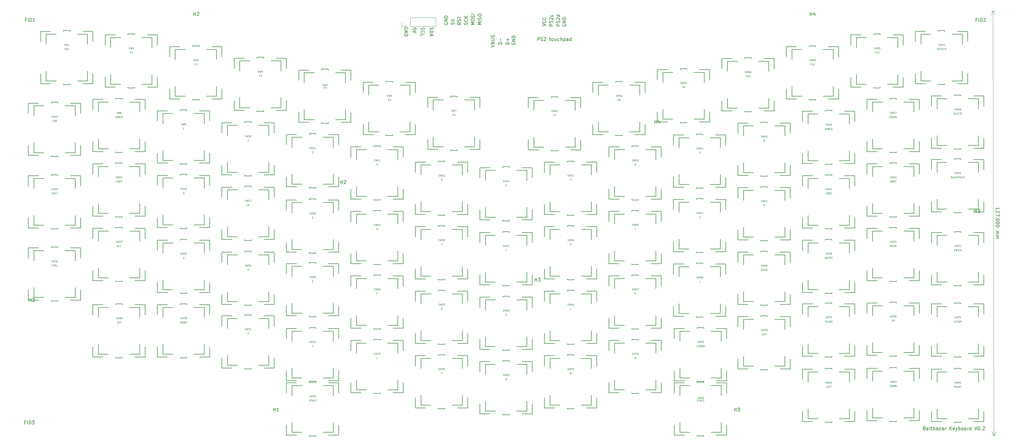
<source format=gto>
G04 #@! TF.GenerationSoftware,KiCad,Pcbnew,5.1.9+dfsg1-1+deb11u1*
G04 #@! TF.CreationDate,2022-10-03T19:41:32+02:00*
G04 #@! TF.ProjectId,BalthazarKeyboard3-keycaps,42616c74-6861-47a6-9172-4b6579626f61,v0.2*
G04 #@! TF.SameCoordinates,Original*
G04 #@! TF.FileFunction,Legend,Top*
G04 #@! TF.FilePolarity,Positive*
%FSLAX46Y46*%
G04 Gerber Fmt 4.6, Leading zero omitted, Abs format (unit mm)*
G04 Created by KiCad (PCBNEW 5.1.9+dfsg1-1+deb11u1) date 2022-10-03 19:41:32*
%MOMM*%
%LPD*%
G01*
G04 APERTURE LIST*
%ADD10C,0.150000*%
%ADD11C,0.120000*%
%ADD12C,0.125000*%
G04 APERTURE END LIST*
D10*
X151548380Y-55700952D02*
X150548380Y-55700952D01*
X150548380Y-55462857D01*
X150596000Y-55320000D01*
X150691238Y-55224761D01*
X150786476Y-55177142D01*
X150976952Y-55129523D01*
X151119809Y-55129523D01*
X151310285Y-55177142D01*
X151405523Y-55224761D01*
X151500761Y-55320000D01*
X151548380Y-55462857D01*
X151548380Y-55700952D01*
X151167428Y-54700952D02*
X151167428Y-53939047D01*
X151548380Y-54320000D02*
X150786476Y-54320000D01*
X149348380Y-55640952D02*
X148348380Y-55640952D01*
X148348380Y-55402857D01*
X148396000Y-55260000D01*
X148491238Y-55164761D01*
X148586476Y-55117142D01*
X148776952Y-55069523D01*
X148919809Y-55069523D01*
X149110285Y-55117142D01*
X149205523Y-55164761D01*
X149300761Y-55260000D01*
X149348380Y-55402857D01*
X149348380Y-55640952D01*
X148967428Y-54640952D02*
X148967428Y-53879047D01*
X146138380Y-56613333D02*
X147138380Y-56280000D01*
X146138380Y-55946666D01*
X146614571Y-55280000D02*
X146662190Y-55137142D01*
X146709809Y-55089523D01*
X146805047Y-55041904D01*
X146947904Y-55041904D01*
X147043142Y-55089523D01*
X147090761Y-55137142D01*
X147138380Y-55232380D01*
X147138380Y-55613333D01*
X146138380Y-55613333D01*
X146138380Y-55280000D01*
X146186000Y-55184761D01*
X146233619Y-55137142D01*
X146328857Y-55089523D01*
X146424095Y-55089523D01*
X146519333Y-55137142D01*
X146566952Y-55184761D01*
X146614571Y-55280000D01*
X146614571Y-55613333D01*
X146138380Y-54613333D02*
X146947904Y-54613333D01*
X147043142Y-54565714D01*
X147090761Y-54518095D01*
X147138380Y-54422857D01*
X147138380Y-54232380D01*
X147090761Y-54137142D01*
X147043142Y-54089523D01*
X146947904Y-54041904D01*
X146138380Y-54041904D01*
X147090761Y-53613333D02*
X147138380Y-53470476D01*
X147138380Y-53232380D01*
X147090761Y-53137142D01*
X147043142Y-53089523D01*
X146947904Y-53041904D01*
X146852666Y-53041904D01*
X146757428Y-53089523D01*
X146709809Y-53137142D01*
X146662190Y-53232380D01*
X146614571Y-53422857D01*
X146566952Y-53518095D01*
X146519333Y-53565714D01*
X146424095Y-53613333D01*
X146328857Y-53613333D01*
X146233619Y-53565714D01*
X146186000Y-53518095D01*
X146138380Y-53422857D01*
X146138380Y-53184761D01*
X146186000Y-53041904D01*
X152406000Y-55251904D02*
X152358380Y-55347142D01*
X152358380Y-55490000D01*
X152406000Y-55632857D01*
X152501238Y-55728095D01*
X152596476Y-55775714D01*
X152786952Y-55823333D01*
X152929809Y-55823333D01*
X153120285Y-55775714D01*
X153215523Y-55728095D01*
X153310761Y-55632857D01*
X153358380Y-55490000D01*
X153358380Y-55394761D01*
X153310761Y-55251904D01*
X153263142Y-55204285D01*
X152929809Y-55204285D01*
X152929809Y-55394761D01*
X153358380Y-54775714D02*
X152358380Y-54775714D01*
X153358380Y-54204285D01*
X152358380Y-54204285D01*
X153358380Y-53728095D02*
X152358380Y-53728095D01*
X152358380Y-53490000D01*
X152406000Y-53347142D01*
X152501238Y-53251904D01*
X152596476Y-53204285D01*
X152786952Y-53156666D01*
X152929809Y-53156666D01*
X153120285Y-53204285D01*
X153215523Y-53251904D01*
X153310761Y-53347142D01*
X153358380Y-53490000D01*
X153358380Y-53728095D01*
X141178380Y-49831428D02*
X140178380Y-49831428D01*
X140892666Y-49498095D01*
X140178380Y-49164761D01*
X141178380Y-49164761D01*
X140178380Y-48498095D02*
X140178380Y-48307619D01*
X140226000Y-48212380D01*
X140321238Y-48117142D01*
X140511714Y-48069523D01*
X140845047Y-48069523D01*
X141035523Y-48117142D01*
X141130761Y-48212380D01*
X141178380Y-48307619D01*
X141178380Y-48498095D01*
X141130761Y-48593333D01*
X141035523Y-48688571D01*
X140845047Y-48736190D01*
X140511714Y-48736190D01*
X140321238Y-48688571D01*
X140226000Y-48593333D01*
X140178380Y-48498095D01*
X141130761Y-47688571D02*
X141178380Y-47545714D01*
X141178380Y-47307619D01*
X141130761Y-47212380D01*
X141083142Y-47164761D01*
X140987904Y-47117142D01*
X140892666Y-47117142D01*
X140797428Y-47164761D01*
X140749809Y-47212380D01*
X140702190Y-47307619D01*
X140654571Y-47498095D01*
X140606952Y-47593333D01*
X140559333Y-47640952D01*
X140464095Y-47688571D01*
X140368857Y-47688571D01*
X140273619Y-47640952D01*
X140226000Y-47593333D01*
X140178380Y-47498095D01*
X140178380Y-47260000D01*
X140226000Y-47117142D01*
X141178380Y-46688571D02*
X140178380Y-46688571D01*
X143198380Y-49831428D02*
X142198380Y-49831428D01*
X142912666Y-49498095D01*
X142198380Y-49164761D01*
X143198380Y-49164761D01*
X143198380Y-48688571D02*
X142198380Y-48688571D01*
X143150761Y-48260000D02*
X143198380Y-48117142D01*
X143198380Y-47879047D01*
X143150761Y-47783809D01*
X143103142Y-47736190D01*
X143007904Y-47688571D01*
X142912666Y-47688571D01*
X142817428Y-47736190D01*
X142769809Y-47783809D01*
X142722190Y-47879047D01*
X142674571Y-48069523D01*
X142626952Y-48164761D01*
X142579333Y-48212380D01*
X142484095Y-48260000D01*
X142388857Y-48260000D01*
X142293619Y-48212380D01*
X142246000Y-48164761D01*
X142198380Y-48069523D01*
X142198380Y-47831428D01*
X142246000Y-47688571D01*
X142198380Y-47069523D02*
X142198380Y-46879047D01*
X142246000Y-46783809D01*
X142341238Y-46688571D01*
X142531714Y-46640952D01*
X142865047Y-46640952D01*
X143055523Y-46688571D01*
X143150761Y-46783809D01*
X143198380Y-46879047D01*
X143198380Y-47069523D01*
X143150761Y-47164761D01*
X143055523Y-47260000D01*
X142865047Y-47307619D01*
X142531714Y-47307619D01*
X142341238Y-47260000D01*
X142246000Y-47164761D01*
X142198380Y-47069523D01*
X167586000Y-49751904D02*
X167538380Y-49847142D01*
X167538380Y-49990000D01*
X167586000Y-50132857D01*
X167681238Y-50228095D01*
X167776476Y-50275714D01*
X167966952Y-50323333D01*
X168109809Y-50323333D01*
X168300285Y-50275714D01*
X168395523Y-50228095D01*
X168490761Y-50132857D01*
X168538380Y-49990000D01*
X168538380Y-49894761D01*
X168490761Y-49751904D01*
X168443142Y-49704285D01*
X168109809Y-49704285D01*
X168109809Y-49894761D01*
X168538380Y-49275714D02*
X167538380Y-49275714D01*
X168538380Y-48704285D01*
X167538380Y-48704285D01*
X168538380Y-48228095D02*
X167538380Y-48228095D01*
X167538380Y-47990000D01*
X167586000Y-47847142D01*
X167681238Y-47751904D01*
X167776476Y-47704285D01*
X167966952Y-47656666D01*
X168109809Y-47656666D01*
X168300285Y-47704285D01*
X168395523Y-47751904D01*
X168490761Y-47847142D01*
X168538380Y-47990000D01*
X168538380Y-48228095D01*
X166698380Y-50236666D02*
X165698380Y-50236666D01*
X165698380Y-49855714D01*
X165746000Y-49760476D01*
X165793619Y-49712857D01*
X165888857Y-49665238D01*
X166031714Y-49665238D01*
X166126952Y-49712857D01*
X166174571Y-49760476D01*
X166222190Y-49855714D01*
X166222190Y-50236666D01*
X166650761Y-49284285D02*
X166698380Y-49141428D01*
X166698380Y-48903333D01*
X166650761Y-48808095D01*
X166603142Y-48760476D01*
X166507904Y-48712857D01*
X166412666Y-48712857D01*
X166317428Y-48760476D01*
X166269809Y-48808095D01*
X166222190Y-48903333D01*
X166174571Y-49093809D01*
X166126952Y-49189047D01*
X166079333Y-49236666D01*
X165984095Y-49284285D01*
X165888857Y-49284285D01*
X165793619Y-49236666D01*
X165746000Y-49189047D01*
X165698380Y-49093809D01*
X165698380Y-48855714D01*
X165746000Y-48712857D01*
X165793619Y-48331904D02*
X165746000Y-48284285D01*
X165698380Y-48189047D01*
X165698380Y-47950952D01*
X165746000Y-47855714D01*
X165793619Y-47808095D01*
X165888857Y-47760476D01*
X165984095Y-47760476D01*
X166126952Y-47808095D01*
X166698380Y-48379523D01*
X166698380Y-47760476D01*
X166698380Y-46903333D02*
X165698380Y-46903333D01*
X166650761Y-46903333D02*
X166698380Y-46998571D01*
X166698380Y-47189047D01*
X166650761Y-47284285D01*
X166603142Y-47331904D01*
X166507904Y-47379523D01*
X166222190Y-47379523D01*
X166126952Y-47331904D01*
X166079333Y-47284285D01*
X166031714Y-47189047D01*
X166031714Y-46998571D01*
X166079333Y-46903333D01*
X164598380Y-50252857D02*
X163598380Y-50252857D01*
X163598380Y-49871904D01*
X163646000Y-49776666D01*
X163693619Y-49729047D01*
X163788857Y-49681428D01*
X163931714Y-49681428D01*
X164026952Y-49729047D01*
X164074571Y-49776666D01*
X164122190Y-49871904D01*
X164122190Y-50252857D01*
X164550761Y-49300476D02*
X164598380Y-49157619D01*
X164598380Y-48919523D01*
X164550761Y-48824285D01*
X164503142Y-48776666D01*
X164407904Y-48729047D01*
X164312666Y-48729047D01*
X164217428Y-48776666D01*
X164169809Y-48824285D01*
X164122190Y-48919523D01*
X164074571Y-49110000D01*
X164026952Y-49205238D01*
X163979333Y-49252857D01*
X163884095Y-49300476D01*
X163788857Y-49300476D01*
X163693619Y-49252857D01*
X163646000Y-49205238D01*
X163598380Y-49110000D01*
X163598380Y-48871904D01*
X163646000Y-48729047D01*
X163693619Y-48348095D02*
X163646000Y-48300476D01*
X163598380Y-48205238D01*
X163598380Y-47967142D01*
X163646000Y-47871904D01*
X163693619Y-47824285D01*
X163788857Y-47776666D01*
X163884095Y-47776666D01*
X164026952Y-47824285D01*
X164598380Y-48395714D01*
X164598380Y-47776666D01*
X164550761Y-46919523D02*
X164598380Y-47014761D01*
X164598380Y-47205238D01*
X164550761Y-47300476D01*
X164503142Y-47348095D01*
X164407904Y-47395714D01*
X164122190Y-47395714D01*
X164026952Y-47348095D01*
X163979333Y-47300476D01*
X163931714Y-47205238D01*
X163931714Y-47014761D01*
X163979333Y-46919523D01*
X161528380Y-50273333D02*
X162528380Y-49940000D01*
X161528380Y-49606666D01*
X162433142Y-48701904D02*
X162480761Y-48749523D01*
X162528380Y-48892380D01*
X162528380Y-48987619D01*
X162480761Y-49130476D01*
X162385523Y-49225714D01*
X162290285Y-49273333D01*
X162099809Y-49320952D01*
X161956952Y-49320952D01*
X161766476Y-49273333D01*
X161671238Y-49225714D01*
X161576000Y-49130476D01*
X161528380Y-48987619D01*
X161528380Y-48892380D01*
X161576000Y-48749523D01*
X161623619Y-48701904D01*
X162433142Y-47701904D02*
X162480761Y-47749523D01*
X162528380Y-47892380D01*
X162528380Y-47987619D01*
X162480761Y-48130476D01*
X162385523Y-48225714D01*
X162290285Y-48273333D01*
X162099809Y-48320952D01*
X161956952Y-48320952D01*
X161766476Y-48273333D01*
X161671238Y-48225714D01*
X161576000Y-48130476D01*
X161528380Y-47987619D01*
X161528380Y-47892380D01*
X161576000Y-47749523D01*
X161623619Y-47701904D01*
X121176000Y-51178095D02*
X121223619Y-51082857D01*
X121223619Y-50940000D01*
X121176000Y-50797142D01*
X121080761Y-50701904D01*
X120985523Y-50654285D01*
X120795047Y-50606666D01*
X120652190Y-50606666D01*
X120461714Y-50654285D01*
X120366476Y-50701904D01*
X120271238Y-50797142D01*
X120223619Y-50940000D01*
X120223619Y-51035238D01*
X120271238Y-51178095D01*
X120318857Y-51225714D01*
X120652190Y-51225714D01*
X120652190Y-51035238D01*
X120223619Y-51654285D02*
X121223619Y-51654285D01*
X120223619Y-52225714D01*
X121223619Y-52225714D01*
X120223619Y-52701904D02*
X121223619Y-52701904D01*
X121223619Y-52940000D01*
X121176000Y-53082857D01*
X121080761Y-53178095D01*
X120985523Y-53225714D01*
X120795047Y-53273333D01*
X120652190Y-53273333D01*
X120461714Y-53225714D01*
X120366476Y-53178095D01*
X120271238Y-53082857D01*
X120223619Y-52940000D01*
X120223619Y-52701904D01*
X123743619Y-51279523D02*
X123743619Y-50803333D01*
X123267428Y-50755714D01*
X123315047Y-50803333D01*
X123362666Y-50898571D01*
X123362666Y-51136666D01*
X123315047Y-51231904D01*
X123267428Y-51279523D01*
X123172190Y-51327142D01*
X122934095Y-51327142D01*
X122838857Y-51279523D01*
X122791238Y-51231904D01*
X122743619Y-51136666D01*
X122743619Y-50898571D01*
X122791238Y-50803333D01*
X122838857Y-50755714D01*
X123743619Y-51612857D02*
X122743619Y-51946190D01*
X123743619Y-52279523D01*
X125231238Y-50729523D02*
X125183619Y-50872380D01*
X125183619Y-51110476D01*
X125231238Y-51205714D01*
X125278857Y-51253333D01*
X125374095Y-51300952D01*
X125469333Y-51300952D01*
X125564571Y-51253333D01*
X125612190Y-51205714D01*
X125659809Y-51110476D01*
X125707428Y-50920000D01*
X125755047Y-50824761D01*
X125802666Y-50777142D01*
X125897904Y-50729523D01*
X125993142Y-50729523D01*
X126088380Y-50777142D01*
X126136000Y-50824761D01*
X126183619Y-50920000D01*
X126183619Y-51158095D01*
X126136000Y-51300952D01*
X125278857Y-52300952D02*
X125231238Y-52253333D01*
X125183619Y-52110476D01*
X125183619Y-52015238D01*
X125231238Y-51872380D01*
X125326476Y-51777142D01*
X125421714Y-51729523D01*
X125612190Y-51681904D01*
X125755047Y-51681904D01*
X125945523Y-51729523D01*
X126040761Y-51777142D01*
X126136000Y-51872380D01*
X126183619Y-52015238D01*
X126183619Y-52110476D01*
X126136000Y-52253333D01*
X126088380Y-52300952D01*
X125183619Y-53205714D02*
X125183619Y-52729523D01*
X126183619Y-52729523D01*
X127861238Y-50725714D02*
X127813619Y-50868571D01*
X127813619Y-51106666D01*
X127861238Y-51201904D01*
X127908857Y-51249523D01*
X128004095Y-51297142D01*
X128099333Y-51297142D01*
X128194571Y-51249523D01*
X128242190Y-51201904D01*
X128289809Y-51106666D01*
X128337428Y-50916190D01*
X128385047Y-50820952D01*
X128432666Y-50773333D01*
X128527904Y-50725714D01*
X128623142Y-50725714D01*
X128718380Y-50773333D01*
X128766000Y-50820952D01*
X128813619Y-50916190D01*
X128813619Y-51154285D01*
X128766000Y-51297142D01*
X127813619Y-51725714D02*
X128813619Y-51725714D01*
X128813619Y-51963809D01*
X128766000Y-52106666D01*
X128670761Y-52201904D01*
X128575523Y-52249523D01*
X128385047Y-52297142D01*
X128242190Y-52297142D01*
X128051714Y-52249523D01*
X127956476Y-52201904D01*
X127861238Y-52106666D01*
X127813619Y-51963809D01*
X127813619Y-51725714D01*
X128099333Y-52678095D02*
X128099333Y-53154285D01*
X127813619Y-52582857D02*
X128813619Y-52916190D01*
X127813619Y-53249523D01*
X132166000Y-49291904D02*
X132118380Y-49387142D01*
X132118380Y-49530000D01*
X132166000Y-49672857D01*
X132261238Y-49768095D01*
X132356476Y-49815714D01*
X132546952Y-49863333D01*
X132689809Y-49863333D01*
X132880285Y-49815714D01*
X132975523Y-49768095D01*
X133070761Y-49672857D01*
X133118380Y-49530000D01*
X133118380Y-49434761D01*
X133070761Y-49291904D01*
X133023142Y-49244285D01*
X132689809Y-49244285D01*
X132689809Y-49434761D01*
X133118380Y-48815714D02*
X132118380Y-48815714D01*
X133118380Y-48244285D01*
X132118380Y-48244285D01*
X133118380Y-47768095D02*
X132118380Y-47768095D01*
X132118380Y-47530000D01*
X132166000Y-47387142D01*
X132261238Y-47291904D01*
X132356476Y-47244285D01*
X132546952Y-47196666D01*
X132689809Y-47196666D01*
X132880285Y-47244285D01*
X132975523Y-47291904D01*
X133070761Y-47387142D01*
X133118380Y-47530000D01*
X133118380Y-47768095D01*
X134198380Y-49250476D02*
X134198380Y-49726666D01*
X134674571Y-49774285D01*
X134626952Y-49726666D01*
X134579333Y-49631428D01*
X134579333Y-49393333D01*
X134626952Y-49298095D01*
X134674571Y-49250476D01*
X134769809Y-49202857D01*
X135007904Y-49202857D01*
X135103142Y-49250476D01*
X135150761Y-49298095D01*
X135198380Y-49393333D01*
X135198380Y-49631428D01*
X135150761Y-49726666D01*
X135103142Y-49774285D01*
X134198380Y-48917142D02*
X135198380Y-48583809D01*
X134198380Y-48250476D01*
X137108380Y-49217619D02*
X136632190Y-49550952D01*
X137108380Y-49789047D02*
X136108380Y-49789047D01*
X136108380Y-49408095D01*
X136156000Y-49312857D01*
X136203619Y-49265238D01*
X136298857Y-49217619D01*
X136441714Y-49217619D01*
X136536952Y-49265238D01*
X136584571Y-49312857D01*
X136632190Y-49408095D01*
X136632190Y-49789047D01*
X137060761Y-48836666D02*
X137108380Y-48693809D01*
X137108380Y-48455714D01*
X137060761Y-48360476D01*
X137013142Y-48312857D01*
X136917904Y-48265238D01*
X136822666Y-48265238D01*
X136727428Y-48312857D01*
X136679809Y-48360476D01*
X136632190Y-48455714D01*
X136584571Y-48646190D01*
X136536952Y-48741428D01*
X136489333Y-48789047D01*
X136394095Y-48836666D01*
X136298857Y-48836666D01*
X136203619Y-48789047D01*
X136156000Y-48741428D01*
X136108380Y-48646190D01*
X136108380Y-48408095D01*
X136156000Y-48265238D01*
X136108380Y-47979523D02*
X136108380Y-47408095D01*
X137108380Y-47693809D02*
X136108380Y-47693809D01*
X139110761Y-49855714D02*
X139158380Y-49712857D01*
X139158380Y-49474761D01*
X139110761Y-49379523D01*
X139063142Y-49331904D01*
X138967904Y-49284285D01*
X138872666Y-49284285D01*
X138777428Y-49331904D01*
X138729809Y-49379523D01*
X138682190Y-49474761D01*
X138634571Y-49665238D01*
X138586952Y-49760476D01*
X138539333Y-49808095D01*
X138444095Y-49855714D01*
X138348857Y-49855714D01*
X138253619Y-49808095D01*
X138206000Y-49760476D01*
X138158380Y-49665238D01*
X138158380Y-49427142D01*
X138206000Y-49284285D01*
X139063142Y-48284285D02*
X139110761Y-48331904D01*
X139158380Y-48474761D01*
X139158380Y-48570000D01*
X139110761Y-48712857D01*
X139015523Y-48808095D01*
X138920285Y-48855714D01*
X138729809Y-48903333D01*
X138586952Y-48903333D01*
X138396476Y-48855714D01*
X138301238Y-48808095D01*
X138206000Y-48712857D01*
X138158380Y-48570000D01*
X138158380Y-48474761D01*
X138206000Y-48331904D01*
X138253619Y-48284285D01*
X139158380Y-47855714D02*
X138158380Y-47855714D01*
X139158380Y-47284285D02*
X138586952Y-47712857D01*
X138158380Y-47284285D02*
X138729809Y-47855714D01*
X275820476Y-170618571D02*
X275963333Y-170666190D01*
X276010952Y-170713809D01*
X276058571Y-170809047D01*
X276058571Y-170951904D01*
X276010952Y-171047142D01*
X275963333Y-171094761D01*
X275868095Y-171142380D01*
X275487142Y-171142380D01*
X275487142Y-170142380D01*
X275820476Y-170142380D01*
X275915714Y-170190000D01*
X275963333Y-170237619D01*
X276010952Y-170332857D01*
X276010952Y-170428095D01*
X275963333Y-170523333D01*
X275915714Y-170570952D01*
X275820476Y-170618571D01*
X275487142Y-170618571D01*
X276915714Y-171142380D02*
X276915714Y-170618571D01*
X276868095Y-170523333D01*
X276772857Y-170475714D01*
X276582380Y-170475714D01*
X276487142Y-170523333D01*
X276915714Y-171094761D02*
X276820476Y-171142380D01*
X276582380Y-171142380D01*
X276487142Y-171094761D01*
X276439523Y-170999523D01*
X276439523Y-170904285D01*
X276487142Y-170809047D01*
X276582380Y-170761428D01*
X276820476Y-170761428D01*
X276915714Y-170713809D01*
X277534761Y-171142380D02*
X277439523Y-171094761D01*
X277391904Y-170999523D01*
X277391904Y-170142380D01*
X277772857Y-170475714D02*
X278153809Y-170475714D01*
X277915714Y-170142380D02*
X277915714Y-170999523D01*
X277963333Y-171094761D01*
X278058571Y-171142380D01*
X278153809Y-171142380D01*
X278487142Y-171142380D02*
X278487142Y-170142380D01*
X278915714Y-171142380D02*
X278915714Y-170618571D01*
X278868095Y-170523333D01*
X278772857Y-170475714D01*
X278630000Y-170475714D01*
X278534761Y-170523333D01*
X278487142Y-170570952D01*
X279820476Y-171142380D02*
X279820476Y-170618571D01*
X279772857Y-170523333D01*
X279677619Y-170475714D01*
X279487142Y-170475714D01*
X279391904Y-170523333D01*
X279820476Y-171094761D02*
X279725238Y-171142380D01*
X279487142Y-171142380D01*
X279391904Y-171094761D01*
X279344285Y-170999523D01*
X279344285Y-170904285D01*
X279391904Y-170809047D01*
X279487142Y-170761428D01*
X279725238Y-170761428D01*
X279820476Y-170713809D01*
X280201428Y-170475714D02*
X280725238Y-170475714D01*
X280201428Y-171142380D01*
X280725238Y-171142380D01*
X281534761Y-171142380D02*
X281534761Y-170618571D01*
X281487142Y-170523333D01*
X281391904Y-170475714D01*
X281201428Y-170475714D01*
X281106190Y-170523333D01*
X281534761Y-171094761D02*
X281439523Y-171142380D01*
X281201428Y-171142380D01*
X281106190Y-171094761D01*
X281058571Y-170999523D01*
X281058571Y-170904285D01*
X281106190Y-170809047D01*
X281201428Y-170761428D01*
X281439523Y-170761428D01*
X281534761Y-170713809D01*
X282010952Y-171142380D02*
X282010952Y-170475714D01*
X282010952Y-170666190D02*
X282058571Y-170570952D01*
X282106190Y-170523333D01*
X282201428Y-170475714D01*
X282296666Y-170475714D01*
X283391904Y-171142380D02*
X283391904Y-170142380D01*
X283963333Y-171142380D02*
X283534761Y-170570952D01*
X283963333Y-170142380D02*
X283391904Y-170713809D01*
X284772857Y-171094761D02*
X284677619Y-171142380D01*
X284487142Y-171142380D01*
X284391904Y-171094761D01*
X284344285Y-170999523D01*
X284344285Y-170618571D01*
X284391904Y-170523333D01*
X284487142Y-170475714D01*
X284677619Y-170475714D01*
X284772857Y-170523333D01*
X284820476Y-170618571D01*
X284820476Y-170713809D01*
X284344285Y-170809047D01*
X285153809Y-170475714D02*
X285391904Y-171142380D01*
X285630000Y-170475714D02*
X285391904Y-171142380D01*
X285296666Y-171380476D01*
X285249047Y-171428095D01*
X285153809Y-171475714D01*
X286010952Y-171142380D02*
X286010952Y-170142380D01*
X286010952Y-170523333D02*
X286106190Y-170475714D01*
X286296666Y-170475714D01*
X286391904Y-170523333D01*
X286439523Y-170570952D01*
X286487142Y-170666190D01*
X286487142Y-170951904D01*
X286439523Y-171047142D01*
X286391904Y-171094761D01*
X286296666Y-171142380D01*
X286106190Y-171142380D01*
X286010952Y-171094761D01*
X287058571Y-171142380D02*
X286963333Y-171094761D01*
X286915714Y-171047142D01*
X286868095Y-170951904D01*
X286868095Y-170666190D01*
X286915714Y-170570952D01*
X286963333Y-170523333D01*
X287058571Y-170475714D01*
X287201428Y-170475714D01*
X287296666Y-170523333D01*
X287344285Y-170570952D01*
X287391904Y-170666190D01*
X287391904Y-170951904D01*
X287344285Y-171047142D01*
X287296666Y-171094761D01*
X287201428Y-171142380D01*
X287058571Y-171142380D01*
X288249047Y-171142380D02*
X288249047Y-170618571D01*
X288201428Y-170523333D01*
X288106190Y-170475714D01*
X287915714Y-170475714D01*
X287820476Y-170523333D01*
X288249047Y-171094761D02*
X288153809Y-171142380D01*
X287915714Y-171142380D01*
X287820476Y-171094761D01*
X287772857Y-170999523D01*
X287772857Y-170904285D01*
X287820476Y-170809047D01*
X287915714Y-170761428D01*
X288153809Y-170761428D01*
X288249047Y-170713809D01*
X288725238Y-171142380D02*
X288725238Y-170475714D01*
X288725238Y-170666190D02*
X288772857Y-170570952D01*
X288820476Y-170523333D01*
X288915714Y-170475714D01*
X289010952Y-170475714D01*
X289772857Y-171142380D02*
X289772857Y-170142380D01*
X289772857Y-171094761D02*
X289677619Y-171142380D01*
X289487142Y-171142380D01*
X289391904Y-171094761D01*
X289344285Y-171047142D01*
X289296666Y-170951904D01*
X289296666Y-170666190D01*
X289344285Y-170570952D01*
X289391904Y-170523333D01*
X289487142Y-170475714D01*
X289677619Y-170475714D01*
X289772857Y-170523333D01*
X290868095Y-170142380D02*
X291201428Y-171142380D01*
X291534761Y-170142380D01*
X292058571Y-170142380D02*
X292153809Y-170142380D01*
X292249047Y-170190000D01*
X292296666Y-170237619D01*
X292344285Y-170332857D01*
X292391904Y-170523333D01*
X292391904Y-170761428D01*
X292344285Y-170951904D01*
X292296666Y-171047142D01*
X292249047Y-171094761D01*
X292153809Y-171142380D01*
X292058571Y-171142380D01*
X291963333Y-171094761D01*
X291915714Y-171047142D01*
X291868095Y-170951904D01*
X291820476Y-170761428D01*
X291820476Y-170523333D01*
X291868095Y-170332857D01*
X291915714Y-170237619D01*
X291963333Y-170190000D01*
X292058571Y-170142380D01*
X292820476Y-171047142D02*
X292868095Y-171094761D01*
X292820476Y-171142380D01*
X292772857Y-171094761D01*
X292820476Y-171047142D01*
X292820476Y-171142380D01*
X293249047Y-170237619D02*
X293296666Y-170190000D01*
X293391904Y-170142380D01*
X293630000Y-170142380D01*
X293725238Y-170190000D01*
X293772857Y-170237619D01*
X293820476Y-170332857D01*
X293820476Y-170428095D01*
X293772857Y-170570952D01*
X293201428Y-171142380D01*
X293820476Y-171142380D01*
X297227773Y-105169990D02*
X297226630Y-104598563D01*
X297227202Y-104884277D02*
X298227200Y-104882277D01*
X298084152Y-104787324D01*
X297988724Y-104692277D01*
X297940915Y-104597134D01*
X298133295Y-105549132D02*
X298181009Y-105596656D01*
X298228819Y-105691799D01*
X298229295Y-105929894D01*
X298181867Y-106025227D01*
X298134343Y-106072941D01*
X298039200Y-106120750D01*
X297943962Y-106120941D01*
X297801010Y-106073608D01*
X297228440Y-105503323D01*
X297229678Y-106122369D01*
X298230343Y-106453702D02*
X298231676Y-107120367D01*
X297230821Y-106693797D01*
X297327678Y-107503128D02*
X297280154Y-107550843D01*
X297232440Y-107503319D01*
X297279964Y-107455605D01*
X297327678Y-107503128D01*
X297232440Y-107503319D01*
X298233771Y-108167984D02*
X298233962Y-108263222D01*
X298186533Y-108358555D01*
X298139010Y-108406270D01*
X298043867Y-108454079D01*
X297853486Y-108502079D01*
X297615392Y-108502555D01*
X297424820Y-108455317D01*
X297329487Y-108407889D01*
X297281773Y-108360365D01*
X297233964Y-108265222D01*
X297233773Y-108169984D01*
X297281202Y-108074651D01*
X297328725Y-108026937D01*
X297423868Y-107979128D01*
X297614249Y-107931128D01*
X297852343Y-107930651D01*
X298042914Y-107977889D01*
X298138248Y-108025318D01*
X298185962Y-108072842D01*
X298233771Y-108167984D01*
X298235676Y-109120363D02*
X298235866Y-109215601D01*
X298188438Y-109310934D01*
X298140914Y-109358649D01*
X298045772Y-109406458D01*
X297855391Y-109454458D01*
X297617296Y-109454934D01*
X297426725Y-109407696D01*
X297331392Y-109360268D01*
X297283678Y-109312744D01*
X297235868Y-109217601D01*
X297235678Y-109122363D01*
X297283106Y-109027030D01*
X297330630Y-108979316D01*
X297425773Y-108931507D01*
X297616153Y-108883507D01*
X297854248Y-108883031D01*
X298044819Y-108930269D01*
X298140152Y-108977697D01*
X298187867Y-109025221D01*
X298235676Y-109120363D01*
X298237581Y-110072742D02*
X298237771Y-110167980D01*
X298190343Y-110263313D01*
X298142819Y-110311028D01*
X298047676Y-110358837D01*
X297857296Y-110406837D01*
X297619201Y-110407313D01*
X297428630Y-110360075D01*
X297333297Y-110312647D01*
X297285583Y-110265123D01*
X297237773Y-110169980D01*
X297237583Y-110074742D01*
X297285011Y-109979409D01*
X297332535Y-109931695D01*
X297427678Y-109883886D01*
X297618058Y-109835886D01*
X297856153Y-109835410D01*
X298046724Y-109882648D01*
X298142057Y-109930076D01*
X298189771Y-109977600D01*
X298237581Y-110072742D01*
X297240630Y-111598549D02*
X297907296Y-111597216D01*
X297812058Y-111597406D02*
X297859772Y-111644930D01*
X297907581Y-111740072D01*
X297907867Y-111882929D01*
X297860439Y-111978262D01*
X297765296Y-112026072D01*
X297241487Y-112027119D01*
X297765296Y-112026072D02*
X297860629Y-112073500D01*
X297908439Y-112168643D01*
X297908724Y-112311500D01*
X297861296Y-112406833D01*
X297766153Y-112454642D01*
X297242345Y-112455690D01*
X297243297Y-112931880D02*
X297909962Y-112930546D01*
X297814724Y-112930737D02*
X297862439Y-112978260D01*
X297910248Y-113073403D01*
X297910534Y-113216260D01*
X297863105Y-113311593D01*
X297767963Y-113359403D01*
X297244154Y-113360450D01*
X297767963Y-113359403D02*
X297863296Y-113406831D01*
X297911105Y-113501974D01*
X297911391Y-113644831D01*
X297863962Y-113740164D01*
X297768820Y-113787973D01*
X297245011Y-113789021D01*
D11*
X296291252Y-45719237D02*
X296545252Y-172719237D01*
X295910000Y-45720000D02*
X296877672Y-45718065D01*
X296164000Y-172720000D02*
X297131672Y-172718065D01*
X296545252Y-172719237D02*
X295956579Y-171593908D01*
X296545252Y-172719237D02*
X297129419Y-171591563D01*
X296291252Y-45719237D02*
X295707085Y-46846911D01*
X296291252Y-45719237D02*
X296879925Y-46844566D01*
D10*
X253322000Y-109880000D02*
X253322000Y-106880000D01*
X253322000Y-95860000D02*
X250322000Y-95860000D01*
X253322000Y-109880000D02*
X250322000Y-109880000D01*
X240962000Y-109880000D02*
X240962000Y-106880000D01*
X240962000Y-109880000D02*
X243962000Y-109880000D01*
X253322000Y-95860000D02*
X253322000Y-98860000D01*
X240962000Y-95860000D02*
X243962000Y-95860000D01*
X240962000Y-95860000D02*
X240962000Y-98860000D01*
X248142000Y-95070000D02*
X248142000Y-94750000D01*
X246142000Y-95070000D02*
X246142000Y-94750000D01*
X246142000Y-94750000D02*
X248142000Y-94750000D01*
X248142000Y-110990000D02*
X248142000Y-110670000D01*
X254942000Y-95070000D02*
X254942000Y-98070000D01*
X239342000Y-95070000D02*
X242342000Y-95070000D01*
X239342000Y-95070000D02*
X239342000Y-98070000D01*
X239342000Y-110670000D02*
X242342000Y-110670000D01*
X254942000Y-95070000D02*
X251942000Y-95070000D01*
X254942000Y-110670000D02*
X254942000Y-107670000D01*
X239342000Y-110670000D02*
X239342000Y-107670000D01*
X254942000Y-110670000D02*
X251942000Y-110670000D01*
X246142000Y-110990000D02*
X248142000Y-110990000D01*
X246142000Y-110990000D02*
X246142000Y-110670000D01*
X137498000Y-163728000D02*
X137498000Y-160728000D01*
X137498000Y-149708000D02*
X134498000Y-149708000D01*
X137498000Y-163728000D02*
X134498000Y-163728000D01*
X125138000Y-163728000D02*
X125138000Y-160728000D01*
X125138000Y-163728000D02*
X128138000Y-163728000D01*
X137498000Y-149708000D02*
X137498000Y-152708000D01*
X125138000Y-149708000D02*
X128138000Y-149708000D01*
X125138000Y-149708000D02*
X125138000Y-152708000D01*
X132318000Y-148918000D02*
X132318000Y-148598000D01*
X130318000Y-148918000D02*
X130318000Y-148598000D01*
X130318000Y-148598000D02*
X132318000Y-148598000D01*
X132318000Y-164838000D02*
X132318000Y-164518000D01*
X139118000Y-148918000D02*
X139118000Y-151918000D01*
X123518000Y-148918000D02*
X126518000Y-148918000D01*
X123518000Y-148918000D02*
X123518000Y-151918000D01*
X123518000Y-164518000D02*
X126518000Y-164518000D01*
X139118000Y-148918000D02*
X136118000Y-148918000D01*
X139118000Y-164518000D02*
X139118000Y-161518000D01*
X123518000Y-164518000D02*
X123518000Y-161518000D01*
X139118000Y-164518000D02*
X136118000Y-164518000D01*
X130318000Y-164838000D02*
X132318000Y-164838000D01*
X130318000Y-164838000D02*
X130318000Y-164518000D01*
X253322000Y-148234000D02*
X253322000Y-145234000D01*
X253322000Y-134214000D02*
X250322000Y-134214000D01*
X253322000Y-148234000D02*
X250322000Y-148234000D01*
X240962000Y-148234000D02*
X240962000Y-145234000D01*
X240962000Y-148234000D02*
X243962000Y-148234000D01*
X253322000Y-134214000D02*
X253322000Y-137214000D01*
X240962000Y-134214000D02*
X243962000Y-134214000D01*
X240962000Y-134214000D02*
X240962000Y-137214000D01*
X248142000Y-133424000D02*
X248142000Y-133104000D01*
X246142000Y-133424000D02*
X246142000Y-133104000D01*
X246142000Y-133104000D02*
X248142000Y-133104000D01*
X248142000Y-149344000D02*
X248142000Y-149024000D01*
X254942000Y-133424000D02*
X254942000Y-136424000D01*
X239342000Y-133424000D02*
X242342000Y-133424000D01*
X239342000Y-133424000D02*
X239342000Y-136424000D01*
X239342000Y-149024000D02*
X242342000Y-149024000D01*
X254942000Y-133424000D02*
X251942000Y-133424000D01*
X254942000Y-149024000D02*
X254942000Y-146024000D01*
X239342000Y-149024000D02*
X239342000Y-146024000D01*
X254942000Y-149024000D02*
X251942000Y-149024000D01*
X246142000Y-149344000D02*
X248142000Y-149344000D01*
X246142000Y-149344000D02*
X246142000Y-149024000D01*
X25357000Y-66700000D02*
X25357000Y-63700000D01*
X25357000Y-52680000D02*
X22357000Y-52680000D01*
X25357000Y-66700000D02*
X22357000Y-66700000D01*
X12997000Y-66700000D02*
X12997000Y-63700000D01*
X12997000Y-66700000D02*
X15997000Y-66700000D01*
X25357000Y-52680000D02*
X25357000Y-55680000D01*
X12997000Y-52680000D02*
X15997000Y-52680000D01*
X12997000Y-52680000D02*
X12997000Y-55680000D01*
X20177000Y-51890000D02*
X20177000Y-51570000D01*
X18177000Y-51890000D02*
X18177000Y-51570000D01*
X18177000Y-51570000D02*
X20177000Y-51570000D01*
X20177000Y-67810000D02*
X20177000Y-67490000D01*
X26977000Y-51890000D02*
X26977000Y-54890000D01*
X11377000Y-51890000D02*
X14377000Y-51890000D01*
X11377000Y-51890000D02*
X11377000Y-54890000D01*
X11377000Y-67490000D02*
X14377000Y-67490000D01*
X26977000Y-51890000D02*
X23977000Y-51890000D01*
X26977000Y-67490000D02*
X26977000Y-64490000D01*
X11377000Y-67490000D02*
X11377000Y-64490000D01*
X26977000Y-67490000D02*
X23977000Y-67490000D01*
X18177000Y-67810000D02*
X20177000Y-67810000D01*
X18177000Y-67810000D02*
X18177000Y-67490000D01*
X44661000Y-67716000D02*
X44661000Y-64716000D01*
X44661000Y-53696000D02*
X41661000Y-53696000D01*
X44661000Y-67716000D02*
X41661000Y-67716000D01*
X32301000Y-67716000D02*
X32301000Y-64716000D01*
X32301000Y-67716000D02*
X35301000Y-67716000D01*
X44661000Y-53696000D02*
X44661000Y-56696000D01*
X32301000Y-53696000D02*
X35301000Y-53696000D01*
X32301000Y-53696000D02*
X32301000Y-56696000D01*
X39481000Y-52906000D02*
X39481000Y-52586000D01*
X37481000Y-52906000D02*
X37481000Y-52586000D01*
X37481000Y-52586000D02*
X39481000Y-52586000D01*
X39481000Y-68826000D02*
X39481000Y-68506000D01*
X46281000Y-52906000D02*
X46281000Y-55906000D01*
X30681000Y-52906000D02*
X33681000Y-52906000D01*
X30681000Y-52906000D02*
X30681000Y-55906000D01*
X30681000Y-68506000D02*
X33681000Y-68506000D01*
X46281000Y-52906000D02*
X43281000Y-52906000D01*
X46281000Y-68506000D02*
X46281000Y-65506000D01*
X30681000Y-68506000D02*
X30681000Y-65506000D01*
X46281000Y-68506000D02*
X43281000Y-68506000D01*
X37481000Y-68826000D02*
X39481000Y-68826000D01*
X37481000Y-68826000D02*
X37481000Y-68506000D01*
X63965000Y-71272000D02*
X63965000Y-68272000D01*
X63965000Y-57252000D02*
X60965000Y-57252000D01*
X63965000Y-71272000D02*
X60965000Y-71272000D01*
X51605000Y-71272000D02*
X51605000Y-68272000D01*
X51605000Y-71272000D02*
X54605000Y-71272000D01*
X63965000Y-57252000D02*
X63965000Y-60252000D01*
X51605000Y-57252000D02*
X54605000Y-57252000D01*
X51605000Y-57252000D02*
X51605000Y-60252000D01*
X58785000Y-56462000D02*
X58785000Y-56142000D01*
X56785000Y-56462000D02*
X56785000Y-56142000D01*
X56785000Y-56142000D02*
X58785000Y-56142000D01*
X58785000Y-72382000D02*
X58785000Y-72062000D01*
X65585000Y-56462000D02*
X65585000Y-59462000D01*
X49985000Y-56462000D02*
X52985000Y-56462000D01*
X49985000Y-56462000D02*
X49985000Y-59462000D01*
X49985000Y-72062000D02*
X52985000Y-72062000D01*
X65585000Y-56462000D02*
X62585000Y-56462000D01*
X65585000Y-72062000D02*
X65585000Y-69062000D01*
X49985000Y-72062000D02*
X49985000Y-69062000D01*
X65585000Y-72062000D02*
X62585000Y-72062000D01*
X56785000Y-72382000D02*
X58785000Y-72382000D01*
X56785000Y-72382000D02*
X56785000Y-72062000D01*
X83269000Y-74701000D02*
X83269000Y-71701000D01*
X83269000Y-60681000D02*
X80269000Y-60681000D01*
X83269000Y-74701000D02*
X80269000Y-74701000D01*
X70909000Y-74701000D02*
X70909000Y-71701000D01*
X70909000Y-74701000D02*
X73909000Y-74701000D01*
X83269000Y-60681000D02*
X83269000Y-63681000D01*
X70909000Y-60681000D02*
X73909000Y-60681000D01*
X70909000Y-60681000D02*
X70909000Y-63681000D01*
X78089000Y-59891000D02*
X78089000Y-59571000D01*
X76089000Y-59891000D02*
X76089000Y-59571000D01*
X76089000Y-59571000D02*
X78089000Y-59571000D01*
X78089000Y-75811000D02*
X78089000Y-75491000D01*
X84889000Y-59891000D02*
X84889000Y-62891000D01*
X69289000Y-59891000D02*
X72289000Y-59891000D01*
X69289000Y-59891000D02*
X69289000Y-62891000D01*
X69289000Y-75491000D02*
X72289000Y-75491000D01*
X84889000Y-59891000D02*
X81889000Y-59891000D01*
X84889000Y-75491000D02*
X84889000Y-72491000D01*
X69289000Y-75491000D02*
X69289000Y-72491000D01*
X84889000Y-75491000D02*
X81889000Y-75491000D01*
X76089000Y-75811000D02*
X78089000Y-75811000D01*
X76089000Y-75811000D02*
X76089000Y-75491000D01*
X102573000Y-78257000D02*
X102573000Y-75257000D01*
X102573000Y-64237000D02*
X99573000Y-64237000D01*
X102573000Y-78257000D02*
X99573000Y-78257000D01*
X90213000Y-78257000D02*
X90213000Y-75257000D01*
X90213000Y-78257000D02*
X93213000Y-78257000D01*
X102573000Y-64237000D02*
X102573000Y-67237000D01*
X90213000Y-64237000D02*
X93213000Y-64237000D01*
X90213000Y-64237000D02*
X90213000Y-67237000D01*
X97393000Y-63447000D02*
X97393000Y-63127000D01*
X95393000Y-63447000D02*
X95393000Y-63127000D01*
X95393000Y-63127000D02*
X97393000Y-63127000D01*
X97393000Y-79367000D02*
X97393000Y-79047000D01*
X104193000Y-63447000D02*
X104193000Y-66447000D01*
X88593000Y-63447000D02*
X91593000Y-63447000D01*
X88593000Y-63447000D02*
X88593000Y-66447000D01*
X88593000Y-79047000D02*
X91593000Y-79047000D01*
X104193000Y-63447000D02*
X101193000Y-63447000D01*
X104193000Y-79047000D02*
X104193000Y-76047000D01*
X88593000Y-79047000D02*
X88593000Y-76047000D01*
X104193000Y-79047000D02*
X101193000Y-79047000D01*
X95393000Y-79367000D02*
X97393000Y-79367000D01*
X95393000Y-79367000D02*
X95393000Y-79047000D01*
X121877000Y-81940000D02*
X121877000Y-78940000D01*
X121877000Y-67920000D02*
X118877000Y-67920000D01*
X121877000Y-81940000D02*
X118877000Y-81940000D01*
X109517000Y-81940000D02*
X109517000Y-78940000D01*
X109517000Y-81940000D02*
X112517000Y-81940000D01*
X121877000Y-67920000D02*
X121877000Y-70920000D01*
X109517000Y-67920000D02*
X112517000Y-67920000D01*
X109517000Y-67920000D02*
X109517000Y-70920000D01*
X116697000Y-67130000D02*
X116697000Y-66810000D01*
X114697000Y-67130000D02*
X114697000Y-66810000D01*
X114697000Y-66810000D02*
X116697000Y-66810000D01*
X116697000Y-83050000D02*
X116697000Y-82730000D01*
X123497000Y-67130000D02*
X123497000Y-70130000D01*
X107897000Y-67130000D02*
X110897000Y-67130000D01*
X107897000Y-67130000D02*
X107897000Y-70130000D01*
X107897000Y-82730000D02*
X110897000Y-82730000D01*
X123497000Y-67130000D02*
X120497000Y-67130000D01*
X123497000Y-82730000D02*
X123497000Y-79730000D01*
X107897000Y-82730000D02*
X107897000Y-79730000D01*
X123497000Y-82730000D02*
X120497000Y-82730000D01*
X114697000Y-83050000D02*
X116697000Y-83050000D01*
X114697000Y-83050000D02*
X114697000Y-82730000D01*
X141181000Y-86385000D02*
X141181000Y-83385000D01*
X141181000Y-72365000D02*
X138181000Y-72365000D01*
X141181000Y-86385000D02*
X138181000Y-86385000D01*
X128821000Y-86385000D02*
X128821000Y-83385000D01*
X128821000Y-86385000D02*
X131821000Y-86385000D01*
X141181000Y-72365000D02*
X141181000Y-75365000D01*
X128821000Y-72365000D02*
X131821000Y-72365000D01*
X128821000Y-72365000D02*
X128821000Y-75365000D01*
X136001000Y-71575000D02*
X136001000Y-71255000D01*
X134001000Y-71575000D02*
X134001000Y-71255000D01*
X134001000Y-71255000D02*
X136001000Y-71255000D01*
X136001000Y-87495000D02*
X136001000Y-87175000D01*
X142801000Y-71575000D02*
X142801000Y-74575000D01*
X127201000Y-71575000D02*
X130201000Y-71575000D01*
X127201000Y-71575000D02*
X127201000Y-74575000D01*
X127201000Y-87175000D02*
X130201000Y-87175000D01*
X142801000Y-71575000D02*
X139801000Y-71575000D01*
X142801000Y-87175000D02*
X142801000Y-84175000D01*
X127201000Y-87175000D02*
X127201000Y-84175000D01*
X142801000Y-87175000D02*
X139801000Y-87175000D01*
X134001000Y-87495000D02*
X136001000Y-87495000D01*
X134001000Y-87495000D02*
X134001000Y-87175000D01*
X40978000Y-87020000D02*
X40978000Y-84020000D01*
X40978000Y-73000000D02*
X37978000Y-73000000D01*
X40978000Y-87020000D02*
X37978000Y-87020000D01*
X28618000Y-87020000D02*
X28618000Y-84020000D01*
X28618000Y-87020000D02*
X31618000Y-87020000D01*
X40978000Y-73000000D02*
X40978000Y-76000000D01*
X28618000Y-73000000D02*
X31618000Y-73000000D01*
X28618000Y-73000000D02*
X28618000Y-76000000D01*
X35798000Y-72210000D02*
X35798000Y-71890000D01*
X33798000Y-72210000D02*
X33798000Y-71890000D01*
X33798000Y-71890000D02*
X35798000Y-71890000D01*
X35798000Y-88130000D02*
X35798000Y-87810000D01*
X42598000Y-72210000D02*
X42598000Y-75210000D01*
X26998000Y-72210000D02*
X29998000Y-72210000D01*
X26998000Y-72210000D02*
X26998000Y-75210000D01*
X26998000Y-87810000D02*
X29998000Y-87810000D01*
X42598000Y-72210000D02*
X39598000Y-72210000D01*
X42598000Y-87810000D02*
X42598000Y-84810000D01*
X26998000Y-87810000D02*
X26998000Y-84810000D01*
X42598000Y-87810000D02*
X39598000Y-87810000D01*
X33798000Y-88130000D02*
X35798000Y-88130000D01*
X33798000Y-88130000D02*
X33798000Y-87810000D01*
X60282000Y-90449000D02*
X60282000Y-87449000D01*
X60282000Y-76429000D02*
X57282000Y-76429000D01*
X60282000Y-90449000D02*
X57282000Y-90449000D01*
X47922000Y-90449000D02*
X47922000Y-87449000D01*
X47922000Y-90449000D02*
X50922000Y-90449000D01*
X60282000Y-76429000D02*
X60282000Y-79429000D01*
X47922000Y-76429000D02*
X50922000Y-76429000D01*
X47922000Y-76429000D02*
X47922000Y-79429000D01*
X55102000Y-75639000D02*
X55102000Y-75319000D01*
X53102000Y-75639000D02*
X53102000Y-75319000D01*
X53102000Y-75319000D02*
X55102000Y-75319000D01*
X55102000Y-91559000D02*
X55102000Y-91239000D01*
X61902000Y-75639000D02*
X61902000Y-78639000D01*
X46302000Y-75639000D02*
X49302000Y-75639000D01*
X46302000Y-75639000D02*
X46302000Y-78639000D01*
X46302000Y-91239000D02*
X49302000Y-91239000D01*
X61902000Y-75639000D02*
X58902000Y-75639000D01*
X61902000Y-91239000D02*
X61902000Y-88239000D01*
X46302000Y-91239000D02*
X46302000Y-88239000D01*
X61902000Y-91239000D02*
X58902000Y-91239000D01*
X53102000Y-91559000D02*
X55102000Y-91559000D01*
X53102000Y-91559000D02*
X53102000Y-91239000D01*
X79586000Y-94005000D02*
X79586000Y-91005000D01*
X79586000Y-79985000D02*
X76586000Y-79985000D01*
X79586000Y-94005000D02*
X76586000Y-94005000D01*
X67226000Y-94005000D02*
X67226000Y-91005000D01*
X67226000Y-94005000D02*
X70226000Y-94005000D01*
X79586000Y-79985000D02*
X79586000Y-82985000D01*
X67226000Y-79985000D02*
X70226000Y-79985000D01*
X67226000Y-79985000D02*
X67226000Y-82985000D01*
X74406000Y-79195000D02*
X74406000Y-78875000D01*
X72406000Y-79195000D02*
X72406000Y-78875000D01*
X72406000Y-78875000D02*
X74406000Y-78875000D01*
X74406000Y-95115000D02*
X74406000Y-94795000D01*
X81206000Y-79195000D02*
X81206000Y-82195000D01*
X65606000Y-79195000D02*
X68606000Y-79195000D01*
X65606000Y-79195000D02*
X65606000Y-82195000D01*
X65606000Y-94795000D02*
X68606000Y-94795000D01*
X81206000Y-79195000D02*
X78206000Y-79195000D01*
X81206000Y-94795000D02*
X81206000Y-91795000D01*
X65606000Y-94795000D02*
X65606000Y-91795000D01*
X81206000Y-94795000D02*
X78206000Y-94795000D01*
X72406000Y-95115000D02*
X74406000Y-95115000D01*
X72406000Y-95115000D02*
X72406000Y-94795000D01*
X98890000Y-97561000D02*
X98890000Y-94561000D01*
X98890000Y-83541000D02*
X95890000Y-83541000D01*
X98890000Y-97561000D02*
X95890000Y-97561000D01*
X86530000Y-97561000D02*
X86530000Y-94561000D01*
X86530000Y-97561000D02*
X89530000Y-97561000D01*
X98890000Y-83541000D02*
X98890000Y-86541000D01*
X86530000Y-83541000D02*
X89530000Y-83541000D01*
X86530000Y-83541000D02*
X86530000Y-86541000D01*
X93710000Y-82751000D02*
X93710000Y-82431000D01*
X91710000Y-82751000D02*
X91710000Y-82431000D01*
X91710000Y-82431000D02*
X93710000Y-82431000D01*
X93710000Y-98671000D02*
X93710000Y-98351000D01*
X100510000Y-82751000D02*
X100510000Y-85751000D01*
X84910000Y-82751000D02*
X87910000Y-82751000D01*
X84910000Y-82751000D02*
X84910000Y-85751000D01*
X84910000Y-98351000D02*
X87910000Y-98351000D01*
X100510000Y-82751000D02*
X97510000Y-82751000D01*
X100510000Y-98351000D02*
X100510000Y-95351000D01*
X84910000Y-98351000D02*
X84910000Y-95351000D01*
X100510000Y-98351000D02*
X97510000Y-98351000D01*
X91710000Y-98671000D02*
X93710000Y-98671000D01*
X91710000Y-98671000D02*
X91710000Y-98351000D01*
X118194000Y-101244000D02*
X118194000Y-98244000D01*
X118194000Y-87224000D02*
X115194000Y-87224000D01*
X118194000Y-101244000D02*
X115194000Y-101244000D01*
X105834000Y-101244000D02*
X105834000Y-98244000D01*
X105834000Y-101244000D02*
X108834000Y-101244000D01*
X118194000Y-87224000D02*
X118194000Y-90224000D01*
X105834000Y-87224000D02*
X108834000Y-87224000D01*
X105834000Y-87224000D02*
X105834000Y-90224000D01*
X113014000Y-86434000D02*
X113014000Y-86114000D01*
X111014000Y-86434000D02*
X111014000Y-86114000D01*
X111014000Y-86114000D02*
X113014000Y-86114000D01*
X113014000Y-102354000D02*
X113014000Y-102034000D01*
X119814000Y-86434000D02*
X119814000Y-89434000D01*
X104214000Y-86434000D02*
X107214000Y-86434000D01*
X104214000Y-86434000D02*
X104214000Y-89434000D01*
X104214000Y-102034000D02*
X107214000Y-102034000D01*
X119814000Y-86434000D02*
X116814000Y-86434000D01*
X119814000Y-102034000D02*
X119814000Y-99034000D01*
X104214000Y-102034000D02*
X104214000Y-99034000D01*
X119814000Y-102034000D02*
X116814000Y-102034000D01*
X111014000Y-102354000D02*
X113014000Y-102354000D01*
X111014000Y-102354000D02*
X111014000Y-102034000D01*
X137498000Y-105816000D02*
X137498000Y-102816000D01*
X137498000Y-91796000D02*
X134498000Y-91796000D01*
X137498000Y-105816000D02*
X134498000Y-105816000D01*
X125138000Y-105816000D02*
X125138000Y-102816000D01*
X125138000Y-105816000D02*
X128138000Y-105816000D01*
X137498000Y-91796000D02*
X137498000Y-94796000D01*
X125138000Y-91796000D02*
X128138000Y-91796000D01*
X125138000Y-91796000D02*
X125138000Y-94796000D01*
X132318000Y-91006000D02*
X132318000Y-90686000D01*
X130318000Y-91006000D02*
X130318000Y-90686000D01*
X130318000Y-90686000D02*
X132318000Y-90686000D01*
X132318000Y-106926000D02*
X132318000Y-106606000D01*
X139118000Y-91006000D02*
X139118000Y-94006000D01*
X123518000Y-91006000D02*
X126518000Y-91006000D01*
X123518000Y-91006000D02*
X123518000Y-94006000D01*
X123518000Y-106606000D02*
X126518000Y-106606000D01*
X139118000Y-91006000D02*
X136118000Y-91006000D01*
X139118000Y-106606000D02*
X139118000Y-103606000D01*
X123518000Y-106606000D02*
X123518000Y-103606000D01*
X139118000Y-106606000D02*
X136118000Y-106606000D01*
X130318000Y-106926000D02*
X132318000Y-106926000D01*
X130318000Y-106926000D02*
X130318000Y-106606000D01*
X156802000Y-107467000D02*
X156802000Y-104467000D01*
X156802000Y-93447000D02*
X153802000Y-93447000D01*
X156802000Y-107467000D02*
X153802000Y-107467000D01*
X144442000Y-107467000D02*
X144442000Y-104467000D01*
X144442000Y-107467000D02*
X147442000Y-107467000D01*
X156802000Y-93447000D02*
X156802000Y-96447000D01*
X144442000Y-93447000D02*
X147442000Y-93447000D01*
X144442000Y-93447000D02*
X144442000Y-96447000D01*
X151622000Y-92657000D02*
X151622000Y-92337000D01*
X149622000Y-92657000D02*
X149622000Y-92337000D01*
X149622000Y-92337000D02*
X151622000Y-92337000D01*
X151622000Y-108577000D02*
X151622000Y-108257000D01*
X158422000Y-92657000D02*
X158422000Y-95657000D01*
X142822000Y-92657000D02*
X145822000Y-92657000D01*
X142822000Y-92657000D02*
X142822000Y-95657000D01*
X142822000Y-108257000D02*
X145822000Y-108257000D01*
X158422000Y-92657000D02*
X155422000Y-92657000D01*
X158422000Y-108257000D02*
X158422000Y-105257000D01*
X142822000Y-108257000D02*
X142822000Y-105257000D01*
X158422000Y-108257000D02*
X155422000Y-108257000D01*
X149622000Y-108577000D02*
X151622000Y-108577000D01*
X149622000Y-108577000D02*
X149622000Y-108257000D01*
X21674000Y-88163000D02*
X21674000Y-85163000D01*
X21674000Y-74143000D02*
X18674000Y-74143000D01*
X21674000Y-88163000D02*
X18674000Y-88163000D01*
X9314000Y-88163000D02*
X9314000Y-85163000D01*
X9314000Y-88163000D02*
X12314000Y-88163000D01*
X21674000Y-74143000D02*
X21674000Y-77143000D01*
X9314000Y-74143000D02*
X12314000Y-74143000D01*
X9314000Y-74143000D02*
X9314000Y-77143000D01*
X16494000Y-73353000D02*
X16494000Y-73033000D01*
X14494000Y-73353000D02*
X14494000Y-73033000D01*
X14494000Y-73033000D02*
X16494000Y-73033000D01*
X16494000Y-89273000D02*
X16494000Y-88953000D01*
X23294000Y-73353000D02*
X23294000Y-76353000D01*
X7694000Y-73353000D02*
X10694000Y-73353000D01*
X7694000Y-73353000D02*
X7694000Y-76353000D01*
X7694000Y-88953000D02*
X10694000Y-88953000D01*
X23294000Y-73353000D02*
X20294000Y-73353000D01*
X23294000Y-88953000D02*
X23294000Y-85953000D01*
X7694000Y-88953000D02*
X7694000Y-85953000D01*
X23294000Y-88953000D02*
X20294000Y-88953000D01*
X14494000Y-89273000D02*
X16494000Y-89273000D01*
X14494000Y-89273000D02*
X14494000Y-88953000D01*
X60282000Y-109753000D02*
X60282000Y-106753000D01*
X60282000Y-95733000D02*
X57282000Y-95733000D01*
X60282000Y-109753000D02*
X57282000Y-109753000D01*
X47922000Y-109753000D02*
X47922000Y-106753000D01*
X47922000Y-109753000D02*
X50922000Y-109753000D01*
X60282000Y-95733000D02*
X60282000Y-98733000D01*
X47922000Y-95733000D02*
X50922000Y-95733000D01*
X47922000Y-95733000D02*
X47922000Y-98733000D01*
X55102000Y-94943000D02*
X55102000Y-94623000D01*
X53102000Y-94943000D02*
X53102000Y-94623000D01*
X53102000Y-94623000D02*
X55102000Y-94623000D01*
X55102000Y-110863000D02*
X55102000Y-110543000D01*
X61902000Y-94943000D02*
X61902000Y-97943000D01*
X46302000Y-94943000D02*
X49302000Y-94943000D01*
X46302000Y-94943000D02*
X46302000Y-97943000D01*
X46302000Y-110543000D02*
X49302000Y-110543000D01*
X61902000Y-94943000D02*
X58902000Y-94943000D01*
X61902000Y-110543000D02*
X61902000Y-107543000D01*
X46302000Y-110543000D02*
X46302000Y-107543000D01*
X61902000Y-110543000D02*
X58902000Y-110543000D01*
X53102000Y-110863000D02*
X55102000Y-110863000D01*
X53102000Y-110863000D02*
X53102000Y-110543000D01*
X79586000Y-113309000D02*
X79586000Y-110309000D01*
X79586000Y-99289000D02*
X76586000Y-99289000D01*
X79586000Y-113309000D02*
X76586000Y-113309000D01*
X67226000Y-113309000D02*
X67226000Y-110309000D01*
X67226000Y-113309000D02*
X70226000Y-113309000D01*
X79586000Y-99289000D02*
X79586000Y-102289000D01*
X67226000Y-99289000D02*
X70226000Y-99289000D01*
X67226000Y-99289000D02*
X67226000Y-102289000D01*
X74406000Y-98499000D02*
X74406000Y-98179000D01*
X72406000Y-98499000D02*
X72406000Y-98179000D01*
X72406000Y-98179000D02*
X74406000Y-98179000D01*
X74406000Y-114419000D02*
X74406000Y-114099000D01*
X81206000Y-98499000D02*
X81206000Y-101499000D01*
X65606000Y-98499000D02*
X68606000Y-98499000D01*
X65606000Y-98499000D02*
X65606000Y-101499000D01*
X65606000Y-114099000D02*
X68606000Y-114099000D01*
X81206000Y-98499000D02*
X78206000Y-98499000D01*
X81206000Y-114099000D02*
X81206000Y-111099000D01*
X65606000Y-114099000D02*
X65606000Y-111099000D01*
X81206000Y-114099000D02*
X78206000Y-114099000D01*
X72406000Y-114419000D02*
X74406000Y-114419000D01*
X72406000Y-114419000D02*
X72406000Y-114099000D01*
X98890000Y-117119000D02*
X98890000Y-114119000D01*
X98890000Y-103099000D02*
X95890000Y-103099000D01*
X98890000Y-117119000D02*
X95890000Y-117119000D01*
X86530000Y-117119000D02*
X86530000Y-114119000D01*
X86530000Y-117119000D02*
X89530000Y-117119000D01*
X98890000Y-103099000D02*
X98890000Y-106099000D01*
X86530000Y-103099000D02*
X89530000Y-103099000D01*
X86530000Y-103099000D02*
X86530000Y-106099000D01*
X93710000Y-102309000D02*
X93710000Y-101989000D01*
X91710000Y-102309000D02*
X91710000Y-101989000D01*
X91710000Y-101989000D02*
X93710000Y-101989000D01*
X93710000Y-118229000D02*
X93710000Y-117909000D01*
X100510000Y-102309000D02*
X100510000Y-105309000D01*
X84910000Y-102309000D02*
X87910000Y-102309000D01*
X84910000Y-102309000D02*
X84910000Y-105309000D01*
X84910000Y-117909000D02*
X87910000Y-117909000D01*
X100510000Y-102309000D02*
X97510000Y-102309000D01*
X100510000Y-117909000D02*
X100510000Y-114909000D01*
X84910000Y-117909000D02*
X84910000Y-114909000D01*
X100510000Y-117909000D02*
X97510000Y-117909000D01*
X91710000Y-118229000D02*
X93710000Y-118229000D01*
X91710000Y-118229000D02*
X91710000Y-117909000D01*
X118194000Y-120548000D02*
X118194000Y-117548000D01*
X118194000Y-106528000D02*
X115194000Y-106528000D01*
X118194000Y-120548000D02*
X115194000Y-120548000D01*
X105834000Y-120548000D02*
X105834000Y-117548000D01*
X105834000Y-120548000D02*
X108834000Y-120548000D01*
X118194000Y-106528000D02*
X118194000Y-109528000D01*
X105834000Y-106528000D02*
X108834000Y-106528000D01*
X105834000Y-106528000D02*
X105834000Y-109528000D01*
X113014000Y-105738000D02*
X113014000Y-105418000D01*
X111014000Y-105738000D02*
X111014000Y-105418000D01*
X111014000Y-105418000D02*
X113014000Y-105418000D01*
X113014000Y-121658000D02*
X113014000Y-121338000D01*
X119814000Y-105738000D02*
X119814000Y-108738000D01*
X104214000Y-105738000D02*
X107214000Y-105738000D01*
X104214000Y-105738000D02*
X104214000Y-108738000D01*
X104214000Y-121338000D02*
X107214000Y-121338000D01*
X119814000Y-105738000D02*
X116814000Y-105738000D01*
X119814000Y-121338000D02*
X119814000Y-118338000D01*
X104214000Y-121338000D02*
X104214000Y-118338000D01*
X119814000Y-121338000D02*
X116814000Y-121338000D01*
X111014000Y-121658000D02*
X113014000Y-121658000D01*
X111014000Y-121658000D02*
X111014000Y-121338000D01*
X137498000Y-125120000D02*
X137498000Y-122120000D01*
X137498000Y-111100000D02*
X134498000Y-111100000D01*
X137498000Y-125120000D02*
X134498000Y-125120000D01*
X125138000Y-125120000D02*
X125138000Y-122120000D01*
X125138000Y-125120000D02*
X128138000Y-125120000D01*
X137498000Y-111100000D02*
X137498000Y-114100000D01*
X125138000Y-111100000D02*
X128138000Y-111100000D01*
X125138000Y-111100000D02*
X125138000Y-114100000D01*
X132318000Y-110310000D02*
X132318000Y-109990000D01*
X130318000Y-110310000D02*
X130318000Y-109990000D01*
X130318000Y-109990000D02*
X132318000Y-109990000D01*
X132318000Y-126230000D02*
X132318000Y-125910000D01*
X139118000Y-110310000D02*
X139118000Y-113310000D01*
X123518000Y-110310000D02*
X126518000Y-110310000D01*
X123518000Y-110310000D02*
X123518000Y-113310000D01*
X123518000Y-125910000D02*
X126518000Y-125910000D01*
X139118000Y-110310000D02*
X136118000Y-110310000D01*
X139118000Y-125910000D02*
X139118000Y-122910000D01*
X123518000Y-125910000D02*
X123518000Y-122910000D01*
X139118000Y-125910000D02*
X136118000Y-125910000D01*
X130318000Y-126230000D02*
X132318000Y-126230000D01*
X130318000Y-126230000D02*
X130318000Y-125910000D01*
X156802000Y-126898000D02*
X156802000Y-123898000D01*
X156802000Y-112878000D02*
X153802000Y-112878000D01*
X156802000Y-126898000D02*
X153802000Y-126898000D01*
X144442000Y-126898000D02*
X144442000Y-123898000D01*
X144442000Y-126898000D02*
X147442000Y-126898000D01*
X156802000Y-112878000D02*
X156802000Y-115878000D01*
X144442000Y-112878000D02*
X147442000Y-112878000D01*
X144442000Y-112878000D02*
X144442000Y-115878000D01*
X151622000Y-112088000D02*
X151622000Y-111768000D01*
X149622000Y-112088000D02*
X149622000Y-111768000D01*
X149622000Y-111768000D02*
X151622000Y-111768000D01*
X151622000Y-128008000D02*
X151622000Y-127688000D01*
X158422000Y-112088000D02*
X158422000Y-115088000D01*
X142822000Y-112088000D02*
X145822000Y-112088000D01*
X142822000Y-112088000D02*
X142822000Y-115088000D01*
X142822000Y-127688000D02*
X145822000Y-127688000D01*
X158422000Y-112088000D02*
X155422000Y-112088000D01*
X158422000Y-127688000D02*
X158422000Y-124688000D01*
X142822000Y-127688000D02*
X142822000Y-124688000D01*
X158422000Y-127688000D02*
X155422000Y-127688000D01*
X149622000Y-128008000D02*
X151622000Y-128008000D01*
X149622000Y-128008000D02*
X149622000Y-127688000D01*
X40978000Y-106324000D02*
X40978000Y-103324000D01*
X40978000Y-92304000D02*
X37978000Y-92304000D01*
X40978000Y-106324000D02*
X37978000Y-106324000D01*
X28618000Y-106324000D02*
X28618000Y-103324000D01*
X28618000Y-106324000D02*
X31618000Y-106324000D01*
X40978000Y-92304000D02*
X40978000Y-95304000D01*
X28618000Y-92304000D02*
X31618000Y-92304000D01*
X28618000Y-92304000D02*
X28618000Y-95304000D01*
X35798000Y-91514000D02*
X35798000Y-91194000D01*
X33798000Y-91514000D02*
X33798000Y-91194000D01*
X33798000Y-91194000D02*
X35798000Y-91194000D01*
X35798000Y-107434000D02*
X35798000Y-107114000D01*
X42598000Y-91514000D02*
X42598000Y-94514000D01*
X26998000Y-91514000D02*
X29998000Y-91514000D01*
X26998000Y-91514000D02*
X26998000Y-94514000D01*
X26998000Y-107114000D02*
X29998000Y-107114000D01*
X42598000Y-91514000D02*
X39598000Y-91514000D01*
X42598000Y-107114000D02*
X42598000Y-104114000D01*
X26998000Y-107114000D02*
X26998000Y-104114000D01*
X42598000Y-107114000D02*
X39598000Y-107114000D01*
X33798000Y-107434000D02*
X35798000Y-107434000D01*
X33798000Y-107434000D02*
X33798000Y-107114000D01*
X60282000Y-129184000D02*
X60282000Y-126184000D01*
X60282000Y-115164000D02*
X57282000Y-115164000D01*
X60282000Y-129184000D02*
X57282000Y-129184000D01*
X47922000Y-129184000D02*
X47922000Y-126184000D01*
X47922000Y-129184000D02*
X50922000Y-129184000D01*
X60282000Y-115164000D02*
X60282000Y-118164000D01*
X47922000Y-115164000D02*
X50922000Y-115164000D01*
X47922000Y-115164000D02*
X47922000Y-118164000D01*
X55102000Y-114374000D02*
X55102000Y-114054000D01*
X53102000Y-114374000D02*
X53102000Y-114054000D01*
X53102000Y-114054000D02*
X55102000Y-114054000D01*
X55102000Y-130294000D02*
X55102000Y-129974000D01*
X61902000Y-114374000D02*
X61902000Y-117374000D01*
X46302000Y-114374000D02*
X49302000Y-114374000D01*
X46302000Y-114374000D02*
X46302000Y-117374000D01*
X46302000Y-129974000D02*
X49302000Y-129974000D01*
X61902000Y-114374000D02*
X58902000Y-114374000D01*
X61902000Y-129974000D02*
X61902000Y-126974000D01*
X46302000Y-129974000D02*
X46302000Y-126974000D01*
X61902000Y-129974000D02*
X58902000Y-129974000D01*
X53102000Y-130294000D02*
X55102000Y-130294000D01*
X53102000Y-130294000D02*
X53102000Y-129974000D01*
X79586000Y-132740000D02*
X79586000Y-129740000D01*
X79586000Y-118720000D02*
X76586000Y-118720000D01*
X79586000Y-132740000D02*
X76586000Y-132740000D01*
X67226000Y-132740000D02*
X67226000Y-129740000D01*
X67226000Y-132740000D02*
X70226000Y-132740000D01*
X79586000Y-118720000D02*
X79586000Y-121720000D01*
X67226000Y-118720000D02*
X70226000Y-118720000D01*
X67226000Y-118720000D02*
X67226000Y-121720000D01*
X74406000Y-117930000D02*
X74406000Y-117610000D01*
X72406000Y-117930000D02*
X72406000Y-117610000D01*
X72406000Y-117610000D02*
X74406000Y-117610000D01*
X74406000Y-133850000D02*
X74406000Y-133530000D01*
X81206000Y-117930000D02*
X81206000Y-120930000D01*
X65606000Y-117930000D02*
X68606000Y-117930000D01*
X65606000Y-117930000D02*
X65606000Y-120930000D01*
X65606000Y-133530000D02*
X68606000Y-133530000D01*
X81206000Y-117930000D02*
X78206000Y-117930000D01*
X81206000Y-133530000D02*
X81206000Y-130530000D01*
X65606000Y-133530000D02*
X65606000Y-130530000D01*
X81206000Y-133530000D02*
X78206000Y-133530000D01*
X72406000Y-133850000D02*
X74406000Y-133850000D01*
X72406000Y-133850000D02*
X72406000Y-133530000D01*
X98890000Y-136169000D02*
X98890000Y-133169000D01*
X98890000Y-122149000D02*
X95890000Y-122149000D01*
X98890000Y-136169000D02*
X95890000Y-136169000D01*
X86530000Y-136169000D02*
X86530000Y-133169000D01*
X86530000Y-136169000D02*
X89530000Y-136169000D01*
X98890000Y-122149000D02*
X98890000Y-125149000D01*
X86530000Y-122149000D02*
X89530000Y-122149000D01*
X86530000Y-122149000D02*
X86530000Y-125149000D01*
X93710000Y-121359000D02*
X93710000Y-121039000D01*
X91710000Y-121359000D02*
X91710000Y-121039000D01*
X91710000Y-121039000D02*
X93710000Y-121039000D01*
X93710000Y-137279000D02*
X93710000Y-136959000D01*
X100510000Y-121359000D02*
X100510000Y-124359000D01*
X84910000Y-121359000D02*
X87910000Y-121359000D01*
X84910000Y-121359000D02*
X84910000Y-124359000D01*
X84910000Y-136959000D02*
X87910000Y-136959000D01*
X100510000Y-121359000D02*
X97510000Y-121359000D01*
X100510000Y-136959000D02*
X100510000Y-133959000D01*
X84910000Y-136959000D02*
X84910000Y-133959000D01*
X100510000Y-136959000D02*
X97510000Y-136959000D01*
X91710000Y-137279000D02*
X93710000Y-137279000D01*
X91710000Y-137279000D02*
X91710000Y-136959000D01*
X118194000Y-139852000D02*
X118194000Y-136852000D01*
X118194000Y-125832000D02*
X115194000Y-125832000D01*
X118194000Y-139852000D02*
X115194000Y-139852000D01*
X105834000Y-139852000D02*
X105834000Y-136852000D01*
X105834000Y-139852000D02*
X108834000Y-139852000D01*
X118194000Y-125832000D02*
X118194000Y-128832000D01*
X105834000Y-125832000D02*
X108834000Y-125832000D01*
X105834000Y-125832000D02*
X105834000Y-128832000D01*
X113014000Y-125042000D02*
X113014000Y-124722000D01*
X111014000Y-125042000D02*
X111014000Y-124722000D01*
X111014000Y-124722000D02*
X113014000Y-124722000D01*
X113014000Y-140962000D02*
X113014000Y-140642000D01*
X119814000Y-125042000D02*
X119814000Y-128042000D01*
X104214000Y-125042000D02*
X107214000Y-125042000D01*
X104214000Y-125042000D02*
X104214000Y-128042000D01*
X104214000Y-140642000D02*
X107214000Y-140642000D01*
X119814000Y-125042000D02*
X116814000Y-125042000D01*
X119814000Y-140642000D02*
X119814000Y-137642000D01*
X104214000Y-140642000D02*
X104214000Y-137642000D01*
X119814000Y-140642000D02*
X116814000Y-140642000D01*
X111014000Y-140962000D02*
X113014000Y-140962000D01*
X111014000Y-140962000D02*
X111014000Y-140642000D01*
X137498000Y-144424000D02*
X137498000Y-141424000D01*
X137498000Y-130404000D02*
X134498000Y-130404000D01*
X137498000Y-144424000D02*
X134498000Y-144424000D01*
X125138000Y-144424000D02*
X125138000Y-141424000D01*
X125138000Y-144424000D02*
X128138000Y-144424000D01*
X137498000Y-130404000D02*
X137498000Y-133404000D01*
X125138000Y-130404000D02*
X128138000Y-130404000D01*
X125138000Y-130404000D02*
X125138000Y-133404000D01*
X132318000Y-129614000D02*
X132318000Y-129294000D01*
X130318000Y-129614000D02*
X130318000Y-129294000D01*
X130318000Y-129294000D02*
X132318000Y-129294000D01*
X132318000Y-145534000D02*
X132318000Y-145214000D01*
X139118000Y-129614000D02*
X139118000Y-132614000D01*
X123518000Y-129614000D02*
X126518000Y-129614000D01*
X123518000Y-129614000D02*
X123518000Y-132614000D01*
X123518000Y-145214000D02*
X126518000Y-145214000D01*
X139118000Y-129614000D02*
X136118000Y-129614000D01*
X139118000Y-145214000D02*
X139118000Y-142214000D01*
X123518000Y-145214000D02*
X123518000Y-142214000D01*
X139118000Y-145214000D02*
X136118000Y-145214000D01*
X130318000Y-145534000D02*
X132318000Y-145534000D01*
X130318000Y-145534000D02*
X130318000Y-145214000D01*
X156802000Y-146202000D02*
X156802000Y-143202000D01*
X156802000Y-132182000D02*
X153802000Y-132182000D01*
X156802000Y-146202000D02*
X153802000Y-146202000D01*
X144442000Y-146202000D02*
X144442000Y-143202000D01*
X144442000Y-146202000D02*
X147442000Y-146202000D01*
X156802000Y-132182000D02*
X156802000Y-135182000D01*
X144442000Y-132182000D02*
X147442000Y-132182000D01*
X144442000Y-132182000D02*
X144442000Y-135182000D01*
X151622000Y-131392000D02*
X151622000Y-131072000D01*
X149622000Y-131392000D02*
X149622000Y-131072000D01*
X149622000Y-131072000D02*
X151622000Y-131072000D01*
X151622000Y-147312000D02*
X151622000Y-146992000D01*
X158422000Y-131392000D02*
X158422000Y-134392000D01*
X142822000Y-131392000D02*
X145822000Y-131392000D01*
X142822000Y-131392000D02*
X142822000Y-134392000D01*
X142822000Y-146992000D02*
X145822000Y-146992000D01*
X158422000Y-131392000D02*
X155422000Y-131392000D01*
X158422000Y-146992000D02*
X158422000Y-143992000D01*
X142822000Y-146992000D02*
X142822000Y-143992000D01*
X158422000Y-146992000D02*
X155422000Y-146992000D01*
X149622000Y-147312000D02*
X151622000Y-147312000D01*
X149622000Y-147312000D02*
X149622000Y-146992000D01*
X21674000Y-109880000D02*
X21674000Y-106880000D01*
X21674000Y-95860000D02*
X18674000Y-95860000D01*
X21674000Y-109880000D02*
X18674000Y-109880000D01*
X9314000Y-109880000D02*
X9314000Y-106880000D01*
X9314000Y-109880000D02*
X12314000Y-109880000D01*
X21674000Y-95860000D02*
X21674000Y-98860000D01*
X9314000Y-95860000D02*
X12314000Y-95860000D01*
X9314000Y-95860000D02*
X9314000Y-98860000D01*
X16494000Y-95070000D02*
X16494000Y-94750000D01*
X14494000Y-95070000D02*
X14494000Y-94750000D01*
X14494000Y-94750000D02*
X16494000Y-94750000D01*
X16494000Y-110990000D02*
X16494000Y-110670000D01*
X23294000Y-95070000D02*
X23294000Y-98070000D01*
X7694000Y-95070000D02*
X10694000Y-95070000D01*
X7694000Y-95070000D02*
X7694000Y-98070000D01*
X7694000Y-110670000D02*
X10694000Y-110670000D01*
X23294000Y-95070000D02*
X20294000Y-95070000D01*
X23294000Y-110670000D02*
X23294000Y-107670000D01*
X7694000Y-110670000D02*
X7694000Y-107670000D01*
X23294000Y-110670000D02*
X20294000Y-110670000D01*
X14494000Y-110990000D02*
X16494000Y-110990000D01*
X14494000Y-110990000D02*
X14494000Y-110670000D01*
X60282000Y-148488000D02*
X60282000Y-145488000D01*
X60282000Y-134468000D02*
X57282000Y-134468000D01*
X60282000Y-148488000D02*
X57282000Y-148488000D01*
X47922000Y-148488000D02*
X47922000Y-145488000D01*
X47922000Y-148488000D02*
X50922000Y-148488000D01*
X60282000Y-134468000D02*
X60282000Y-137468000D01*
X47922000Y-134468000D02*
X50922000Y-134468000D01*
X47922000Y-134468000D02*
X47922000Y-137468000D01*
X55102000Y-133678000D02*
X55102000Y-133358000D01*
X53102000Y-133678000D02*
X53102000Y-133358000D01*
X53102000Y-133358000D02*
X55102000Y-133358000D01*
X55102000Y-149598000D02*
X55102000Y-149278000D01*
X61902000Y-133678000D02*
X61902000Y-136678000D01*
X46302000Y-133678000D02*
X49302000Y-133678000D01*
X46302000Y-133678000D02*
X46302000Y-136678000D01*
X46302000Y-149278000D02*
X49302000Y-149278000D01*
X61902000Y-133678000D02*
X58902000Y-133678000D01*
X61902000Y-149278000D02*
X61902000Y-146278000D01*
X46302000Y-149278000D02*
X46302000Y-146278000D01*
X61902000Y-149278000D02*
X58902000Y-149278000D01*
X53102000Y-149598000D02*
X55102000Y-149598000D01*
X53102000Y-149598000D02*
X53102000Y-149278000D01*
X79586000Y-151790000D02*
X79586000Y-148790000D01*
X79586000Y-137770000D02*
X76586000Y-137770000D01*
X79586000Y-151790000D02*
X76586000Y-151790000D01*
X67226000Y-151790000D02*
X67226000Y-148790000D01*
X67226000Y-151790000D02*
X70226000Y-151790000D01*
X79586000Y-137770000D02*
X79586000Y-140770000D01*
X67226000Y-137770000D02*
X70226000Y-137770000D01*
X67226000Y-137770000D02*
X67226000Y-140770000D01*
X74406000Y-136980000D02*
X74406000Y-136660000D01*
X72406000Y-136980000D02*
X72406000Y-136660000D01*
X72406000Y-136660000D02*
X74406000Y-136660000D01*
X74406000Y-152900000D02*
X74406000Y-152580000D01*
X81206000Y-136980000D02*
X81206000Y-139980000D01*
X65606000Y-136980000D02*
X68606000Y-136980000D01*
X65606000Y-136980000D02*
X65606000Y-139980000D01*
X65606000Y-152580000D02*
X68606000Y-152580000D01*
X81206000Y-136980000D02*
X78206000Y-136980000D01*
X81206000Y-152580000D02*
X81206000Y-149580000D01*
X65606000Y-152580000D02*
X65606000Y-149580000D01*
X81206000Y-152580000D02*
X78206000Y-152580000D01*
X72406000Y-152900000D02*
X74406000Y-152900000D01*
X72406000Y-152900000D02*
X72406000Y-152580000D01*
X98890000Y-155600000D02*
X98890000Y-152600000D01*
X98890000Y-141580000D02*
X95890000Y-141580000D01*
X98890000Y-155600000D02*
X95890000Y-155600000D01*
X86530000Y-155600000D02*
X86530000Y-152600000D01*
X86530000Y-155600000D02*
X89530000Y-155600000D01*
X98890000Y-141580000D02*
X98890000Y-144580000D01*
X86530000Y-141580000D02*
X89530000Y-141580000D01*
X86530000Y-141580000D02*
X86530000Y-144580000D01*
X93710000Y-140790000D02*
X93710000Y-140470000D01*
X91710000Y-140790000D02*
X91710000Y-140470000D01*
X91710000Y-140470000D02*
X93710000Y-140470000D01*
X93710000Y-156710000D02*
X93710000Y-156390000D01*
X100510000Y-140790000D02*
X100510000Y-143790000D01*
X84910000Y-140790000D02*
X87910000Y-140790000D01*
X84910000Y-140790000D02*
X84910000Y-143790000D01*
X84910000Y-156390000D02*
X87910000Y-156390000D01*
X100510000Y-140790000D02*
X97510000Y-140790000D01*
X100510000Y-156390000D02*
X100510000Y-153390000D01*
X84910000Y-156390000D02*
X84910000Y-153390000D01*
X100510000Y-156390000D02*
X97510000Y-156390000D01*
X91710000Y-156710000D02*
X93710000Y-156710000D01*
X91710000Y-156710000D02*
X91710000Y-156390000D01*
X118194000Y-159156000D02*
X118194000Y-156156000D01*
X118194000Y-145136000D02*
X115194000Y-145136000D01*
X118194000Y-159156000D02*
X115194000Y-159156000D01*
X105834000Y-159156000D02*
X105834000Y-156156000D01*
X105834000Y-159156000D02*
X108834000Y-159156000D01*
X118194000Y-145136000D02*
X118194000Y-148136000D01*
X105834000Y-145136000D02*
X108834000Y-145136000D01*
X105834000Y-145136000D02*
X105834000Y-148136000D01*
X113014000Y-144346000D02*
X113014000Y-144026000D01*
X111014000Y-144346000D02*
X111014000Y-144026000D01*
X111014000Y-144026000D02*
X113014000Y-144026000D01*
X113014000Y-160266000D02*
X113014000Y-159946000D01*
X119814000Y-144346000D02*
X119814000Y-147346000D01*
X104214000Y-144346000D02*
X107214000Y-144346000D01*
X104214000Y-144346000D02*
X104214000Y-147346000D01*
X104214000Y-159946000D02*
X107214000Y-159946000D01*
X119814000Y-144346000D02*
X116814000Y-144346000D01*
X119814000Y-159946000D02*
X119814000Y-156946000D01*
X104214000Y-159946000D02*
X104214000Y-156946000D01*
X119814000Y-159946000D02*
X116814000Y-159946000D01*
X111014000Y-160266000D02*
X113014000Y-160266000D01*
X111014000Y-160266000D02*
X111014000Y-159946000D01*
X156802000Y-165506000D02*
X156802000Y-162506000D01*
X156802000Y-151486000D02*
X153802000Y-151486000D01*
X156802000Y-165506000D02*
X153802000Y-165506000D01*
X144442000Y-165506000D02*
X144442000Y-162506000D01*
X144442000Y-165506000D02*
X147442000Y-165506000D01*
X156802000Y-151486000D02*
X156802000Y-154486000D01*
X144442000Y-151486000D02*
X147442000Y-151486000D01*
X144442000Y-151486000D02*
X144442000Y-154486000D01*
X151622000Y-150696000D02*
X151622000Y-150376000D01*
X149622000Y-150696000D02*
X149622000Y-150376000D01*
X149622000Y-150376000D02*
X151622000Y-150376000D01*
X151622000Y-166616000D02*
X151622000Y-166296000D01*
X158422000Y-150696000D02*
X158422000Y-153696000D01*
X142822000Y-150696000D02*
X145822000Y-150696000D01*
X142822000Y-150696000D02*
X142822000Y-153696000D01*
X142822000Y-166296000D02*
X145822000Y-166296000D01*
X158422000Y-150696000D02*
X155422000Y-150696000D01*
X158422000Y-166296000D02*
X158422000Y-163296000D01*
X142822000Y-166296000D02*
X142822000Y-163296000D01*
X158422000Y-166296000D02*
X155422000Y-166296000D01*
X149622000Y-166616000D02*
X151622000Y-166616000D01*
X149622000Y-166616000D02*
X149622000Y-166296000D01*
X21674000Y-131470000D02*
X21674000Y-128470000D01*
X21674000Y-117450000D02*
X18674000Y-117450000D01*
X21674000Y-131470000D02*
X18674000Y-131470000D01*
X9314000Y-131470000D02*
X9314000Y-128470000D01*
X9314000Y-131470000D02*
X12314000Y-131470000D01*
X21674000Y-117450000D02*
X21674000Y-120450000D01*
X9314000Y-117450000D02*
X12314000Y-117450000D01*
X9314000Y-117450000D02*
X9314000Y-120450000D01*
X16494000Y-116660000D02*
X16494000Y-116340000D01*
X14494000Y-116660000D02*
X14494000Y-116340000D01*
X14494000Y-116340000D02*
X16494000Y-116340000D01*
X16494000Y-132580000D02*
X16494000Y-132260000D01*
X23294000Y-116660000D02*
X23294000Y-119660000D01*
X7694000Y-116660000D02*
X10694000Y-116660000D01*
X7694000Y-116660000D02*
X7694000Y-119660000D01*
X7694000Y-132260000D02*
X10694000Y-132260000D01*
X23294000Y-116660000D02*
X20294000Y-116660000D01*
X23294000Y-132260000D02*
X23294000Y-129260000D01*
X7694000Y-132260000D02*
X7694000Y-129260000D01*
X23294000Y-132260000D02*
X20294000Y-132260000D01*
X14494000Y-132580000D02*
X16494000Y-132580000D01*
X14494000Y-132580000D02*
X14494000Y-132260000D01*
X40978000Y-125628000D02*
X40978000Y-122628000D01*
X40978000Y-111608000D02*
X37978000Y-111608000D01*
X40978000Y-125628000D02*
X37978000Y-125628000D01*
X28618000Y-125628000D02*
X28618000Y-122628000D01*
X28618000Y-125628000D02*
X31618000Y-125628000D01*
X40978000Y-111608000D02*
X40978000Y-114608000D01*
X28618000Y-111608000D02*
X31618000Y-111608000D01*
X28618000Y-111608000D02*
X28618000Y-114608000D01*
X35798000Y-110818000D02*
X35798000Y-110498000D01*
X33798000Y-110818000D02*
X33798000Y-110498000D01*
X33798000Y-110498000D02*
X35798000Y-110498000D01*
X35798000Y-126738000D02*
X35798000Y-126418000D01*
X42598000Y-110818000D02*
X42598000Y-113818000D01*
X26998000Y-110818000D02*
X29998000Y-110818000D01*
X26998000Y-110818000D02*
X26998000Y-113818000D01*
X26998000Y-126418000D02*
X29998000Y-126418000D01*
X42598000Y-110818000D02*
X39598000Y-110818000D01*
X42598000Y-126418000D02*
X42598000Y-123418000D01*
X26998000Y-126418000D02*
X26998000Y-123418000D01*
X42598000Y-126418000D02*
X39598000Y-126418000D01*
X33798000Y-126738000D02*
X35798000Y-126738000D01*
X33798000Y-126738000D02*
X33798000Y-126418000D01*
X40978000Y-148488000D02*
X40978000Y-145488000D01*
X40978000Y-134468000D02*
X37978000Y-134468000D01*
X40978000Y-148488000D02*
X37978000Y-148488000D01*
X28618000Y-148488000D02*
X28618000Y-145488000D01*
X28618000Y-148488000D02*
X31618000Y-148488000D01*
X40978000Y-134468000D02*
X40978000Y-137468000D01*
X28618000Y-134468000D02*
X31618000Y-134468000D01*
X28618000Y-134468000D02*
X28618000Y-137468000D01*
X35798000Y-133678000D02*
X35798000Y-133358000D01*
X33798000Y-133678000D02*
X33798000Y-133358000D01*
X33798000Y-133358000D02*
X35798000Y-133358000D01*
X35798000Y-149598000D02*
X35798000Y-149278000D01*
X42598000Y-133678000D02*
X42598000Y-136678000D01*
X26998000Y-133678000D02*
X29998000Y-133678000D01*
X26998000Y-133678000D02*
X26998000Y-136678000D01*
X26998000Y-149278000D02*
X29998000Y-149278000D01*
X42598000Y-133678000D02*
X39598000Y-133678000D01*
X42598000Y-149278000D02*
X42598000Y-146278000D01*
X26998000Y-149278000D02*
X26998000Y-146278000D01*
X42598000Y-149278000D02*
X39598000Y-149278000D01*
X33798000Y-149598000D02*
X35798000Y-149598000D01*
X33798000Y-149598000D02*
X33798000Y-149278000D01*
X98890000Y-171856000D02*
X98890000Y-168856000D01*
X98890000Y-157836000D02*
X95890000Y-157836000D01*
X98890000Y-171856000D02*
X95890000Y-171856000D01*
X86530000Y-171856000D02*
X86530000Y-168856000D01*
X86530000Y-171856000D02*
X89530000Y-171856000D01*
X98890000Y-157836000D02*
X98890000Y-160836000D01*
X86530000Y-157836000D02*
X89530000Y-157836000D01*
X86530000Y-157836000D02*
X86530000Y-160836000D01*
X93710000Y-157046000D02*
X93710000Y-156726000D01*
X91710000Y-157046000D02*
X91710000Y-156726000D01*
X91710000Y-156726000D02*
X93710000Y-156726000D01*
X93710000Y-172966000D02*
X93710000Y-172646000D01*
X100510000Y-157046000D02*
X100510000Y-160046000D01*
X84910000Y-157046000D02*
X87910000Y-157046000D01*
X84910000Y-157046000D02*
X84910000Y-160046000D01*
X84910000Y-172646000D02*
X87910000Y-172646000D01*
X100510000Y-157046000D02*
X97510000Y-157046000D01*
X100510000Y-172646000D02*
X100510000Y-169646000D01*
X84910000Y-172646000D02*
X84910000Y-169646000D01*
X100510000Y-172646000D02*
X97510000Y-172646000D01*
X91710000Y-172966000D02*
X93710000Y-172966000D01*
X91710000Y-172966000D02*
X91710000Y-172646000D01*
X214968000Y-171856000D02*
X214968000Y-168856000D01*
X214968000Y-157836000D02*
X211968000Y-157836000D01*
X214968000Y-171856000D02*
X211968000Y-171856000D01*
X202608000Y-171856000D02*
X202608000Y-168856000D01*
X202608000Y-171856000D02*
X205608000Y-171856000D01*
X214968000Y-157836000D02*
X214968000Y-160836000D01*
X202608000Y-157836000D02*
X205608000Y-157836000D01*
X202608000Y-157836000D02*
X202608000Y-160836000D01*
X209788000Y-157046000D02*
X209788000Y-156726000D01*
X207788000Y-157046000D02*
X207788000Y-156726000D01*
X207788000Y-156726000D02*
X209788000Y-156726000D01*
X209788000Y-172966000D02*
X209788000Y-172646000D01*
X216588000Y-157046000D02*
X216588000Y-160046000D01*
X200988000Y-157046000D02*
X203988000Y-157046000D01*
X200988000Y-157046000D02*
X200988000Y-160046000D01*
X200988000Y-172646000D02*
X203988000Y-172646000D01*
X216588000Y-157046000D02*
X213588000Y-157046000D01*
X216588000Y-172646000D02*
X216588000Y-169646000D01*
X200988000Y-172646000D02*
X200988000Y-169646000D01*
X216588000Y-172646000D02*
X213588000Y-172646000D01*
X207788000Y-172966000D02*
X209788000Y-172966000D01*
X207788000Y-172966000D02*
X207788000Y-172646000D01*
X253322000Y-167792000D02*
X253322000Y-164792000D01*
X253322000Y-153772000D02*
X250322000Y-153772000D01*
X253322000Y-167792000D02*
X250322000Y-167792000D01*
X240962000Y-167792000D02*
X240962000Y-164792000D01*
X240962000Y-167792000D02*
X243962000Y-167792000D01*
X253322000Y-153772000D02*
X253322000Y-156772000D01*
X240962000Y-153772000D02*
X243962000Y-153772000D01*
X240962000Y-153772000D02*
X240962000Y-156772000D01*
X248142000Y-152982000D02*
X248142000Y-152662000D01*
X246142000Y-152982000D02*
X246142000Y-152662000D01*
X246142000Y-152662000D02*
X248142000Y-152662000D01*
X248142000Y-168902000D02*
X248142000Y-168582000D01*
X254942000Y-152982000D02*
X254942000Y-155982000D01*
X239342000Y-152982000D02*
X242342000Y-152982000D01*
X239342000Y-152982000D02*
X239342000Y-155982000D01*
X239342000Y-168582000D02*
X242342000Y-168582000D01*
X254942000Y-152982000D02*
X251942000Y-152982000D01*
X254942000Y-168582000D02*
X254942000Y-165582000D01*
X239342000Y-168582000D02*
X239342000Y-165582000D01*
X254942000Y-168582000D02*
X251942000Y-168582000D01*
X246142000Y-168902000D02*
X248142000Y-168902000D01*
X246142000Y-168902000D02*
X246142000Y-168582000D01*
X272626000Y-167538000D02*
X272626000Y-164538000D01*
X272626000Y-153518000D02*
X269626000Y-153518000D01*
X272626000Y-167538000D02*
X269626000Y-167538000D01*
X260266000Y-167538000D02*
X260266000Y-164538000D01*
X260266000Y-167538000D02*
X263266000Y-167538000D01*
X272626000Y-153518000D02*
X272626000Y-156518000D01*
X260266000Y-153518000D02*
X263266000Y-153518000D01*
X260266000Y-153518000D02*
X260266000Y-156518000D01*
X267446000Y-152728000D02*
X267446000Y-152408000D01*
X265446000Y-152728000D02*
X265446000Y-152408000D01*
X265446000Y-152408000D02*
X267446000Y-152408000D01*
X267446000Y-168648000D02*
X267446000Y-168328000D01*
X274246000Y-152728000D02*
X274246000Y-155728000D01*
X258646000Y-152728000D02*
X261646000Y-152728000D01*
X258646000Y-152728000D02*
X258646000Y-155728000D01*
X258646000Y-168328000D02*
X261646000Y-168328000D01*
X274246000Y-152728000D02*
X271246000Y-152728000D01*
X274246000Y-168328000D02*
X274246000Y-165328000D01*
X258646000Y-168328000D02*
X258646000Y-165328000D01*
X274246000Y-168328000D02*
X271246000Y-168328000D01*
X265446000Y-168648000D02*
X267446000Y-168648000D01*
X265446000Y-168648000D02*
X265446000Y-168328000D01*
X291930000Y-167792000D02*
X291930000Y-164792000D01*
X291930000Y-153772000D02*
X288930000Y-153772000D01*
X291930000Y-167792000D02*
X288930000Y-167792000D01*
X279570000Y-167792000D02*
X279570000Y-164792000D01*
X279570000Y-167792000D02*
X282570000Y-167792000D01*
X291930000Y-153772000D02*
X291930000Y-156772000D01*
X279570000Y-153772000D02*
X282570000Y-153772000D01*
X279570000Y-153772000D02*
X279570000Y-156772000D01*
X286750000Y-152982000D02*
X286750000Y-152662000D01*
X284750000Y-152982000D02*
X284750000Y-152662000D01*
X284750000Y-152662000D02*
X286750000Y-152662000D01*
X286750000Y-168902000D02*
X286750000Y-168582000D01*
X293550000Y-152982000D02*
X293550000Y-155982000D01*
X277950000Y-152982000D02*
X280950000Y-152982000D01*
X277950000Y-152982000D02*
X277950000Y-155982000D01*
X277950000Y-168582000D02*
X280950000Y-168582000D01*
X293550000Y-152982000D02*
X290550000Y-152982000D01*
X293550000Y-168582000D02*
X293550000Y-165582000D01*
X277950000Y-168582000D02*
X277950000Y-165582000D01*
X293550000Y-168582000D02*
X290550000Y-168582000D01*
X284750000Y-168902000D02*
X286750000Y-168902000D01*
X284750000Y-168902000D02*
X284750000Y-168582000D01*
X171280000Y-86512000D02*
X171280000Y-83512000D01*
X171280000Y-72492000D02*
X168280000Y-72492000D01*
X171280000Y-86512000D02*
X168280000Y-86512000D01*
X158920000Y-86512000D02*
X158920000Y-83512000D01*
X158920000Y-86512000D02*
X161920000Y-86512000D01*
X171280000Y-72492000D02*
X171280000Y-75492000D01*
X158920000Y-72492000D02*
X161920000Y-72492000D01*
X158920000Y-72492000D02*
X158920000Y-75492000D01*
X166100000Y-71702000D02*
X166100000Y-71382000D01*
X164100000Y-71702000D02*
X164100000Y-71382000D01*
X164100000Y-71382000D02*
X166100000Y-71382000D01*
X166100000Y-87622000D02*
X166100000Y-87302000D01*
X172900000Y-71702000D02*
X172900000Y-74702000D01*
X157300000Y-71702000D02*
X160300000Y-71702000D01*
X157300000Y-71702000D02*
X157300000Y-74702000D01*
X157300000Y-87302000D02*
X160300000Y-87302000D01*
X172900000Y-71702000D02*
X169900000Y-71702000D01*
X172900000Y-87302000D02*
X172900000Y-84302000D01*
X157300000Y-87302000D02*
X157300000Y-84302000D01*
X172900000Y-87302000D02*
X169900000Y-87302000D01*
X164100000Y-87622000D02*
X166100000Y-87622000D01*
X164100000Y-87622000D02*
X164100000Y-87302000D01*
X190584000Y-81940000D02*
X190584000Y-78940000D01*
X190584000Y-67920000D02*
X187584000Y-67920000D01*
X190584000Y-81940000D02*
X187584000Y-81940000D01*
X178224000Y-81940000D02*
X178224000Y-78940000D01*
X178224000Y-81940000D02*
X181224000Y-81940000D01*
X190584000Y-67920000D02*
X190584000Y-70920000D01*
X178224000Y-67920000D02*
X181224000Y-67920000D01*
X178224000Y-67920000D02*
X178224000Y-70920000D01*
X185404000Y-67130000D02*
X185404000Y-66810000D01*
X183404000Y-67130000D02*
X183404000Y-66810000D01*
X183404000Y-66810000D02*
X185404000Y-66810000D01*
X185404000Y-83050000D02*
X185404000Y-82730000D01*
X192204000Y-67130000D02*
X192204000Y-70130000D01*
X176604000Y-67130000D02*
X179604000Y-67130000D01*
X176604000Y-67130000D02*
X176604000Y-70130000D01*
X176604000Y-82730000D02*
X179604000Y-82730000D01*
X192204000Y-67130000D02*
X189204000Y-67130000D01*
X192204000Y-82730000D02*
X192204000Y-79730000D01*
X176604000Y-82730000D02*
X176604000Y-79730000D01*
X192204000Y-82730000D02*
X189204000Y-82730000D01*
X183404000Y-83050000D02*
X185404000Y-83050000D01*
X183404000Y-83050000D02*
X183404000Y-82730000D01*
X209888000Y-78130000D02*
X209888000Y-75130000D01*
X209888000Y-64110000D02*
X206888000Y-64110000D01*
X209888000Y-78130000D02*
X206888000Y-78130000D01*
X197528000Y-78130000D02*
X197528000Y-75130000D01*
X197528000Y-78130000D02*
X200528000Y-78130000D01*
X209888000Y-64110000D02*
X209888000Y-67110000D01*
X197528000Y-64110000D02*
X200528000Y-64110000D01*
X197528000Y-64110000D02*
X197528000Y-67110000D01*
X204708000Y-63320000D02*
X204708000Y-63000000D01*
X202708000Y-63320000D02*
X202708000Y-63000000D01*
X202708000Y-63000000D02*
X204708000Y-63000000D01*
X204708000Y-79240000D02*
X204708000Y-78920000D01*
X211508000Y-63320000D02*
X211508000Y-66320000D01*
X195908000Y-63320000D02*
X198908000Y-63320000D01*
X195908000Y-63320000D02*
X195908000Y-66320000D01*
X195908000Y-78920000D02*
X198908000Y-78920000D01*
X211508000Y-63320000D02*
X208508000Y-63320000D01*
X211508000Y-78920000D02*
X211508000Y-75920000D01*
X195908000Y-78920000D02*
X195908000Y-75920000D01*
X211508000Y-78920000D02*
X208508000Y-78920000D01*
X202708000Y-79240000D02*
X204708000Y-79240000D01*
X202708000Y-79240000D02*
X202708000Y-78920000D01*
X229192000Y-74828000D02*
X229192000Y-71828000D01*
X229192000Y-60808000D02*
X226192000Y-60808000D01*
X229192000Y-74828000D02*
X226192000Y-74828000D01*
X216832000Y-74828000D02*
X216832000Y-71828000D01*
X216832000Y-74828000D02*
X219832000Y-74828000D01*
X229192000Y-60808000D02*
X229192000Y-63808000D01*
X216832000Y-60808000D02*
X219832000Y-60808000D01*
X216832000Y-60808000D02*
X216832000Y-63808000D01*
X224012000Y-60018000D02*
X224012000Y-59698000D01*
X222012000Y-60018000D02*
X222012000Y-59698000D01*
X222012000Y-59698000D02*
X224012000Y-59698000D01*
X224012000Y-75938000D02*
X224012000Y-75618000D01*
X230812000Y-60018000D02*
X230812000Y-63018000D01*
X215212000Y-60018000D02*
X218212000Y-60018000D01*
X215212000Y-60018000D02*
X215212000Y-63018000D01*
X215212000Y-75618000D02*
X218212000Y-75618000D01*
X230812000Y-60018000D02*
X227812000Y-60018000D01*
X230812000Y-75618000D02*
X230812000Y-72618000D01*
X215212000Y-75618000D02*
X215212000Y-72618000D01*
X230812000Y-75618000D02*
X227812000Y-75618000D01*
X222012000Y-75938000D02*
X224012000Y-75938000D01*
X222012000Y-75938000D02*
X222012000Y-75618000D01*
X248496000Y-71272000D02*
X248496000Y-68272000D01*
X248496000Y-57252000D02*
X245496000Y-57252000D01*
X248496000Y-71272000D02*
X245496000Y-71272000D01*
X236136000Y-71272000D02*
X236136000Y-68272000D01*
X236136000Y-71272000D02*
X239136000Y-71272000D01*
X248496000Y-57252000D02*
X248496000Y-60252000D01*
X236136000Y-57252000D02*
X239136000Y-57252000D01*
X236136000Y-57252000D02*
X236136000Y-60252000D01*
X243316000Y-56462000D02*
X243316000Y-56142000D01*
X241316000Y-56462000D02*
X241316000Y-56142000D01*
X241316000Y-56142000D02*
X243316000Y-56142000D01*
X243316000Y-72382000D02*
X243316000Y-72062000D01*
X250116000Y-56462000D02*
X250116000Y-59462000D01*
X234516000Y-56462000D02*
X237516000Y-56462000D01*
X234516000Y-56462000D02*
X234516000Y-59462000D01*
X234516000Y-72062000D02*
X237516000Y-72062000D01*
X250116000Y-56462000D02*
X247116000Y-56462000D01*
X250116000Y-72062000D02*
X250116000Y-69062000D01*
X234516000Y-72062000D02*
X234516000Y-69062000D01*
X250116000Y-72062000D02*
X247116000Y-72062000D01*
X241316000Y-72382000D02*
X243316000Y-72382000D01*
X241316000Y-72382000D02*
X241316000Y-72062000D01*
X267800000Y-67716000D02*
X267800000Y-64716000D01*
X267800000Y-53696000D02*
X264800000Y-53696000D01*
X267800000Y-67716000D02*
X264800000Y-67716000D01*
X255440000Y-67716000D02*
X255440000Y-64716000D01*
X255440000Y-67716000D02*
X258440000Y-67716000D01*
X267800000Y-53696000D02*
X267800000Y-56696000D01*
X255440000Y-53696000D02*
X258440000Y-53696000D01*
X255440000Y-53696000D02*
X255440000Y-56696000D01*
X262620000Y-52906000D02*
X262620000Y-52586000D01*
X260620000Y-52906000D02*
X260620000Y-52586000D01*
X260620000Y-52586000D02*
X262620000Y-52586000D01*
X262620000Y-68826000D02*
X262620000Y-68506000D01*
X269420000Y-52906000D02*
X269420000Y-55906000D01*
X253820000Y-52906000D02*
X256820000Y-52906000D01*
X253820000Y-52906000D02*
X253820000Y-55906000D01*
X253820000Y-68506000D02*
X256820000Y-68506000D01*
X269420000Y-52906000D02*
X266420000Y-52906000D01*
X269420000Y-68506000D02*
X269420000Y-65506000D01*
X253820000Y-68506000D02*
X253820000Y-65506000D01*
X269420000Y-68506000D02*
X266420000Y-68506000D01*
X260620000Y-68826000D02*
X262620000Y-68826000D01*
X260620000Y-68826000D02*
X260620000Y-68506000D01*
X287104000Y-66700000D02*
X287104000Y-63700000D01*
X287104000Y-52680000D02*
X284104000Y-52680000D01*
X287104000Y-66700000D02*
X284104000Y-66700000D01*
X274744000Y-66700000D02*
X274744000Y-63700000D01*
X274744000Y-66700000D02*
X277744000Y-66700000D01*
X287104000Y-52680000D02*
X287104000Y-55680000D01*
X274744000Y-52680000D02*
X277744000Y-52680000D01*
X274744000Y-52680000D02*
X274744000Y-55680000D01*
X281924000Y-51890000D02*
X281924000Y-51570000D01*
X279924000Y-51890000D02*
X279924000Y-51570000D01*
X279924000Y-51570000D02*
X281924000Y-51570000D01*
X281924000Y-67810000D02*
X281924000Y-67490000D01*
X288724000Y-51890000D02*
X288724000Y-54890000D01*
X273124000Y-51890000D02*
X276124000Y-51890000D01*
X273124000Y-51890000D02*
X273124000Y-54890000D01*
X273124000Y-67490000D02*
X276124000Y-67490000D01*
X288724000Y-51890000D02*
X285724000Y-51890000D01*
X288724000Y-67490000D02*
X288724000Y-64490000D01*
X273124000Y-67490000D02*
X273124000Y-64490000D01*
X288724000Y-67490000D02*
X285724000Y-67490000D01*
X279924000Y-67810000D02*
X281924000Y-67810000D01*
X279924000Y-67810000D02*
X279924000Y-67490000D01*
X176106000Y-105816000D02*
X176106000Y-102816000D01*
X176106000Y-91796000D02*
X173106000Y-91796000D01*
X176106000Y-105816000D02*
X173106000Y-105816000D01*
X163746000Y-105816000D02*
X163746000Y-102816000D01*
X163746000Y-105816000D02*
X166746000Y-105816000D01*
X176106000Y-91796000D02*
X176106000Y-94796000D01*
X163746000Y-91796000D02*
X166746000Y-91796000D01*
X163746000Y-91796000D02*
X163746000Y-94796000D01*
X170926000Y-91006000D02*
X170926000Y-90686000D01*
X168926000Y-91006000D02*
X168926000Y-90686000D01*
X168926000Y-90686000D02*
X170926000Y-90686000D01*
X170926000Y-106926000D02*
X170926000Y-106606000D01*
X177726000Y-91006000D02*
X177726000Y-94006000D01*
X162126000Y-91006000D02*
X165126000Y-91006000D01*
X162126000Y-91006000D02*
X162126000Y-94006000D01*
X162126000Y-106606000D02*
X165126000Y-106606000D01*
X177726000Y-91006000D02*
X174726000Y-91006000D01*
X177726000Y-106606000D02*
X177726000Y-103606000D01*
X162126000Y-106606000D02*
X162126000Y-103606000D01*
X177726000Y-106606000D02*
X174726000Y-106606000D01*
X168926000Y-106926000D02*
X170926000Y-106926000D01*
X168926000Y-106926000D02*
X168926000Y-106606000D01*
X195410000Y-101244000D02*
X195410000Y-98244000D01*
X195410000Y-87224000D02*
X192410000Y-87224000D01*
X195410000Y-101244000D02*
X192410000Y-101244000D01*
X183050000Y-101244000D02*
X183050000Y-98244000D01*
X183050000Y-101244000D02*
X186050000Y-101244000D01*
X195410000Y-87224000D02*
X195410000Y-90224000D01*
X183050000Y-87224000D02*
X186050000Y-87224000D01*
X183050000Y-87224000D02*
X183050000Y-90224000D01*
X190230000Y-86434000D02*
X190230000Y-86114000D01*
X188230000Y-86434000D02*
X188230000Y-86114000D01*
X188230000Y-86114000D02*
X190230000Y-86114000D01*
X190230000Y-102354000D02*
X190230000Y-102034000D01*
X197030000Y-86434000D02*
X197030000Y-89434000D01*
X181430000Y-86434000D02*
X184430000Y-86434000D01*
X181430000Y-86434000D02*
X181430000Y-89434000D01*
X181430000Y-102034000D02*
X184430000Y-102034000D01*
X197030000Y-86434000D02*
X194030000Y-86434000D01*
X197030000Y-102034000D02*
X197030000Y-99034000D01*
X181430000Y-102034000D02*
X181430000Y-99034000D01*
X197030000Y-102034000D02*
X194030000Y-102034000D01*
X188230000Y-102354000D02*
X190230000Y-102354000D01*
X188230000Y-102354000D02*
X188230000Y-102034000D01*
X214714000Y-97688000D02*
X214714000Y-94688000D01*
X214714000Y-83668000D02*
X211714000Y-83668000D01*
X214714000Y-97688000D02*
X211714000Y-97688000D01*
X202354000Y-97688000D02*
X202354000Y-94688000D01*
X202354000Y-97688000D02*
X205354000Y-97688000D01*
X214714000Y-83668000D02*
X214714000Y-86668000D01*
X202354000Y-83668000D02*
X205354000Y-83668000D01*
X202354000Y-83668000D02*
X202354000Y-86668000D01*
X209534000Y-82878000D02*
X209534000Y-82558000D01*
X207534000Y-82878000D02*
X207534000Y-82558000D01*
X207534000Y-82558000D02*
X209534000Y-82558000D01*
X209534000Y-98798000D02*
X209534000Y-98478000D01*
X216334000Y-82878000D02*
X216334000Y-85878000D01*
X200734000Y-82878000D02*
X203734000Y-82878000D01*
X200734000Y-82878000D02*
X200734000Y-85878000D01*
X200734000Y-98478000D02*
X203734000Y-98478000D01*
X216334000Y-82878000D02*
X213334000Y-82878000D01*
X216334000Y-98478000D02*
X216334000Y-95478000D01*
X200734000Y-98478000D02*
X200734000Y-95478000D01*
X216334000Y-98478000D02*
X213334000Y-98478000D01*
X207534000Y-98798000D02*
X209534000Y-98798000D01*
X207534000Y-98798000D02*
X207534000Y-98478000D01*
X234018000Y-94132000D02*
X234018000Y-91132000D01*
X234018000Y-80112000D02*
X231018000Y-80112000D01*
X234018000Y-94132000D02*
X231018000Y-94132000D01*
X221658000Y-94132000D02*
X221658000Y-91132000D01*
X221658000Y-94132000D02*
X224658000Y-94132000D01*
X234018000Y-80112000D02*
X234018000Y-83112000D01*
X221658000Y-80112000D02*
X224658000Y-80112000D01*
X221658000Y-80112000D02*
X221658000Y-83112000D01*
X228838000Y-79322000D02*
X228838000Y-79002000D01*
X226838000Y-79322000D02*
X226838000Y-79002000D01*
X226838000Y-79002000D02*
X228838000Y-79002000D01*
X228838000Y-95242000D02*
X228838000Y-94922000D01*
X235638000Y-79322000D02*
X235638000Y-82322000D01*
X220038000Y-79322000D02*
X223038000Y-79322000D01*
X220038000Y-79322000D02*
X220038000Y-82322000D01*
X220038000Y-94922000D02*
X223038000Y-94922000D01*
X235638000Y-79322000D02*
X232638000Y-79322000D01*
X235638000Y-94922000D02*
X235638000Y-91922000D01*
X220038000Y-94922000D02*
X220038000Y-91922000D01*
X235638000Y-94922000D02*
X232638000Y-94922000D01*
X226838000Y-95242000D02*
X228838000Y-95242000D01*
X226838000Y-95242000D02*
X226838000Y-94922000D01*
X253322000Y-90576000D02*
X253322000Y-87576000D01*
X253322000Y-76556000D02*
X250322000Y-76556000D01*
X253322000Y-90576000D02*
X250322000Y-90576000D01*
X240962000Y-90576000D02*
X240962000Y-87576000D01*
X240962000Y-90576000D02*
X243962000Y-90576000D01*
X253322000Y-76556000D02*
X253322000Y-79556000D01*
X240962000Y-76556000D02*
X243962000Y-76556000D01*
X240962000Y-76556000D02*
X240962000Y-79556000D01*
X248142000Y-75766000D02*
X248142000Y-75446000D01*
X246142000Y-75766000D02*
X246142000Y-75446000D01*
X246142000Y-75446000D02*
X248142000Y-75446000D01*
X248142000Y-91686000D02*
X248142000Y-91366000D01*
X254942000Y-75766000D02*
X254942000Y-78766000D01*
X239342000Y-75766000D02*
X242342000Y-75766000D01*
X239342000Y-75766000D02*
X239342000Y-78766000D01*
X239342000Y-91366000D02*
X242342000Y-91366000D01*
X254942000Y-75766000D02*
X251942000Y-75766000D01*
X254942000Y-91366000D02*
X254942000Y-88366000D01*
X239342000Y-91366000D02*
X239342000Y-88366000D01*
X254942000Y-91366000D02*
X251942000Y-91366000D01*
X246142000Y-91686000D02*
X248142000Y-91686000D01*
X246142000Y-91686000D02*
X246142000Y-91366000D01*
X272626000Y-87020000D02*
X272626000Y-84020000D01*
X272626000Y-73000000D02*
X269626000Y-73000000D01*
X272626000Y-87020000D02*
X269626000Y-87020000D01*
X260266000Y-87020000D02*
X260266000Y-84020000D01*
X260266000Y-87020000D02*
X263266000Y-87020000D01*
X272626000Y-73000000D02*
X272626000Y-76000000D01*
X260266000Y-73000000D02*
X263266000Y-73000000D01*
X260266000Y-73000000D02*
X260266000Y-76000000D01*
X267446000Y-72210000D02*
X267446000Y-71890000D01*
X265446000Y-72210000D02*
X265446000Y-71890000D01*
X265446000Y-71890000D02*
X267446000Y-71890000D01*
X267446000Y-88130000D02*
X267446000Y-87810000D01*
X274246000Y-72210000D02*
X274246000Y-75210000D01*
X258646000Y-72210000D02*
X261646000Y-72210000D01*
X258646000Y-72210000D02*
X258646000Y-75210000D01*
X258646000Y-87810000D02*
X261646000Y-87810000D01*
X274246000Y-72210000D02*
X271246000Y-72210000D01*
X274246000Y-87810000D02*
X274246000Y-84810000D01*
X258646000Y-87810000D02*
X258646000Y-84810000D01*
X274246000Y-87810000D02*
X271246000Y-87810000D01*
X265446000Y-88130000D02*
X267446000Y-88130000D01*
X265446000Y-88130000D02*
X265446000Y-87810000D01*
X291930000Y-86004000D02*
X291930000Y-83004000D01*
X291930000Y-71984000D02*
X288930000Y-71984000D01*
X291930000Y-86004000D02*
X288930000Y-86004000D01*
X279570000Y-86004000D02*
X279570000Y-83004000D01*
X279570000Y-86004000D02*
X282570000Y-86004000D01*
X291930000Y-71984000D02*
X291930000Y-74984000D01*
X279570000Y-71984000D02*
X282570000Y-71984000D01*
X279570000Y-71984000D02*
X279570000Y-74984000D01*
X286750000Y-71194000D02*
X286750000Y-70874000D01*
X284750000Y-71194000D02*
X284750000Y-70874000D01*
X284750000Y-70874000D02*
X286750000Y-70874000D01*
X286750000Y-87114000D02*
X286750000Y-86794000D01*
X293550000Y-71194000D02*
X293550000Y-74194000D01*
X277950000Y-71194000D02*
X280950000Y-71194000D01*
X277950000Y-71194000D02*
X277950000Y-74194000D01*
X277950000Y-86794000D02*
X280950000Y-86794000D01*
X293550000Y-71194000D02*
X290550000Y-71194000D01*
X293550000Y-86794000D02*
X293550000Y-83794000D01*
X277950000Y-86794000D02*
X277950000Y-83794000D01*
X293550000Y-86794000D02*
X290550000Y-86794000D01*
X284750000Y-87114000D02*
X286750000Y-87114000D01*
X284750000Y-87114000D02*
X284750000Y-86794000D01*
X176106000Y-125120000D02*
X176106000Y-122120000D01*
X176106000Y-111100000D02*
X173106000Y-111100000D01*
X176106000Y-125120000D02*
X173106000Y-125120000D01*
X163746000Y-125120000D02*
X163746000Y-122120000D01*
X163746000Y-125120000D02*
X166746000Y-125120000D01*
X176106000Y-111100000D02*
X176106000Y-114100000D01*
X163746000Y-111100000D02*
X166746000Y-111100000D01*
X163746000Y-111100000D02*
X163746000Y-114100000D01*
X170926000Y-110310000D02*
X170926000Y-109990000D01*
X168926000Y-110310000D02*
X168926000Y-109990000D01*
X168926000Y-109990000D02*
X170926000Y-109990000D01*
X170926000Y-126230000D02*
X170926000Y-125910000D01*
X177726000Y-110310000D02*
X177726000Y-113310000D01*
X162126000Y-110310000D02*
X165126000Y-110310000D01*
X162126000Y-110310000D02*
X162126000Y-113310000D01*
X162126000Y-125910000D02*
X165126000Y-125910000D01*
X177726000Y-110310000D02*
X174726000Y-110310000D01*
X177726000Y-125910000D02*
X177726000Y-122910000D01*
X162126000Y-125910000D02*
X162126000Y-122910000D01*
X177726000Y-125910000D02*
X174726000Y-125910000D01*
X168926000Y-126230000D02*
X170926000Y-126230000D01*
X168926000Y-126230000D02*
X168926000Y-125910000D01*
X195410000Y-120548000D02*
X195410000Y-117548000D01*
X195410000Y-106528000D02*
X192410000Y-106528000D01*
X195410000Y-120548000D02*
X192410000Y-120548000D01*
X183050000Y-120548000D02*
X183050000Y-117548000D01*
X183050000Y-120548000D02*
X186050000Y-120548000D01*
X195410000Y-106528000D02*
X195410000Y-109528000D01*
X183050000Y-106528000D02*
X186050000Y-106528000D01*
X183050000Y-106528000D02*
X183050000Y-109528000D01*
X190230000Y-105738000D02*
X190230000Y-105418000D01*
X188230000Y-105738000D02*
X188230000Y-105418000D01*
X188230000Y-105418000D02*
X190230000Y-105418000D01*
X190230000Y-121658000D02*
X190230000Y-121338000D01*
X197030000Y-105738000D02*
X197030000Y-108738000D01*
X181430000Y-105738000D02*
X184430000Y-105738000D01*
X181430000Y-105738000D02*
X181430000Y-108738000D01*
X181430000Y-121338000D02*
X184430000Y-121338000D01*
X197030000Y-105738000D02*
X194030000Y-105738000D01*
X197030000Y-121338000D02*
X197030000Y-118338000D01*
X181430000Y-121338000D02*
X181430000Y-118338000D01*
X197030000Y-121338000D02*
X194030000Y-121338000D01*
X188230000Y-121658000D02*
X190230000Y-121658000D01*
X188230000Y-121658000D02*
X188230000Y-121338000D01*
X214714000Y-116992000D02*
X214714000Y-113992000D01*
X214714000Y-102972000D02*
X211714000Y-102972000D01*
X214714000Y-116992000D02*
X211714000Y-116992000D01*
X202354000Y-116992000D02*
X202354000Y-113992000D01*
X202354000Y-116992000D02*
X205354000Y-116992000D01*
X214714000Y-102972000D02*
X214714000Y-105972000D01*
X202354000Y-102972000D02*
X205354000Y-102972000D01*
X202354000Y-102972000D02*
X202354000Y-105972000D01*
X209534000Y-102182000D02*
X209534000Y-101862000D01*
X207534000Y-102182000D02*
X207534000Y-101862000D01*
X207534000Y-101862000D02*
X209534000Y-101862000D01*
X209534000Y-118102000D02*
X209534000Y-117782000D01*
X216334000Y-102182000D02*
X216334000Y-105182000D01*
X200734000Y-102182000D02*
X203734000Y-102182000D01*
X200734000Y-102182000D02*
X200734000Y-105182000D01*
X200734000Y-117782000D02*
X203734000Y-117782000D01*
X216334000Y-102182000D02*
X213334000Y-102182000D01*
X216334000Y-117782000D02*
X216334000Y-114782000D01*
X200734000Y-117782000D02*
X200734000Y-114782000D01*
X216334000Y-117782000D02*
X213334000Y-117782000D01*
X207534000Y-118102000D02*
X209534000Y-118102000D01*
X207534000Y-118102000D02*
X207534000Y-117782000D01*
X234018000Y-113436000D02*
X234018000Y-110436000D01*
X234018000Y-99416000D02*
X231018000Y-99416000D01*
X234018000Y-113436000D02*
X231018000Y-113436000D01*
X221658000Y-113436000D02*
X221658000Y-110436000D01*
X221658000Y-113436000D02*
X224658000Y-113436000D01*
X234018000Y-99416000D02*
X234018000Y-102416000D01*
X221658000Y-99416000D02*
X224658000Y-99416000D01*
X221658000Y-99416000D02*
X221658000Y-102416000D01*
X228838000Y-98626000D02*
X228838000Y-98306000D01*
X226838000Y-98626000D02*
X226838000Y-98306000D01*
X226838000Y-98306000D02*
X228838000Y-98306000D01*
X228838000Y-114546000D02*
X228838000Y-114226000D01*
X235638000Y-98626000D02*
X235638000Y-101626000D01*
X220038000Y-98626000D02*
X223038000Y-98626000D01*
X220038000Y-98626000D02*
X220038000Y-101626000D01*
X220038000Y-114226000D02*
X223038000Y-114226000D01*
X235638000Y-98626000D02*
X232638000Y-98626000D01*
X235638000Y-114226000D02*
X235638000Y-111226000D01*
X220038000Y-114226000D02*
X220038000Y-111226000D01*
X235638000Y-114226000D02*
X232638000Y-114226000D01*
X226838000Y-114546000D02*
X228838000Y-114546000D01*
X226838000Y-114546000D02*
X226838000Y-114226000D01*
X272626000Y-106324000D02*
X272626000Y-103324000D01*
X272626000Y-92304000D02*
X269626000Y-92304000D01*
X272626000Y-106324000D02*
X269626000Y-106324000D01*
X260266000Y-106324000D02*
X260266000Y-103324000D01*
X260266000Y-106324000D02*
X263266000Y-106324000D01*
X272626000Y-92304000D02*
X272626000Y-95304000D01*
X260266000Y-92304000D02*
X263266000Y-92304000D01*
X260266000Y-92304000D02*
X260266000Y-95304000D01*
X267446000Y-91514000D02*
X267446000Y-91194000D01*
X265446000Y-91514000D02*
X265446000Y-91194000D01*
X265446000Y-91194000D02*
X267446000Y-91194000D01*
X267446000Y-107434000D02*
X267446000Y-107114000D01*
X274246000Y-91514000D02*
X274246000Y-94514000D01*
X258646000Y-91514000D02*
X261646000Y-91514000D01*
X258646000Y-91514000D02*
X258646000Y-94514000D01*
X258646000Y-107114000D02*
X261646000Y-107114000D01*
X274246000Y-91514000D02*
X271246000Y-91514000D01*
X274246000Y-107114000D02*
X274246000Y-104114000D01*
X258646000Y-107114000D02*
X258646000Y-104114000D01*
X274246000Y-107114000D02*
X271246000Y-107114000D01*
X265446000Y-107434000D02*
X267446000Y-107434000D01*
X265446000Y-107434000D02*
X265446000Y-107114000D01*
X291930000Y-105054000D02*
X291930000Y-102054000D01*
X291930000Y-91034000D02*
X288930000Y-91034000D01*
X291930000Y-105054000D02*
X288930000Y-105054000D01*
X279570000Y-105054000D02*
X279570000Y-102054000D01*
X279570000Y-105054000D02*
X282570000Y-105054000D01*
X291930000Y-91034000D02*
X291930000Y-94034000D01*
X279570000Y-91034000D02*
X282570000Y-91034000D01*
X279570000Y-91034000D02*
X279570000Y-94034000D01*
X286750000Y-90244000D02*
X286750000Y-89924000D01*
X284750000Y-90244000D02*
X284750000Y-89924000D01*
X284750000Y-89924000D02*
X286750000Y-89924000D01*
X286750000Y-106164000D02*
X286750000Y-105844000D01*
X293550000Y-90244000D02*
X293550000Y-93244000D01*
X277950000Y-90244000D02*
X280950000Y-90244000D01*
X277950000Y-90244000D02*
X277950000Y-93244000D01*
X277950000Y-105844000D02*
X280950000Y-105844000D01*
X293550000Y-90244000D02*
X290550000Y-90244000D01*
X293550000Y-105844000D02*
X293550000Y-102844000D01*
X277950000Y-105844000D02*
X277950000Y-102844000D01*
X293550000Y-105844000D02*
X290550000Y-105844000D01*
X284750000Y-106164000D02*
X286750000Y-106164000D01*
X284750000Y-106164000D02*
X284750000Y-105844000D01*
X176106000Y-144424000D02*
X176106000Y-141424000D01*
X176106000Y-130404000D02*
X173106000Y-130404000D01*
X176106000Y-144424000D02*
X173106000Y-144424000D01*
X163746000Y-144424000D02*
X163746000Y-141424000D01*
X163746000Y-144424000D02*
X166746000Y-144424000D01*
X176106000Y-130404000D02*
X176106000Y-133404000D01*
X163746000Y-130404000D02*
X166746000Y-130404000D01*
X163746000Y-130404000D02*
X163746000Y-133404000D01*
X170926000Y-129614000D02*
X170926000Y-129294000D01*
X168926000Y-129614000D02*
X168926000Y-129294000D01*
X168926000Y-129294000D02*
X170926000Y-129294000D01*
X170926000Y-145534000D02*
X170926000Y-145214000D01*
X177726000Y-129614000D02*
X177726000Y-132614000D01*
X162126000Y-129614000D02*
X165126000Y-129614000D01*
X162126000Y-129614000D02*
X162126000Y-132614000D01*
X162126000Y-145214000D02*
X165126000Y-145214000D01*
X177726000Y-129614000D02*
X174726000Y-129614000D01*
X177726000Y-145214000D02*
X177726000Y-142214000D01*
X162126000Y-145214000D02*
X162126000Y-142214000D01*
X177726000Y-145214000D02*
X174726000Y-145214000D01*
X168926000Y-145534000D02*
X170926000Y-145534000D01*
X168926000Y-145534000D02*
X168926000Y-145214000D01*
X195410000Y-139852000D02*
X195410000Y-136852000D01*
X195410000Y-125832000D02*
X192410000Y-125832000D01*
X195410000Y-139852000D02*
X192410000Y-139852000D01*
X183050000Y-139852000D02*
X183050000Y-136852000D01*
X183050000Y-139852000D02*
X186050000Y-139852000D01*
X195410000Y-125832000D02*
X195410000Y-128832000D01*
X183050000Y-125832000D02*
X186050000Y-125832000D01*
X183050000Y-125832000D02*
X183050000Y-128832000D01*
X190230000Y-125042000D02*
X190230000Y-124722000D01*
X188230000Y-125042000D02*
X188230000Y-124722000D01*
X188230000Y-124722000D02*
X190230000Y-124722000D01*
X190230000Y-140962000D02*
X190230000Y-140642000D01*
X197030000Y-125042000D02*
X197030000Y-128042000D01*
X181430000Y-125042000D02*
X184430000Y-125042000D01*
X181430000Y-125042000D02*
X181430000Y-128042000D01*
X181430000Y-140642000D02*
X184430000Y-140642000D01*
X197030000Y-125042000D02*
X194030000Y-125042000D01*
X197030000Y-140642000D02*
X197030000Y-137642000D01*
X181430000Y-140642000D02*
X181430000Y-137642000D01*
X197030000Y-140642000D02*
X194030000Y-140642000D01*
X188230000Y-140962000D02*
X190230000Y-140962000D01*
X188230000Y-140962000D02*
X188230000Y-140642000D01*
X214714000Y-136296000D02*
X214714000Y-133296000D01*
X214714000Y-122276000D02*
X211714000Y-122276000D01*
X214714000Y-136296000D02*
X211714000Y-136296000D01*
X202354000Y-136296000D02*
X202354000Y-133296000D01*
X202354000Y-136296000D02*
X205354000Y-136296000D01*
X214714000Y-122276000D02*
X214714000Y-125276000D01*
X202354000Y-122276000D02*
X205354000Y-122276000D01*
X202354000Y-122276000D02*
X202354000Y-125276000D01*
X209534000Y-121486000D02*
X209534000Y-121166000D01*
X207534000Y-121486000D02*
X207534000Y-121166000D01*
X207534000Y-121166000D02*
X209534000Y-121166000D01*
X209534000Y-137406000D02*
X209534000Y-137086000D01*
X216334000Y-121486000D02*
X216334000Y-124486000D01*
X200734000Y-121486000D02*
X203734000Y-121486000D01*
X200734000Y-121486000D02*
X200734000Y-124486000D01*
X200734000Y-137086000D02*
X203734000Y-137086000D01*
X216334000Y-121486000D02*
X213334000Y-121486000D01*
X216334000Y-137086000D02*
X216334000Y-134086000D01*
X200734000Y-137086000D02*
X200734000Y-134086000D01*
X216334000Y-137086000D02*
X213334000Y-137086000D01*
X207534000Y-137406000D02*
X209534000Y-137406000D01*
X207534000Y-137406000D02*
X207534000Y-137086000D01*
X234018000Y-132740000D02*
X234018000Y-129740000D01*
X234018000Y-118720000D02*
X231018000Y-118720000D01*
X234018000Y-132740000D02*
X231018000Y-132740000D01*
X221658000Y-132740000D02*
X221658000Y-129740000D01*
X221658000Y-132740000D02*
X224658000Y-132740000D01*
X234018000Y-118720000D02*
X234018000Y-121720000D01*
X221658000Y-118720000D02*
X224658000Y-118720000D01*
X221658000Y-118720000D02*
X221658000Y-121720000D01*
X228838000Y-117930000D02*
X228838000Y-117610000D01*
X226838000Y-117930000D02*
X226838000Y-117610000D01*
X226838000Y-117610000D02*
X228838000Y-117610000D01*
X228838000Y-133850000D02*
X228838000Y-133530000D01*
X235638000Y-117930000D02*
X235638000Y-120930000D01*
X220038000Y-117930000D02*
X223038000Y-117930000D01*
X220038000Y-117930000D02*
X220038000Y-120930000D01*
X220038000Y-133530000D02*
X223038000Y-133530000D01*
X235638000Y-117930000D02*
X232638000Y-117930000D01*
X235638000Y-133530000D02*
X235638000Y-130530000D01*
X220038000Y-133530000D02*
X220038000Y-130530000D01*
X235638000Y-133530000D02*
X232638000Y-133530000D01*
X226838000Y-133850000D02*
X228838000Y-133850000D01*
X226838000Y-133850000D02*
X226838000Y-133530000D01*
X253322000Y-129184000D02*
X253322000Y-126184000D01*
X253322000Y-115164000D02*
X250322000Y-115164000D01*
X253322000Y-129184000D02*
X250322000Y-129184000D01*
X240962000Y-129184000D02*
X240962000Y-126184000D01*
X240962000Y-129184000D02*
X243962000Y-129184000D01*
X253322000Y-115164000D02*
X253322000Y-118164000D01*
X240962000Y-115164000D02*
X243962000Y-115164000D01*
X240962000Y-115164000D02*
X240962000Y-118164000D01*
X248142000Y-114374000D02*
X248142000Y-114054000D01*
X246142000Y-114374000D02*
X246142000Y-114054000D01*
X246142000Y-114054000D02*
X248142000Y-114054000D01*
X248142000Y-130294000D02*
X248142000Y-129974000D01*
X254942000Y-114374000D02*
X254942000Y-117374000D01*
X239342000Y-114374000D02*
X242342000Y-114374000D01*
X239342000Y-114374000D02*
X239342000Y-117374000D01*
X239342000Y-129974000D02*
X242342000Y-129974000D01*
X254942000Y-114374000D02*
X251942000Y-114374000D01*
X254942000Y-129974000D02*
X254942000Y-126974000D01*
X239342000Y-129974000D02*
X239342000Y-126974000D01*
X254942000Y-129974000D02*
X251942000Y-129974000D01*
X246142000Y-130294000D02*
X248142000Y-130294000D01*
X246142000Y-130294000D02*
X246142000Y-129974000D01*
X272626000Y-125628000D02*
X272626000Y-122628000D01*
X272626000Y-111608000D02*
X269626000Y-111608000D01*
X272626000Y-125628000D02*
X269626000Y-125628000D01*
X260266000Y-125628000D02*
X260266000Y-122628000D01*
X260266000Y-125628000D02*
X263266000Y-125628000D01*
X272626000Y-111608000D02*
X272626000Y-114608000D01*
X260266000Y-111608000D02*
X263266000Y-111608000D01*
X260266000Y-111608000D02*
X260266000Y-114608000D01*
X267446000Y-110818000D02*
X267446000Y-110498000D01*
X265446000Y-110818000D02*
X265446000Y-110498000D01*
X265446000Y-110498000D02*
X267446000Y-110498000D01*
X267446000Y-126738000D02*
X267446000Y-126418000D01*
X274246000Y-110818000D02*
X274246000Y-113818000D01*
X258646000Y-110818000D02*
X261646000Y-110818000D01*
X258646000Y-110818000D02*
X258646000Y-113818000D01*
X258646000Y-126418000D02*
X261646000Y-126418000D01*
X274246000Y-110818000D02*
X271246000Y-110818000D01*
X274246000Y-126418000D02*
X274246000Y-123418000D01*
X258646000Y-126418000D02*
X258646000Y-123418000D01*
X274246000Y-126418000D02*
X271246000Y-126418000D01*
X265446000Y-126738000D02*
X267446000Y-126738000D01*
X265446000Y-126738000D02*
X265446000Y-126418000D01*
X291930000Y-126898000D02*
X291930000Y-123898000D01*
X291930000Y-112878000D02*
X288930000Y-112878000D01*
X291930000Y-126898000D02*
X288930000Y-126898000D01*
X279570000Y-126898000D02*
X279570000Y-123898000D01*
X279570000Y-126898000D02*
X282570000Y-126898000D01*
X291930000Y-112878000D02*
X291930000Y-115878000D01*
X279570000Y-112878000D02*
X282570000Y-112878000D01*
X279570000Y-112878000D02*
X279570000Y-115878000D01*
X286750000Y-112088000D02*
X286750000Y-111768000D01*
X284750000Y-112088000D02*
X284750000Y-111768000D01*
X284750000Y-111768000D02*
X286750000Y-111768000D01*
X286750000Y-128008000D02*
X286750000Y-127688000D01*
X293550000Y-112088000D02*
X293550000Y-115088000D01*
X277950000Y-112088000D02*
X280950000Y-112088000D01*
X277950000Y-112088000D02*
X277950000Y-115088000D01*
X277950000Y-127688000D02*
X280950000Y-127688000D01*
X293550000Y-112088000D02*
X290550000Y-112088000D01*
X293550000Y-127688000D02*
X293550000Y-124688000D01*
X277950000Y-127688000D02*
X277950000Y-124688000D01*
X293550000Y-127688000D02*
X290550000Y-127688000D01*
X284750000Y-128008000D02*
X286750000Y-128008000D01*
X284750000Y-128008000D02*
X284750000Y-127688000D01*
X176106000Y-163728000D02*
X176106000Y-160728000D01*
X176106000Y-149708000D02*
X173106000Y-149708000D01*
X176106000Y-163728000D02*
X173106000Y-163728000D01*
X163746000Y-163728000D02*
X163746000Y-160728000D01*
X163746000Y-163728000D02*
X166746000Y-163728000D01*
X176106000Y-149708000D02*
X176106000Y-152708000D01*
X163746000Y-149708000D02*
X166746000Y-149708000D01*
X163746000Y-149708000D02*
X163746000Y-152708000D01*
X170926000Y-148918000D02*
X170926000Y-148598000D01*
X168926000Y-148918000D02*
X168926000Y-148598000D01*
X168926000Y-148598000D02*
X170926000Y-148598000D01*
X170926000Y-164838000D02*
X170926000Y-164518000D01*
X177726000Y-148918000D02*
X177726000Y-151918000D01*
X162126000Y-148918000D02*
X165126000Y-148918000D01*
X162126000Y-148918000D02*
X162126000Y-151918000D01*
X162126000Y-164518000D02*
X165126000Y-164518000D01*
X177726000Y-148918000D02*
X174726000Y-148918000D01*
X177726000Y-164518000D02*
X177726000Y-161518000D01*
X162126000Y-164518000D02*
X162126000Y-161518000D01*
X177726000Y-164518000D02*
X174726000Y-164518000D01*
X168926000Y-164838000D02*
X170926000Y-164838000D01*
X168926000Y-164838000D02*
X168926000Y-164518000D01*
X195410000Y-159156000D02*
X195410000Y-156156000D01*
X195410000Y-145136000D02*
X192410000Y-145136000D01*
X195410000Y-159156000D02*
X192410000Y-159156000D01*
X183050000Y-159156000D02*
X183050000Y-156156000D01*
X183050000Y-159156000D02*
X186050000Y-159156000D01*
X195410000Y-145136000D02*
X195410000Y-148136000D01*
X183050000Y-145136000D02*
X186050000Y-145136000D01*
X183050000Y-145136000D02*
X183050000Y-148136000D01*
X190230000Y-144346000D02*
X190230000Y-144026000D01*
X188230000Y-144346000D02*
X188230000Y-144026000D01*
X188230000Y-144026000D02*
X190230000Y-144026000D01*
X190230000Y-160266000D02*
X190230000Y-159946000D01*
X197030000Y-144346000D02*
X197030000Y-147346000D01*
X181430000Y-144346000D02*
X184430000Y-144346000D01*
X181430000Y-144346000D02*
X181430000Y-147346000D01*
X181430000Y-159946000D02*
X184430000Y-159946000D01*
X197030000Y-144346000D02*
X194030000Y-144346000D01*
X197030000Y-159946000D02*
X197030000Y-156946000D01*
X181430000Y-159946000D02*
X181430000Y-156946000D01*
X197030000Y-159946000D02*
X194030000Y-159946000D01*
X188230000Y-160266000D02*
X190230000Y-160266000D01*
X188230000Y-160266000D02*
X188230000Y-159946000D01*
X214968000Y-155600000D02*
X214968000Y-152600000D01*
X214968000Y-141580000D02*
X211968000Y-141580000D01*
X214968000Y-155600000D02*
X211968000Y-155600000D01*
X202608000Y-155600000D02*
X202608000Y-152600000D01*
X202608000Y-155600000D02*
X205608000Y-155600000D01*
X214968000Y-141580000D02*
X214968000Y-144580000D01*
X202608000Y-141580000D02*
X205608000Y-141580000D01*
X202608000Y-141580000D02*
X202608000Y-144580000D01*
X209788000Y-140790000D02*
X209788000Y-140470000D01*
X207788000Y-140790000D02*
X207788000Y-140470000D01*
X207788000Y-140470000D02*
X209788000Y-140470000D01*
X209788000Y-156710000D02*
X209788000Y-156390000D01*
X216588000Y-140790000D02*
X216588000Y-143790000D01*
X200988000Y-140790000D02*
X203988000Y-140790000D01*
X200988000Y-140790000D02*
X200988000Y-143790000D01*
X200988000Y-156390000D02*
X203988000Y-156390000D01*
X216588000Y-140790000D02*
X213588000Y-140790000D01*
X216588000Y-156390000D02*
X216588000Y-153390000D01*
X200988000Y-156390000D02*
X200988000Y-153390000D01*
X216588000Y-156390000D02*
X213588000Y-156390000D01*
X207788000Y-156710000D02*
X209788000Y-156710000D01*
X207788000Y-156710000D02*
X207788000Y-156390000D01*
X234018000Y-152044000D02*
X234018000Y-149044000D01*
X234018000Y-138024000D02*
X231018000Y-138024000D01*
X234018000Y-152044000D02*
X231018000Y-152044000D01*
X221658000Y-152044000D02*
X221658000Y-149044000D01*
X221658000Y-152044000D02*
X224658000Y-152044000D01*
X234018000Y-138024000D02*
X234018000Y-141024000D01*
X221658000Y-138024000D02*
X224658000Y-138024000D01*
X221658000Y-138024000D02*
X221658000Y-141024000D01*
X228838000Y-137234000D02*
X228838000Y-136914000D01*
X226838000Y-137234000D02*
X226838000Y-136914000D01*
X226838000Y-136914000D02*
X228838000Y-136914000D01*
X228838000Y-153154000D02*
X228838000Y-152834000D01*
X235638000Y-137234000D02*
X235638000Y-140234000D01*
X220038000Y-137234000D02*
X223038000Y-137234000D01*
X220038000Y-137234000D02*
X220038000Y-140234000D01*
X220038000Y-152834000D02*
X223038000Y-152834000D01*
X235638000Y-137234000D02*
X232638000Y-137234000D01*
X235638000Y-152834000D02*
X235638000Y-149834000D01*
X220038000Y-152834000D02*
X220038000Y-149834000D01*
X235638000Y-152834000D02*
X232638000Y-152834000D01*
X226838000Y-153154000D02*
X228838000Y-153154000D01*
X226838000Y-153154000D02*
X226838000Y-152834000D01*
X272626000Y-147980000D02*
X272626000Y-144980000D01*
X272626000Y-133960000D02*
X269626000Y-133960000D01*
X272626000Y-147980000D02*
X269626000Y-147980000D01*
X260266000Y-147980000D02*
X260266000Y-144980000D01*
X260266000Y-147980000D02*
X263266000Y-147980000D01*
X272626000Y-133960000D02*
X272626000Y-136960000D01*
X260266000Y-133960000D02*
X263266000Y-133960000D01*
X260266000Y-133960000D02*
X260266000Y-136960000D01*
X267446000Y-133170000D02*
X267446000Y-132850000D01*
X265446000Y-133170000D02*
X265446000Y-132850000D01*
X265446000Y-132850000D02*
X267446000Y-132850000D01*
X267446000Y-149090000D02*
X267446000Y-148770000D01*
X274246000Y-133170000D02*
X274246000Y-136170000D01*
X258646000Y-133170000D02*
X261646000Y-133170000D01*
X258646000Y-133170000D02*
X258646000Y-136170000D01*
X258646000Y-148770000D02*
X261646000Y-148770000D01*
X274246000Y-133170000D02*
X271246000Y-133170000D01*
X274246000Y-148770000D02*
X274246000Y-145770000D01*
X258646000Y-148770000D02*
X258646000Y-145770000D01*
X274246000Y-148770000D02*
X271246000Y-148770000D01*
X265446000Y-149090000D02*
X267446000Y-149090000D01*
X265446000Y-149090000D02*
X265446000Y-148770000D01*
X291930000Y-148234000D02*
X291930000Y-145234000D01*
X291930000Y-134214000D02*
X288930000Y-134214000D01*
X291930000Y-148234000D02*
X288930000Y-148234000D01*
X279570000Y-148234000D02*
X279570000Y-145234000D01*
X279570000Y-148234000D02*
X282570000Y-148234000D01*
X291930000Y-134214000D02*
X291930000Y-137214000D01*
X279570000Y-134214000D02*
X282570000Y-134214000D01*
X279570000Y-134214000D02*
X279570000Y-137214000D01*
X286750000Y-133424000D02*
X286750000Y-133104000D01*
X284750000Y-133424000D02*
X284750000Y-133104000D01*
X284750000Y-133104000D02*
X286750000Y-133104000D01*
X286750000Y-149344000D02*
X286750000Y-149024000D01*
X293550000Y-133424000D02*
X293550000Y-136424000D01*
X277950000Y-133424000D02*
X280950000Y-133424000D01*
X277950000Y-133424000D02*
X277950000Y-136424000D01*
X277950000Y-149024000D02*
X280950000Y-149024000D01*
X293550000Y-133424000D02*
X290550000Y-133424000D01*
X293550000Y-149024000D02*
X293550000Y-146024000D01*
X277950000Y-149024000D02*
X277950000Y-146024000D01*
X293550000Y-149024000D02*
X290550000Y-149024000D01*
X284750000Y-149344000D02*
X286750000Y-149344000D01*
X284750000Y-149344000D02*
X284750000Y-149024000D01*
D11*
X129600000Y-50352000D02*
X129600000Y-47692000D01*
X121920000Y-50352000D02*
X129600000Y-50352000D01*
X121920000Y-47692000D02*
X129600000Y-47692000D01*
X121920000Y-50352000D02*
X121920000Y-47692000D01*
X120650000Y-50352000D02*
X119320000Y-50352000D01*
X119320000Y-50352000D02*
X119320000Y-49022000D01*
D12*
X246237238Y-99262380D02*
X246308666Y-99286190D01*
X246427714Y-99286190D01*
X246475333Y-99262380D01*
X246499142Y-99238571D01*
X246522952Y-99190952D01*
X246522952Y-99143333D01*
X246499142Y-99095714D01*
X246475333Y-99071904D01*
X246427714Y-99048095D01*
X246332476Y-99024285D01*
X246284857Y-99000476D01*
X246261047Y-98976666D01*
X246237238Y-98929047D01*
X246237238Y-98881428D01*
X246261047Y-98833809D01*
X246284857Y-98810000D01*
X246332476Y-98786190D01*
X246451523Y-98786190D01*
X246522952Y-98810000D01*
X246689619Y-98786190D02*
X246808666Y-99286190D01*
X246903904Y-98929047D01*
X246999142Y-99286190D01*
X247118190Y-98786190D01*
X247522952Y-98786190D02*
X247427714Y-98786190D01*
X247380095Y-98810000D01*
X247356285Y-98833809D01*
X247308666Y-98905238D01*
X247284857Y-99000476D01*
X247284857Y-99190952D01*
X247308666Y-99238571D01*
X247332476Y-99262380D01*
X247380095Y-99286190D01*
X247475333Y-99286190D01*
X247522952Y-99262380D01*
X247546761Y-99238571D01*
X247570571Y-99190952D01*
X247570571Y-99071904D01*
X247546761Y-99024285D01*
X247522952Y-99000476D01*
X247475333Y-98976666D01*
X247380095Y-98976666D01*
X247332476Y-99000476D01*
X247308666Y-99024285D01*
X247284857Y-99071904D01*
X247737238Y-98786190D02*
X248046761Y-98786190D01*
X247880095Y-98976666D01*
X247951523Y-98976666D01*
X247999142Y-99000476D01*
X248022952Y-99024285D01*
X248046761Y-99071904D01*
X248046761Y-99190952D01*
X248022952Y-99238571D01*
X247999142Y-99262380D01*
X247951523Y-99286190D01*
X247808666Y-99286190D01*
X247761047Y-99262380D01*
X247737238Y-99238571D01*
X246546761Y-100556190D02*
X246308666Y-100556190D01*
X246308666Y-100056190D01*
X246880095Y-100294285D02*
X246951523Y-100318095D01*
X246975333Y-100341904D01*
X246999142Y-100389523D01*
X246999142Y-100460952D01*
X246975333Y-100508571D01*
X246951523Y-100532380D01*
X246903904Y-100556190D01*
X246713428Y-100556190D01*
X246713428Y-100056190D01*
X246880095Y-100056190D01*
X246927714Y-100080000D01*
X246951523Y-100103809D01*
X246975333Y-100151428D01*
X246975333Y-100199047D01*
X246951523Y-100246666D01*
X246927714Y-100270476D01*
X246880095Y-100294285D01*
X246713428Y-100294285D01*
X247499142Y-100556190D02*
X247332476Y-100318095D01*
X247213428Y-100556190D02*
X247213428Y-100056190D01*
X247403904Y-100056190D01*
X247451523Y-100080000D01*
X247475333Y-100103809D01*
X247499142Y-100151428D01*
X247499142Y-100222857D01*
X247475333Y-100270476D01*
X247451523Y-100294285D01*
X247403904Y-100318095D01*
X247213428Y-100318095D01*
X247999142Y-100508571D02*
X247975333Y-100532380D01*
X247903904Y-100556190D01*
X247856285Y-100556190D01*
X247784857Y-100532380D01*
X247737238Y-100484761D01*
X247713428Y-100437142D01*
X247689619Y-100341904D01*
X247689619Y-100270476D01*
X247713428Y-100175238D01*
X247737238Y-100127619D01*
X247784857Y-100080000D01*
X247856285Y-100056190D01*
X247903904Y-100056190D01*
X247975333Y-100080000D01*
X247999142Y-100103809D01*
X130413238Y-153110380D02*
X130484666Y-153134190D01*
X130603714Y-153134190D01*
X130651333Y-153110380D01*
X130675142Y-153086571D01*
X130698952Y-153038952D01*
X130698952Y-152991333D01*
X130675142Y-152943714D01*
X130651333Y-152919904D01*
X130603714Y-152896095D01*
X130508476Y-152872285D01*
X130460857Y-152848476D01*
X130437047Y-152824666D01*
X130413238Y-152777047D01*
X130413238Y-152729428D01*
X130437047Y-152681809D01*
X130460857Y-152658000D01*
X130508476Y-152634190D01*
X130627523Y-152634190D01*
X130698952Y-152658000D01*
X130865619Y-152634190D02*
X130984666Y-153134190D01*
X131079904Y-152777047D01*
X131175142Y-153134190D01*
X131294190Y-152634190D01*
X131437047Y-152634190D02*
X131746571Y-152634190D01*
X131579904Y-152824666D01*
X131651333Y-152824666D01*
X131698952Y-152848476D01*
X131722761Y-152872285D01*
X131746571Y-152919904D01*
X131746571Y-153038952D01*
X131722761Y-153086571D01*
X131698952Y-153110380D01*
X131651333Y-153134190D01*
X131508476Y-153134190D01*
X131460857Y-153110380D01*
X131437047Y-153086571D01*
X132175142Y-152800857D02*
X132175142Y-153134190D01*
X132056095Y-152610380D02*
X131937047Y-152967523D01*
X132246571Y-152967523D01*
X131151333Y-153904190D02*
X131318000Y-154404190D01*
X131484666Y-153904190D01*
X246237238Y-137616380D02*
X246308666Y-137640190D01*
X246427714Y-137640190D01*
X246475333Y-137616380D01*
X246499142Y-137592571D01*
X246522952Y-137544952D01*
X246522952Y-137497333D01*
X246499142Y-137449714D01*
X246475333Y-137425904D01*
X246427714Y-137402095D01*
X246332476Y-137378285D01*
X246284857Y-137354476D01*
X246261047Y-137330666D01*
X246237238Y-137283047D01*
X246237238Y-137235428D01*
X246261047Y-137187809D01*
X246284857Y-137164000D01*
X246332476Y-137140190D01*
X246451523Y-137140190D01*
X246522952Y-137164000D01*
X246689619Y-137140190D02*
X246808666Y-137640190D01*
X246903904Y-137283047D01*
X246999142Y-137640190D01*
X247118190Y-137140190D01*
X247261047Y-137140190D02*
X247594380Y-137140190D01*
X247380095Y-137640190D01*
X247737238Y-137140190D02*
X248070571Y-137140190D01*
X247856285Y-137640190D01*
X246082476Y-138886380D02*
X246153904Y-138910190D01*
X246272952Y-138910190D01*
X246320571Y-138886380D01*
X246344380Y-138862571D01*
X246368190Y-138814952D01*
X246368190Y-138767333D01*
X246344380Y-138719714D01*
X246320571Y-138695904D01*
X246272952Y-138672095D01*
X246177714Y-138648285D01*
X246130095Y-138624476D01*
X246106285Y-138600666D01*
X246082476Y-138553047D01*
X246082476Y-138505428D01*
X246106285Y-138457809D01*
X246130095Y-138434000D01*
X246177714Y-138410190D01*
X246296761Y-138410190D01*
X246368190Y-138434000D01*
X246820571Y-138910190D02*
X246582476Y-138910190D01*
X246582476Y-138410190D01*
X246963428Y-138767333D02*
X247201523Y-138767333D01*
X246915809Y-138910190D02*
X247082476Y-138410190D01*
X247249142Y-138910190D01*
X247392000Y-138886380D02*
X247463428Y-138910190D01*
X247582476Y-138910190D01*
X247630095Y-138886380D01*
X247653904Y-138862571D01*
X247677714Y-138814952D01*
X247677714Y-138767333D01*
X247653904Y-138719714D01*
X247630095Y-138695904D01*
X247582476Y-138672095D01*
X247487238Y-138648285D01*
X247439619Y-138624476D01*
X247415809Y-138600666D01*
X247392000Y-138553047D01*
X247392000Y-138505428D01*
X247415809Y-138457809D01*
X247439619Y-138434000D01*
X247487238Y-138410190D01*
X247606285Y-138410190D01*
X247677714Y-138434000D01*
X247892000Y-138910190D02*
X247892000Y-138410190D01*
X247892000Y-138648285D02*
X248177714Y-138648285D01*
X248177714Y-138910190D02*
X248177714Y-138410190D01*
X18510333Y-56082380D02*
X18581761Y-56106190D01*
X18700809Y-56106190D01*
X18748428Y-56082380D01*
X18772238Y-56058571D01*
X18796047Y-56010952D01*
X18796047Y-55963333D01*
X18772238Y-55915714D01*
X18748428Y-55891904D01*
X18700809Y-55868095D01*
X18605571Y-55844285D01*
X18557952Y-55820476D01*
X18534142Y-55796666D01*
X18510333Y-55749047D01*
X18510333Y-55701428D01*
X18534142Y-55653809D01*
X18557952Y-55630000D01*
X18605571Y-55606190D01*
X18724619Y-55606190D01*
X18796047Y-55630000D01*
X18962714Y-55606190D02*
X19081761Y-56106190D01*
X19177000Y-55749047D01*
X19272238Y-56106190D01*
X19391285Y-55606190D01*
X19843666Y-56106190D02*
X19557952Y-56106190D01*
X19700809Y-56106190D02*
X19700809Y-55606190D01*
X19653190Y-55677619D01*
X19605571Y-55725238D01*
X19557952Y-55749047D01*
X18581761Y-57114285D02*
X18748428Y-57114285D01*
X18819857Y-57376190D02*
X18581761Y-57376190D01*
X18581761Y-56876190D01*
X18819857Y-56876190D01*
X19010333Y-57352380D02*
X19081761Y-57376190D01*
X19200809Y-57376190D01*
X19248428Y-57352380D01*
X19272238Y-57328571D01*
X19296047Y-57280952D01*
X19296047Y-57233333D01*
X19272238Y-57185714D01*
X19248428Y-57161904D01*
X19200809Y-57138095D01*
X19105571Y-57114285D01*
X19057952Y-57090476D01*
X19034142Y-57066666D01*
X19010333Y-57019047D01*
X19010333Y-56971428D01*
X19034142Y-56923809D01*
X19057952Y-56900000D01*
X19105571Y-56876190D01*
X19224619Y-56876190D01*
X19296047Y-56900000D01*
X19796047Y-57328571D02*
X19772238Y-57352380D01*
X19700809Y-57376190D01*
X19653190Y-57376190D01*
X19581761Y-57352380D01*
X19534142Y-57304761D01*
X19510333Y-57257142D01*
X19486523Y-57161904D01*
X19486523Y-57090476D01*
X19510333Y-56995238D01*
X19534142Y-56947619D01*
X19581761Y-56900000D01*
X19653190Y-56876190D01*
X19700809Y-56876190D01*
X19772238Y-56900000D01*
X19796047Y-56923809D01*
X37814333Y-57098380D02*
X37885761Y-57122190D01*
X38004809Y-57122190D01*
X38052428Y-57098380D01*
X38076238Y-57074571D01*
X38100047Y-57026952D01*
X38100047Y-56979333D01*
X38076238Y-56931714D01*
X38052428Y-56907904D01*
X38004809Y-56884095D01*
X37909571Y-56860285D01*
X37861952Y-56836476D01*
X37838142Y-56812666D01*
X37814333Y-56765047D01*
X37814333Y-56717428D01*
X37838142Y-56669809D01*
X37861952Y-56646000D01*
X37909571Y-56622190D01*
X38028619Y-56622190D01*
X38100047Y-56646000D01*
X38266714Y-56622190D02*
X38385761Y-57122190D01*
X38481000Y-56765047D01*
X38576238Y-57122190D01*
X38695285Y-56622190D01*
X38861952Y-56669809D02*
X38885761Y-56646000D01*
X38933380Y-56622190D01*
X39052428Y-56622190D01*
X39100047Y-56646000D01*
X39123857Y-56669809D01*
X39147666Y-56717428D01*
X39147666Y-56765047D01*
X39123857Y-56836476D01*
X38838142Y-57122190D01*
X39147666Y-57122190D01*
X38314333Y-58130285D02*
X38147666Y-58130285D01*
X38147666Y-58392190D02*
X38147666Y-57892190D01*
X38385761Y-57892190D01*
X38838142Y-58392190D02*
X38552428Y-58392190D01*
X38695285Y-58392190D02*
X38695285Y-57892190D01*
X38647666Y-57963619D01*
X38600047Y-58011238D01*
X38552428Y-58035047D01*
X57118333Y-60654380D02*
X57189761Y-60678190D01*
X57308809Y-60678190D01*
X57356428Y-60654380D01*
X57380238Y-60630571D01*
X57404047Y-60582952D01*
X57404047Y-60535333D01*
X57380238Y-60487714D01*
X57356428Y-60463904D01*
X57308809Y-60440095D01*
X57213571Y-60416285D01*
X57165952Y-60392476D01*
X57142142Y-60368666D01*
X57118333Y-60321047D01*
X57118333Y-60273428D01*
X57142142Y-60225809D01*
X57165952Y-60202000D01*
X57213571Y-60178190D01*
X57332619Y-60178190D01*
X57404047Y-60202000D01*
X57570714Y-60178190D02*
X57689761Y-60678190D01*
X57785000Y-60321047D01*
X57880238Y-60678190D01*
X57999285Y-60178190D01*
X58142142Y-60178190D02*
X58451666Y-60178190D01*
X58285000Y-60368666D01*
X58356428Y-60368666D01*
X58404047Y-60392476D01*
X58427857Y-60416285D01*
X58451666Y-60463904D01*
X58451666Y-60582952D01*
X58427857Y-60630571D01*
X58404047Y-60654380D01*
X58356428Y-60678190D01*
X58213571Y-60678190D01*
X58165952Y-60654380D01*
X58142142Y-60630571D01*
X57618333Y-61686285D02*
X57451666Y-61686285D01*
X57451666Y-61948190D02*
X57451666Y-61448190D01*
X57689761Y-61448190D01*
X57856428Y-61495809D02*
X57880238Y-61472000D01*
X57927857Y-61448190D01*
X58046904Y-61448190D01*
X58094523Y-61472000D01*
X58118333Y-61495809D01*
X58142142Y-61543428D01*
X58142142Y-61591047D01*
X58118333Y-61662476D01*
X57832619Y-61948190D01*
X58142142Y-61948190D01*
X76422333Y-64083380D02*
X76493761Y-64107190D01*
X76612809Y-64107190D01*
X76660428Y-64083380D01*
X76684238Y-64059571D01*
X76708047Y-64011952D01*
X76708047Y-63964333D01*
X76684238Y-63916714D01*
X76660428Y-63892904D01*
X76612809Y-63869095D01*
X76517571Y-63845285D01*
X76469952Y-63821476D01*
X76446142Y-63797666D01*
X76422333Y-63750047D01*
X76422333Y-63702428D01*
X76446142Y-63654809D01*
X76469952Y-63631000D01*
X76517571Y-63607190D01*
X76636619Y-63607190D01*
X76708047Y-63631000D01*
X76874714Y-63607190D02*
X76993761Y-64107190D01*
X77089000Y-63750047D01*
X77184238Y-64107190D01*
X77303285Y-63607190D01*
X77708047Y-63773857D02*
X77708047Y-64107190D01*
X77589000Y-63583380D02*
X77469952Y-63940523D01*
X77779476Y-63940523D01*
X76922333Y-65115285D02*
X76755666Y-65115285D01*
X76755666Y-65377190D02*
X76755666Y-64877190D01*
X76993761Y-64877190D01*
X77136619Y-64877190D02*
X77446142Y-64877190D01*
X77279476Y-65067666D01*
X77350904Y-65067666D01*
X77398523Y-65091476D01*
X77422333Y-65115285D01*
X77446142Y-65162904D01*
X77446142Y-65281952D01*
X77422333Y-65329571D01*
X77398523Y-65353380D01*
X77350904Y-65377190D01*
X77208047Y-65377190D01*
X77160428Y-65353380D01*
X77136619Y-65329571D01*
X95749333Y-68102380D02*
X95820761Y-68126190D01*
X95939809Y-68126190D01*
X95987428Y-68102380D01*
X96011238Y-68078571D01*
X96035047Y-68030952D01*
X96035047Y-67983333D01*
X96011238Y-67935714D01*
X95987428Y-67911904D01*
X95939809Y-67888095D01*
X95844571Y-67864285D01*
X95796952Y-67840476D01*
X95773142Y-67816666D01*
X95749333Y-67769047D01*
X95749333Y-67721428D01*
X95773142Y-67673809D01*
X95796952Y-67650000D01*
X95844571Y-67626190D01*
X95963619Y-67626190D01*
X96035047Y-67650000D01*
X96201714Y-67626190D02*
X96320761Y-68126190D01*
X96416000Y-67769047D01*
X96511238Y-68126190D01*
X96630285Y-67626190D01*
X97058857Y-67626190D02*
X96820761Y-67626190D01*
X96796952Y-67864285D01*
X96820761Y-67840476D01*
X96868380Y-67816666D01*
X96987428Y-67816666D01*
X97035047Y-67840476D01*
X97058857Y-67864285D01*
X97082666Y-67911904D01*
X97082666Y-68030952D01*
X97058857Y-68078571D01*
X97035047Y-68102380D01*
X96987428Y-68126190D01*
X96868380Y-68126190D01*
X96820761Y-68102380D01*
X96796952Y-68078571D01*
X96226333Y-68671285D02*
X96059666Y-68671285D01*
X96059666Y-68933190D02*
X96059666Y-68433190D01*
X96297761Y-68433190D01*
X96702523Y-68599857D02*
X96702523Y-68933190D01*
X96583476Y-68409380D02*
X96464428Y-68766523D01*
X96773952Y-68766523D01*
X115030333Y-71322380D02*
X115101761Y-71346190D01*
X115220809Y-71346190D01*
X115268428Y-71322380D01*
X115292238Y-71298571D01*
X115316047Y-71250952D01*
X115316047Y-71203333D01*
X115292238Y-71155714D01*
X115268428Y-71131904D01*
X115220809Y-71108095D01*
X115125571Y-71084285D01*
X115077952Y-71060476D01*
X115054142Y-71036666D01*
X115030333Y-70989047D01*
X115030333Y-70941428D01*
X115054142Y-70893809D01*
X115077952Y-70870000D01*
X115125571Y-70846190D01*
X115244619Y-70846190D01*
X115316047Y-70870000D01*
X115482714Y-70846190D02*
X115601761Y-71346190D01*
X115697000Y-70989047D01*
X115792238Y-71346190D01*
X115911285Y-70846190D01*
X116316047Y-70846190D02*
X116220809Y-70846190D01*
X116173190Y-70870000D01*
X116149380Y-70893809D01*
X116101761Y-70965238D01*
X116077952Y-71060476D01*
X116077952Y-71250952D01*
X116101761Y-71298571D01*
X116125571Y-71322380D01*
X116173190Y-71346190D01*
X116268428Y-71346190D01*
X116316047Y-71322380D01*
X116339857Y-71298571D01*
X116363666Y-71250952D01*
X116363666Y-71131904D01*
X116339857Y-71084285D01*
X116316047Y-71060476D01*
X116268428Y-71036666D01*
X116173190Y-71036666D01*
X116125571Y-71060476D01*
X116101761Y-71084285D01*
X116077952Y-71131904D01*
X115530333Y-72354285D02*
X115363666Y-72354285D01*
X115363666Y-72616190D02*
X115363666Y-72116190D01*
X115601761Y-72116190D01*
X116030333Y-72116190D02*
X115792238Y-72116190D01*
X115768428Y-72354285D01*
X115792238Y-72330476D01*
X115839857Y-72306666D01*
X115958904Y-72306666D01*
X116006523Y-72330476D01*
X116030333Y-72354285D01*
X116054142Y-72401904D01*
X116054142Y-72520952D01*
X116030333Y-72568571D01*
X116006523Y-72592380D01*
X115958904Y-72616190D01*
X115839857Y-72616190D01*
X115792238Y-72592380D01*
X115768428Y-72568571D01*
X134334333Y-75767380D02*
X134405761Y-75791190D01*
X134524809Y-75791190D01*
X134572428Y-75767380D01*
X134596238Y-75743571D01*
X134620047Y-75695952D01*
X134620047Y-75648333D01*
X134596238Y-75600714D01*
X134572428Y-75576904D01*
X134524809Y-75553095D01*
X134429571Y-75529285D01*
X134381952Y-75505476D01*
X134358142Y-75481666D01*
X134334333Y-75434047D01*
X134334333Y-75386428D01*
X134358142Y-75338809D01*
X134381952Y-75315000D01*
X134429571Y-75291190D01*
X134548619Y-75291190D01*
X134620047Y-75315000D01*
X134786714Y-75291190D02*
X134905761Y-75791190D01*
X135001000Y-75434047D01*
X135096238Y-75791190D01*
X135215285Y-75291190D01*
X135358142Y-75291190D02*
X135691476Y-75291190D01*
X135477190Y-75791190D01*
X134834333Y-76799285D02*
X134667666Y-76799285D01*
X134667666Y-77061190D02*
X134667666Y-76561190D01*
X134905761Y-76561190D01*
X135310523Y-76561190D02*
X135215285Y-76561190D01*
X135167666Y-76585000D01*
X135143857Y-76608809D01*
X135096238Y-76680238D01*
X135072428Y-76775476D01*
X135072428Y-76965952D01*
X135096238Y-77013571D01*
X135120047Y-77037380D01*
X135167666Y-77061190D01*
X135262904Y-77061190D01*
X135310523Y-77037380D01*
X135334333Y-77013571D01*
X135358142Y-76965952D01*
X135358142Y-76846904D01*
X135334333Y-76799285D01*
X135310523Y-76775476D01*
X135262904Y-76751666D01*
X135167666Y-76751666D01*
X135120047Y-76775476D01*
X135096238Y-76799285D01*
X135072428Y-76846904D01*
X34131333Y-76402380D02*
X34202761Y-76426190D01*
X34321809Y-76426190D01*
X34369428Y-76402380D01*
X34393238Y-76378571D01*
X34417047Y-76330952D01*
X34417047Y-76283333D01*
X34393238Y-76235714D01*
X34369428Y-76211904D01*
X34321809Y-76188095D01*
X34226571Y-76164285D01*
X34178952Y-76140476D01*
X34155142Y-76116666D01*
X34131333Y-76069047D01*
X34131333Y-76021428D01*
X34155142Y-75973809D01*
X34178952Y-75950000D01*
X34226571Y-75926190D01*
X34345619Y-75926190D01*
X34417047Y-75950000D01*
X34583714Y-75926190D02*
X34702761Y-76426190D01*
X34798000Y-76069047D01*
X34893238Y-76426190D01*
X35012285Y-75926190D01*
X35274190Y-76140476D02*
X35226571Y-76116666D01*
X35202761Y-76092857D01*
X35178952Y-76045238D01*
X35178952Y-76021428D01*
X35202761Y-75973809D01*
X35226571Y-75950000D01*
X35274190Y-75926190D01*
X35369428Y-75926190D01*
X35417047Y-75950000D01*
X35440857Y-75973809D01*
X35464666Y-76021428D01*
X35464666Y-76045238D01*
X35440857Y-76092857D01*
X35417047Y-76116666D01*
X35369428Y-76140476D01*
X35274190Y-76140476D01*
X35226571Y-76164285D01*
X35202761Y-76188095D01*
X35178952Y-76235714D01*
X35178952Y-76330952D01*
X35202761Y-76378571D01*
X35226571Y-76402380D01*
X35274190Y-76426190D01*
X35369428Y-76426190D01*
X35417047Y-76402380D01*
X35440857Y-76378571D01*
X35464666Y-76330952D01*
X35464666Y-76235714D01*
X35440857Y-76188095D01*
X35417047Y-76164285D01*
X35369428Y-76140476D01*
X34024190Y-77220000D02*
X33976571Y-77196190D01*
X33905142Y-77196190D01*
X33833714Y-77220000D01*
X33786095Y-77267619D01*
X33762285Y-77315238D01*
X33738476Y-77410476D01*
X33738476Y-77481904D01*
X33762285Y-77577142D01*
X33786095Y-77624761D01*
X33833714Y-77672380D01*
X33905142Y-77696190D01*
X33952761Y-77696190D01*
X34024190Y-77672380D01*
X34048000Y-77648571D01*
X34048000Y-77481904D01*
X33952761Y-77481904D01*
X34548000Y-77696190D02*
X34381333Y-77458095D01*
X34262285Y-77696190D02*
X34262285Y-77196190D01*
X34452761Y-77196190D01*
X34500380Y-77220000D01*
X34524190Y-77243809D01*
X34548000Y-77291428D01*
X34548000Y-77362857D01*
X34524190Y-77410476D01*
X34500380Y-77434285D01*
X34452761Y-77458095D01*
X34262285Y-77458095D01*
X34738476Y-77553333D02*
X34976571Y-77553333D01*
X34690857Y-77696190D02*
X34857523Y-77196190D01*
X35024190Y-77696190D01*
X35119428Y-77196190D02*
X35286095Y-77696190D01*
X35452761Y-77196190D01*
X35619428Y-77434285D02*
X35786095Y-77434285D01*
X35857523Y-77696190D02*
X35619428Y-77696190D01*
X35619428Y-77196190D01*
X35857523Y-77196190D01*
X53435333Y-79831380D02*
X53506761Y-79855190D01*
X53625809Y-79855190D01*
X53673428Y-79831380D01*
X53697238Y-79807571D01*
X53721047Y-79759952D01*
X53721047Y-79712333D01*
X53697238Y-79664714D01*
X53673428Y-79640904D01*
X53625809Y-79617095D01*
X53530571Y-79593285D01*
X53482952Y-79569476D01*
X53459142Y-79545666D01*
X53435333Y-79498047D01*
X53435333Y-79450428D01*
X53459142Y-79402809D01*
X53482952Y-79379000D01*
X53530571Y-79355190D01*
X53649619Y-79355190D01*
X53721047Y-79379000D01*
X53887714Y-79355190D02*
X54006761Y-79855190D01*
X54102000Y-79498047D01*
X54197238Y-79855190D01*
X54316285Y-79355190D01*
X54530571Y-79855190D02*
X54625809Y-79855190D01*
X54673428Y-79831380D01*
X54697238Y-79807571D01*
X54744857Y-79736142D01*
X54768666Y-79640904D01*
X54768666Y-79450428D01*
X54744857Y-79402809D01*
X54721047Y-79379000D01*
X54673428Y-79355190D01*
X54578190Y-79355190D01*
X54530571Y-79379000D01*
X54506761Y-79402809D01*
X54482952Y-79450428D01*
X54482952Y-79569476D01*
X54506761Y-79617095D01*
X54530571Y-79640904D01*
X54578190Y-79664714D01*
X54673428Y-79664714D01*
X54721047Y-79640904D01*
X54744857Y-79617095D01*
X54768666Y-79569476D01*
X54244857Y-81125190D02*
X53959142Y-81125190D01*
X54102000Y-81125190D02*
X54102000Y-80625190D01*
X54054380Y-80696619D01*
X54006761Y-80744238D01*
X53959142Y-80768047D01*
X72501238Y-83387380D02*
X72572666Y-83411190D01*
X72691714Y-83411190D01*
X72739333Y-83387380D01*
X72763142Y-83363571D01*
X72786952Y-83315952D01*
X72786952Y-83268333D01*
X72763142Y-83220714D01*
X72739333Y-83196904D01*
X72691714Y-83173095D01*
X72596476Y-83149285D01*
X72548857Y-83125476D01*
X72525047Y-83101666D01*
X72501238Y-83054047D01*
X72501238Y-83006428D01*
X72525047Y-82958809D01*
X72548857Y-82935000D01*
X72596476Y-82911190D01*
X72715523Y-82911190D01*
X72786952Y-82935000D01*
X72953619Y-82911190D02*
X73072666Y-83411190D01*
X73167904Y-83054047D01*
X73263142Y-83411190D01*
X73382190Y-82911190D01*
X73834571Y-83411190D02*
X73548857Y-83411190D01*
X73691714Y-83411190D02*
X73691714Y-82911190D01*
X73644095Y-82982619D01*
X73596476Y-83030238D01*
X73548857Y-83054047D01*
X74144095Y-82911190D02*
X74191714Y-82911190D01*
X74239333Y-82935000D01*
X74263142Y-82958809D01*
X74286952Y-83006428D01*
X74310761Y-83101666D01*
X74310761Y-83220714D01*
X74286952Y-83315952D01*
X74263142Y-83363571D01*
X74239333Y-83387380D01*
X74191714Y-83411190D01*
X74144095Y-83411190D01*
X74096476Y-83387380D01*
X74072666Y-83363571D01*
X74048857Y-83315952D01*
X74025047Y-83220714D01*
X74025047Y-83101666D01*
X74048857Y-83006428D01*
X74072666Y-82958809D01*
X74096476Y-82935000D01*
X74144095Y-82911190D01*
X73263142Y-84228809D02*
X73286952Y-84205000D01*
X73334571Y-84181190D01*
X73453619Y-84181190D01*
X73501238Y-84205000D01*
X73525047Y-84228809D01*
X73548857Y-84276428D01*
X73548857Y-84324047D01*
X73525047Y-84395476D01*
X73239333Y-84681190D01*
X73548857Y-84681190D01*
X91805238Y-86943380D02*
X91876666Y-86967190D01*
X91995714Y-86967190D01*
X92043333Y-86943380D01*
X92067142Y-86919571D01*
X92090952Y-86871952D01*
X92090952Y-86824333D01*
X92067142Y-86776714D01*
X92043333Y-86752904D01*
X91995714Y-86729095D01*
X91900476Y-86705285D01*
X91852857Y-86681476D01*
X91829047Y-86657666D01*
X91805238Y-86610047D01*
X91805238Y-86562428D01*
X91829047Y-86514809D01*
X91852857Y-86491000D01*
X91900476Y-86467190D01*
X92019523Y-86467190D01*
X92090952Y-86491000D01*
X92257619Y-86467190D02*
X92376666Y-86967190D01*
X92471904Y-86610047D01*
X92567142Y-86967190D01*
X92686190Y-86467190D01*
X93138571Y-86967190D02*
X92852857Y-86967190D01*
X92995714Y-86967190D02*
X92995714Y-86467190D01*
X92948095Y-86538619D01*
X92900476Y-86586238D01*
X92852857Y-86610047D01*
X93614761Y-86967190D02*
X93329047Y-86967190D01*
X93471904Y-86967190D02*
X93471904Y-86467190D01*
X93424285Y-86538619D01*
X93376666Y-86586238D01*
X93329047Y-86610047D01*
X92543333Y-87737190D02*
X92852857Y-87737190D01*
X92686190Y-87927666D01*
X92757619Y-87927666D01*
X92805238Y-87951476D01*
X92829047Y-87975285D01*
X92852857Y-88022904D01*
X92852857Y-88141952D01*
X92829047Y-88189571D01*
X92805238Y-88213380D01*
X92757619Y-88237190D01*
X92614761Y-88237190D01*
X92567142Y-88213380D01*
X92543333Y-88189571D01*
X111109238Y-90626380D02*
X111180666Y-90650190D01*
X111299714Y-90650190D01*
X111347333Y-90626380D01*
X111371142Y-90602571D01*
X111394952Y-90554952D01*
X111394952Y-90507333D01*
X111371142Y-90459714D01*
X111347333Y-90435904D01*
X111299714Y-90412095D01*
X111204476Y-90388285D01*
X111156857Y-90364476D01*
X111133047Y-90340666D01*
X111109238Y-90293047D01*
X111109238Y-90245428D01*
X111133047Y-90197809D01*
X111156857Y-90174000D01*
X111204476Y-90150190D01*
X111323523Y-90150190D01*
X111394952Y-90174000D01*
X111561619Y-90150190D02*
X111680666Y-90650190D01*
X111775904Y-90293047D01*
X111871142Y-90650190D01*
X111990190Y-90150190D01*
X112442571Y-90650190D02*
X112156857Y-90650190D01*
X112299714Y-90650190D02*
X112299714Y-90150190D01*
X112252095Y-90221619D01*
X112204476Y-90269238D01*
X112156857Y-90293047D01*
X112633047Y-90197809D02*
X112656857Y-90174000D01*
X112704476Y-90150190D01*
X112823523Y-90150190D01*
X112871142Y-90174000D01*
X112894952Y-90197809D01*
X112918761Y-90245428D01*
X112918761Y-90293047D01*
X112894952Y-90364476D01*
X112609238Y-90650190D01*
X112918761Y-90650190D01*
X112109238Y-91586857D02*
X112109238Y-91920190D01*
X111990190Y-91396380D02*
X111871142Y-91753523D01*
X112180666Y-91753523D01*
X130413238Y-95198380D02*
X130484666Y-95222190D01*
X130603714Y-95222190D01*
X130651333Y-95198380D01*
X130675142Y-95174571D01*
X130698952Y-95126952D01*
X130698952Y-95079333D01*
X130675142Y-95031714D01*
X130651333Y-95007904D01*
X130603714Y-94984095D01*
X130508476Y-94960285D01*
X130460857Y-94936476D01*
X130437047Y-94912666D01*
X130413238Y-94865047D01*
X130413238Y-94817428D01*
X130437047Y-94769809D01*
X130460857Y-94746000D01*
X130508476Y-94722190D01*
X130627523Y-94722190D01*
X130698952Y-94746000D01*
X130865619Y-94722190D02*
X130984666Y-95222190D01*
X131079904Y-94865047D01*
X131175142Y-95222190D01*
X131294190Y-94722190D01*
X131746571Y-95222190D02*
X131460857Y-95222190D01*
X131603714Y-95222190D02*
X131603714Y-94722190D01*
X131556095Y-94793619D01*
X131508476Y-94841238D01*
X131460857Y-94865047D01*
X131913238Y-94722190D02*
X132222761Y-94722190D01*
X132056095Y-94912666D01*
X132127523Y-94912666D01*
X132175142Y-94936476D01*
X132198952Y-94960285D01*
X132222761Y-95007904D01*
X132222761Y-95126952D01*
X132198952Y-95174571D01*
X132175142Y-95198380D01*
X132127523Y-95222190D01*
X131984666Y-95222190D01*
X131937047Y-95198380D01*
X131913238Y-95174571D01*
X131437047Y-95992190D02*
X131198952Y-95992190D01*
X131175142Y-96230285D01*
X131198952Y-96206476D01*
X131246571Y-96182666D01*
X131365619Y-96182666D01*
X131413238Y-96206476D01*
X131437047Y-96230285D01*
X131460857Y-96277904D01*
X131460857Y-96396952D01*
X131437047Y-96444571D01*
X131413238Y-96468380D01*
X131365619Y-96492190D01*
X131246571Y-96492190D01*
X131198952Y-96468380D01*
X131175142Y-96444571D01*
X149717238Y-96849380D02*
X149788666Y-96873190D01*
X149907714Y-96873190D01*
X149955333Y-96849380D01*
X149979142Y-96825571D01*
X150002952Y-96777952D01*
X150002952Y-96730333D01*
X149979142Y-96682714D01*
X149955333Y-96658904D01*
X149907714Y-96635095D01*
X149812476Y-96611285D01*
X149764857Y-96587476D01*
X149741047Y-96563666D01*
X149717238Y-96516047D01*
X149717238Y-96468428D01*
X149741047Y-96420809D01*
X149764857Y-96397000D01*
X149812476Y-96373190D01*
X149931523Y-96373190D01*
X150002952Y-96397000D01*
X150169619Y-96373190D02*
X150288666Y-96873190D01*
X150383904Y-96516047D01*
X150479142Y-96873190D01*
X150598190Y-96373190D01*
X151050571Y-96873190D02*
X150764857Y-96873190D01*
X150907714Y-96873190D02*
X150907714Y-96373190D01*
X150860095Y-96444619D01*
X150812476Y-96492238D01*
X150764857Y-96516047D01*
X151479142Y-96539857D02*
X151479142Y-96873190D01*
X151360095Y-96349380D02*
X151241047Y-96706523D01*
X151550571Y-96706523D01*
X150717238Y-97643190D02*
X150622000Y-97643190D01*
X150574380Y-97667000D01*
X150550571Y-97690809D01*
X150502952Y-97762238D01*
X150479142Y-97857476D01*
X150479142Y-98047952D01*
X150502952Y-98095571D01*
X150526761Y-98119380D01*
X150574380Y-98143190D01*
X150669619Y-98143190D01*
X150717238Y-98119380D01*
X150741047Y-98095571D01*
X150764857Y-98047952D01*
X150764857Y-97928904D01*
X150741047Y-97881285D01*
X150717238Y-97857476D01*
X150669619Y-97833666D01*
X150574380Y-97833666D01*
X150526761Y-97857476D01*
X150502952Y-97881285D01*
X150479142Y-97928904D01*
X14589238Y-77545380D02*
X14660666Y-77569190D01*
X14779714Y-77569190D01*
X14827333Y-77545380D01*
X14851142Y-77521571D01*
X14874952Y-77473952D01*
X14874952Y-77426333D01*
X14851142Y-77378714D01*
X14827333Y-77354904D01*
X14779714Y-77331095D01*
X14684476Y-77307285D01*
X14636857Y-77283476D01*
X14613047Y-77259666D01*
X14589238Y-77212047D01*
X14589238Y-77164428D01*
X14613047Y-77116809D01*
X14636857Y-77093000D01*
X14684476Y-77069190D01*
X14803523Y-77069190D01*
X14874952Y-77093000D01*
X15041619Y-77069190D02*
X15160666Y-77569190D01*
X15255904Y-77212047D01*
X15351142Y-77569190D01*
X15470190Y-77069190D01*
X15922571Y-77569190D02*
X15636857Y-77569190D01*
X15779714Y-77569190D02*
X15779714Y-77069190D01*
X15732095Y-77140619D01*
X15684476Y-77188238D01*
X15636857Y-77212047D01*
X16374952Y-77069190D02*
X16136857Y-77069190D01*
X16113047Y-77307285D01*
X16136857Y-77283476D01*
X16184476Y-77259666D01*
X16303523Y-77259666D01*
X16351142Y-77283476D01*
X16374952Y-77307285D01*
X16398761Y-77354904D01*
X16398761Y-77473952D01*
X16374952Y-77521571D01*
X16351142Y-77545380D01*
X16303523Y-77569190D01*
X16184476Y-77569190D01*
X16136857Y-77545380D01*
X16113047Y-77521571D01*
X14886857Y-78339190D02*
X15172571Y-78339190D01*
X15029714Y-78839190D02*
X15029714Y-78339190D01*
X15315428Y-78696333D02*
X15553523Y-78696333D01*
X15267809Y-78839190D02*
X15434476Y-78339190D01*
X15601142Y-78839190D01*
X15934476Y-78577285D02*
X16005904Y-78601095D01*
X16029714Y-78624904D01*
X16053523Y-78672523D01*
X16053523Y-78743952D01*
X16029714Y-78791571D01*
X16005904Y-78815380D01*
X15958285Y-78839190D01*
X15767809Y-78839190D01*
X15767809Y-78339190D01*
X15934476Y-78339190D01*
X15982095Y-78363000D01*
X16005904Y-78386809D01*
X16029714Y-78434428D01*
X16029714Y-78482047D01*
X16005904Y-78529666D01*
X15982095Y-78553476D01*
X15934476Y-78577285D01*
X15767809Y-78577285D01*
X53197238Y-99135380D02*
X53268666Y-99159190D01*
X53387714Y-99159190D01*
X53435333Y-99135380D01*
X53459142Y-99111571D01*
X53482952Y-99063952D01*
X53482952Y-99016333D01*
X53459142Y-98968714D01*
X53435333Y-98944904D01*
X53387714Y-98921095D01*
X53292476Y-98897285D01*
X53244857Y-98873476D01*
X53221047Y-98849666D01*
X53197238Y-98802047D01*
X53197238Y-98754428D01*
X53221047Y-98706809D01*
X53244857Y-98683000D01*
X53292476Y-98659190D01*
X53411523Y-98659190D01*
X53482952Y-98683000D01*
X53649619Y-98659190D02*
X53768666Y-99159190D01*
X53863904Y-98802047D01*
X53959142Y-99159190D01*
X54078190Y-98659190D01*
X54530571Y-99159190D02*
X54244857Y-99159190D01*
X54387714Y-99159190D02*
X54387714Y-98659190D01*
X54340095Y-98730619D01*
X54292476Y-98778238D01*
X54244857Y-98802047D01*
X54959142Y-98659190D02*
X54863904Y-98659190D01*
X54816285Y-98683000D01*
X54792476Y-98706809D01*
X54744857Y-98778238D01*
X54721047Y-98873476D01*
X54721047Y-99063952D01*
X54744857Y-99111571D01*
X54768666Y-99135380D01*
X54816285Y-99159190D01*
X54911523Y-99159190D01*
X54959142Y-99135380D01*
X54982952Y-99111571D01*
X55006761Y-99063952D01*
X55006761Y-98944904D01*
X54982952Y-98897285D01*
X54959142Y-98873476D01*
X54911523Y-98849666D01*
X54816285Y-98849666D01*
X54768666Y-98873476D01*
X54744857Y-98897285D01*
X54721047Y-98944904D01*
X54292476Y-100476809D02*
X54244857Y-100453000D01*
X54197238Y-100405380D01*
X54125809Y-100333952D01*
X54078190Y-100310142D01*
X54030571Y-100310142D01*
X54054380Y-100429190D02*
X54006761Y-100405380D01*
X53959142Y-100357761D01*
X53935333Y-100262523D01*
X53935333Y-100095857D01*
X53959142Y-100000619D01*
X54006761Y-99953000D01*
X54054380Y-99929190D01*
X54149619Y-99929190D01*
X54197238Y-99953000D01*
X54244857Y-100000619D01*
X54268666Y-100095857D01*
X54268666Y-100262523D01*
X54244857Y-100357761D01*
X54197238Y-100405380D01*
X54149619Y-100429190D01*
X54054380Y-100429190D01*
X72501238Y-102691380D02*
X72572666Y-102715190D01*
X72691714Y-102715190D01*
X72739333Y-102691380D01*
X72763142Y-102667571D01*
X72786952Y-102619952D01*
X72786952Y-102572333D01*
X72763142Y-102524714D01*
X72739333Y-102500904D01*
X72691714Y-102477095D01*
X72596476Y-102453285D01*
X72548857Y-102429476D01*
X72525047Y-102405666D01*
X72501238Y-102358047D01*
X72501238Y-102310428D01*
X72525047Y-102262809D01*
X72548857Y-102239000D01*
X72596476Y-102215190D01*
X72715523Y-102215190D01*
X72786952Y-102239000D01*
X72953619Y-102215190D02*
X73072666Y-102715190D01*
X73167904Y-102358047D01*
X73263142Y-102715190D01*
X73382190Y-102215190D01*
X73834571Y-102715190D02*
X73548857Y-102715190D01*
X73691714Y-102715190D02*
X73691714Y-102215190D01*
X73644095Y-102286619D01*
X73596476Y-102334238D01*
X73548857Y-102358047D01*
X74001238Y-102215190D02*
X74334571Y-102215190D01*
X74120285Y-102715190D01*
X73191714Y-103485190D02*
X73310761Y-103985190D01*
X73406000Y-103628047D01*
X73501238Y-103985190D01*
X73620285Y-103485190D01*
X91805238Y-106501380D02*
X91876666Y-106525190D01*
X91995714Y-106525190D01*
X92043333Y-106501380D01*
X92067142Y-106477571D01*
X92090952Y-106429952D01*
X92090952Y-106382333D01*
X92067142Y-106334714D01*
X92043333Y-106310904D01*
X91995714Y-106287095D01*
X91900476Y-106263285D01*
X91852857Y-106239476D01*
X91829047Y-106215666D01*
X91805238Y-106168047D01*
X91805238Y-106120428D01*
X91829047Y-106072809D01*
X91852857Y-106049000D01*
X91900476Y-106025190D01*
X92019523Y-106025190D01*
X92090952Y-106049000D01*
X92257619Y-106025190D02*
X92376666Y-106525190D01*
X92471904Y-106168047D01*
X92567142Y-106525190D01*
X92686190Y-106025190D01*
X93138571Y-106525190D02*
X92852857Y-106525190D01*
X92995714Y-106525190D02*
X92995714Y-106025190D01*
X92948095Y-106096619D01*
X92900476Y-106144238D01*
X92852857Y-106168047D01*
X93424285Y-106239476D02*
X93376666Y-106215666D01*
X93352857Y-106191857D01*
X93329047Y-106144238D01*
X93329047Y-106120428D01*
X93352857Y-106072809D01*
X93376666Y-106049000D01*
X93424285Y-106025190D01*
X93519523Y-106025190D01*
X93567142Y-106049000D01*
X93590952Y-106072809D01*
X93614761Y-106120428D01*
X93614761Y-106144238D01*
X93590952Y-106191857D01*
X93567142Y-106215666D01*
X93519523Y-106239476D01*
X93424285Y-106239476D01*
X93376666Y-106263285D01*
X93352857Y-106287095D01*
X93329047Y-106334714D01*
X93329047Y-106429952D01*
X93352857Y-106477571D01*
X93376666Y-106501380D01*
X93424285Y-106525190D01*
X93519523Y-106525190D01*
X93567142Y-106501380D01*
X93590952Y-106477571D01*
X93614761Y-106429952D01*
X93614761Y-106334714D01*
X93590952Y-106287095D01*
X93567142Y-106263285D01*
X93519523Y-106239476D01*
X92602857Y-107533285D02*
X92769523Y-107533285D01*
X92840952Y-107795190D02*
X92602857Y-107795190D01*
X92602857Y-107295190D01*
X92840952Y-107295190D01*
X111109238Y-109930380D02*
X111180666Y-109954190D01*
X111299714Y-109954190D01*
X111347333Y-109930380D01*
X111371142Y-109906571D01*
X111394952Y-109858952D01*
X111394952Y-109811333D01*
X111371142Y-109763714D01*
X111347333Y-109739904D01*
X111299714Y-109716095D01*
X111204476Y-109692285D01*
X111156857Y-109668476D01*
X111133047Y-109644666D01*
X111109238Y-109597047D01*
X111109238Y-109549428D01*
X111133047Y-109501809D01*
X111156857Y-109478000D01*
X111204476Y-109454190D01*
X111323523Y-109454190D01*
X111394952Y-109478000D01*
X111561619Y-109454190D02*
X111680666Y-109954190D01*
X111775904Y-109597047D01*
X111871142Y-109954190D01*
X111990190Y-109454190D01*
X112442571Y-109954190D02*
X112156857Y-109954190D01*
X112299714Y-109954190D02*
X112299714Y-109454190D01*
X112252095Y-109525619D01*
X112204476Y-109573238D01*
X112156857Y-109597047D01*
X112680666Y-109954190D02*
X112775904Y-109954190D01*
X112823523Y-109930380D01*
X112847333Y-109906571D01*
X112894952Y-109835142D01*
X112918761Y-109739904D01*
X112918761Y-109549428D01*
X112894952Y-109501809D01*
X112871142Y-109478000D01*
X112823523Y-109454190D01*
X112728285Y-109454190D01*
X112680666Y-109478000D01*
X112656857Y-109501809D01*
X112633047Y-109549428D01*
X112633047Y-109668476D01*
X112656857Y-109716095D01*
X112680666Y-109739904D01*
X112728285Y-109763714D01*
X112823523Y-109763714D01*
X112871142Y-109739904D01*
X112894952Y-109716095D01*
X112918761Y-109668476D01*
X112168761Y-111224190D02*
X112002095Y-110986095D01*
X111883047Y-111224190D02*
X111883047Y-110724190D01*
X112073523Y-110724190D01*
X112121142Y-110748000D01*
X112144952Y-110771809D01*
X112168761Y-110819428D01*
X112168761Y-110890857D01*
X112144952Y-110938476D01*
X112121142Y-110962285D01*
X112073523Y-110986095D01*
X111883047Y-110986095D01*
X130413238Y-114502380D02*
X130484666Y-114526190D01*
X130603714Y-114526190D01*
X130651333Y-114502380D01*
X130675142Y-114478571D01*
X130698952Y-114430952D01*
X130698952Y-114383333D01*
X130675142Y-114335714D01*
X130651333Y-114311904D01*
X130603714Y-114288095D01*
X130508476Y-114264285D01*
X130460857Y-114240476D01*
X130437047Y-114216666D01*
X130413238Y-114169047D01*
X130413238Y-114121428D01*
X130437047Y-114073809D01*
X130460857Y-114050000D01*
X130508476Y-114026190D01*
X130627523Y-114026190D01*
X130698952Y-114050000D01*
X130865619Y-114026190D02*
X130984666Y-114526190D01*
X131079904Y-114169047D01*
X131175142Y-114526190D01*
X131294190Y-114026190D01*
X131460857Y-114073809D02*
X131484666Y-114050000D01*
X131532285Y-114026190D01*
X131651333Y-114026190D01*
X131698952Y-114050000D01*
X131722761Y-114073809D01*
X131746571Y-114121428D01*
X131746571Y-114169047D01*
X131722761Y-114240476D01*
X131437047Y-114526190D01*
X131746571Y-114526190D01*
X132056095Y-114026190D02*
X132103714Y-114026190D01*
X132151333Y-114050000D01*
X132175142Y-114073809D01*
X132198952Y-114121428D01*
X132222761Y-114216666D01*
X132222761Y-114335714D01*
X132198952Y-114430952D01*
X132175142Y-114478571D01*
X132151333Y-114502380D01*
X132103714Y-114526190D01*
X132056095Y-114526190D01*
X132008476Y-114502380D01*
X131984666Y-114478571D01*
X131960857Y-114430952D01*
X131937047Y-114335714D01*
X131937047Y-114216666D01*
X131960857Y-114121428D01*
X131984666Y-114073809D01*
X132008476Y-114050000D01*
X132056095Y-114026190D01*
X131175142Y-115296190D02*
X131460857Y-115296190D01*
X131318000Y-115796190D02*
X131318000Y-115296190D01*
X149717238Y-116280380D02*
X149788666Y-116304190D01*
X149907714Y-116304190D01*
X149955333Y-116280380D01*
X149979142Y-116256571D01*
X150002952Y-116208952D01*
X150002952Y-116161333D01*
X149979142Y-116113714D01*
X149955333Y-116089904D01*
X149907714Y-116066095D01*
X149812476Y-116042285D01*
X149764857Y-116018476D01*
X149741047Y-115994666D01*
X149717238Y-115947047D01*
X149717238Y-115899428D01*
X149741047Y-115851809D01*
X149764857Y-115828000D01*
X149812476Y-115804190D01*
X149931523Y-115804190D01*
X150002952Y-115828000D01*
X150169619Y-115804190D02*
X150288666Y-116304190D01*
X150383904Y-115947047D01*
X150479142Y-116304190D01*
X150598190Y-115804190D01*
X150764857Y-115851809D02*
X150788666Y-115828000D01*
X150836285Y-115804190D01*
X150955333Y-115804190D01*
X151002952Y-115828000D01*
X151026761Y-115851809D01*
X151050571Y-115899428D01*
X151050571Y-115947047D01*
X151026761Y-116018476D01*
X150741047Y-116304190D01*
X151050571Y-116304190D01*
X151526761Y-116304190D02*
X151241047Y-116304190D01*
X151383904Y-116304190D02*
X151383904Y-115804190D01*
X151336285Y-115875619D01*
X151288666Y-115923238D01*
X151241047Y-115947047D01*
X150622000Y-117336095D02*
X150622000Y-117574190D01*
X150455333Y-117074190D02*
X150622000Y-117336095D01*
X150788666Y-117074190D01*
X33893238Y-95706380D02*
X33964666Y-95730190D01*
X34083714Y-95730190D01*
X34131333Y-95706380D01*
X34155142Y-95682571D01*
X34178952Y-95634952D01*
X34178952Y-95587333D01*
X34155142Y-95539714D01*
X34131333Y-95515904D01*
X34083714Y-95492095D01*
X33988476Y-95468285D01*
X33940857Y-95444476D01*
X33917047Y-95420666D01*
X33893238Y-95373047D01*
X33893238Y-95325428D01*
X33917047Y-95277809D01*
X33940857Y-95254000D01*
X33988476Y-95230190D01*
X34107523Y-95230190D01*
X34178952Y-95254000D01*
X34345619Y-95230190D02*
X34464666Y-95730190D01*
X34559904Y-95373047D01*
X34655142Y-95730190D01*
X34774190Y-95230190D01*
X34940857Y-95277809D02*
X34964666Y-95254000D01*
X35012285Y-95230190D01*
X35131333Y-95230190D01*
X35178952Y-95254000D01*
X35202761Y-95277809D01*
X35226571Y-95325428D01*
X35226571Y-95373047D01*
X35202761Y-95444476D01*
X34917047Y-95730190D01*
X35226571Y-95730190D01*
X35417047Y-95277809D02*
X35440857Y-95254000D01*
X35488476Y-95230190D01*
X35607523Y-95230190D01*
X35655142Y-95254000D01*
X35678952Y-95277809D01*
X35702761Y-95325428D01*
X35702761Y-95373047D01*
X35678952Y-95444476D01*
X35393238Y-95730190D01*
X35702761Y-95730190D01*
X34250380Y-96952571D02*
X34226571Y-96976380D01*
X34155142Y-97000190D01*
X34107523Y-97000190D01*
X34036095Y-96976380D01*
X33988476Y-96928761D01*
X33964666Y-96881142D01*
X33940857Y-96785904D01*
X33940857Y-96714476D01*
X33964666Y-96619238D01*
X33988476Y-96571619D01*
X34036095Y-96524000D01*
X34107523Y-96500190D01*
X34155142Y-96500190D01*
X34226571Y-96524000D01*
X34250380Y-96547809D01*
X34440857Y-96857333D02*
X34678952Y-96857333D01*
X34393238Y-97000190D02*
X34559904Y-96500190D01*
X34726571Y-97000190D01*
X34893238Y-97000190D02*
X34893238Y-96500190D01*
X35083714Y-96500190D01*
X35131333Y-96524000D01*
X35155142Y-96547809D01*
X35178952Y-96595428D01*
X35178952Y-96666857D01*
X35155142Y-96714476D01*
X35131333Y-96738285D01*
X35083714Y-96762095D01*
X34893238Y-96762095D01*
X35369428Y-96976380D02*
X35440857Y-97000190D01*
X35559904Y-97000190D01*
X35607523Y-96976380D01*
X35631333Y-96952571D01*
X35655142Y-96904952D01*
X35655142Y-96857333D01*
X35631333Y-96809714D01*
X35607523Y-96785904D01*
X35559904Y-96762095D01*
X35464666Y-96738285D01*
X35417047Y-96714476D01*
X35393238Y-96690666D01*
X35369428Y-96643047D01*
X35369428Y-96595428D01*
X35393238Y-96547809D01*
X35417047Y-96524000D01*
X35464666Y-96500190D01*
X35583714Y-96500190D01*
X35655142Y-96524000D01*
X53197238Y-118566380D02*
X53268666Y-118590190D01*
X53387714Y-118590190D01*
X53435333Y-118566380D01*
X53459142Y-118542571D01*
X53482952Y-118494952D01*
X53482952Y-118447333D01*
X53459142Y-118399714D01*
X53435333Y-118375904D01*
X53387714Y-118352095D01*
X53292476Y-118328285D01*
X53244857Y-118304476D01*
X53221047Y-118280666D01*
X53197238Y-118233047D01*
X53197238Y-118185428D01*
X53221047Y-118137809D01*
X53244857Y-118114000D01*
X53292476Y-118090190D01*
X53411523Y-118090190D01*
X53482952Y-118114000D01*
X53649619Y-118090190D02*
X53768666Y-118590190D01*
X53863904Y-118233047D01*
X53959142Y-118590190D01*
X54078190Y-118090190D01*
X54244857Y-118137809D02*
X54268666Y-118114000D01*
X54316285Y-118090190D01*
X54435333Y-118090190D01*
X54482952Y-118114000D01*
X54506761Y-118137809D01*
X54530571Y-118185428D01*
X54530571Y-118233047D01*
X54506761Y-118304476D01*
X54221047Y-118590190D01*
X54530571Y-118590190D01*
X54697238Y-118090190D02*
X55006761Y-118090190D01*
X54840095Y-118280666D01*
X54911523Y-118280666D01*
X54959142Y-118304476D01*
X54982952Y-118328285D01*
X55006761Y-118375904D01*
X55006761Y-118494952D01*
X54982952Y-118542571D01*
X54959142Y-118566380D01*
X54911523Y-118590190D01*
X54768666Y-118590190D01*
X54721047Y-118566380D01*
X54697238Y-118542571D01*
X53982952Y-119717333D02*
X54221047Y-119717333D01*
X53935333Y-119860190D02*
X54102000Y-119360190D01*
X54268666Y-119860190D01*
X72501238Y-122122380D02*
X72572666Y-122146190D01*
X72691714Y-122146190D01*
X72739333Y-122122380D01*
X72763142Y-122098571D01*
X72786952Y-122050952D01*
X72786952Y-122003333D01*
X72763142Y-121955714D01*
X72739333Y-121931904D01*
X72691714Y-121908095D01*
X72596476Y-121884285D01*
X72548857Y-121860476D01*
X72525047Y-121836666D01*
X72501238Y-121789047D01*
X72501238Y-121741428D01*
X72525047Y-121693809D01*
X72548857Y-121670000D01*
X72596476Y-121646190D01*
X72715523Y-121646190D01*
X72786952Y-121670000D01*
X72953619Y-121646190D02*
X73072666Y-122146190D01*
X73167904Y-121789047D01*
X73263142Y-122146190D01*
X73382190Y-121646190D01*
X73548857Y-121693809D02*
X73572666Y-121670000D01*
X73620285Y-121646190D01*
X73739333Y-121646190D01*
X73786952Y-121670000D01*
X73810761Y-121693809D01*
X73834571Y-121741428D01*
X73834571Y-121789047D01*
X73810761Y-121860476D01*
X73525047Y-122146190D01*
X73834571Y-122146190D01*
X74263142Y-121812857D02*
X74263142Y-122146190D01*
X74144095Y-121622380D02*
X74025047Y-121979523D01*
X74334571Y-121979523D01*
X73263142Y-123392380D02*
X73334571Y-123416190D01*
X73453619Y-123416190D01*
X73501238Y-123392380D01*
X73525047Y-123368571D01*
X73548857Y-123320952D01*
X73548857Y-123273333D01*
X73525047Y-123225714D01*
X73501238Y-123201904D01*
X73453619Y-123178095D01*
X73358380Y-123154285D01*
X73310761Y-123130476D01*
X73286952Y-123106666D01*
X73263142Y-123059047D01*
X73263142Y-123011428D01*
X73286952Y-122963809D01*
X73310761Y-122940000D01*
X73358380Y-122916190D01*
X73477428Y-122916190D01*
X73548857Y-122940000D01*
X91805238Y-125551380D02*
X91876666Y-125575190D01*
X91995714Y-125575190D01*
X92043333Y-125551380D01*
X92067142Y-125527571D01*
X92090952Y-125479952D01*
X92090952Y-125432333D01*
X92067142Y-125384714D01*
X92043333Y-125360904D01*
X91995714Y-125337095D01*
X91900476Y-125313285D01*
X91852857Y-125289476D01*
X91829047Y-125265666D01*
X91805238Y-125218047D01*
X91805238Y-125170428D01*
X91829047Y-125122809D01*
X91852857Y-125099000D01*
X91900476Y-125075190D01*
X92019523Y-125075190D01*
X92090952Y-125099000D01*
X92257619Y-125075190D02*
X92376666Y-125575190D01*
X92471904Y-125218047D01*
X92567142Y-125575190D01*
X92686190Y-125075190D01*
X92852857Y-125122809D02*
X92876666Y-125099000D01*
X92924285Y-125075190D01*
X93043333Y-125075190D01*
X93090952Y-125099000D01*
X93114761Y-125122809D01*
X93138571Y-125170428D01*
X93138571Y-125218047D01*
X93114761Y-125289476D01*
X92829047Y-125575190D01*
X93138571Y-125575190D01*
X93590952Y-125075190D02*
X93352857Y-125075190D01*
X93329047Y-125313285D01*
X93352857Y-125289476D01*
X93400476Y-125265666D01*
X93519523Y-125265666D01*
X93567142Y-125289476D01*
X93590952Y-125313285D01*
X93614761Y-125360904D01*
X93614761Y-125479952D01*
X93590952Y-125527571D01*
X93567142Y-125551380D01*
X93519523Y-125575190D01*
X93400476Y-125575190D01*
X93352857Y-125551380D01*
X93329047Y-125527571D01*
X92579047Y-126845190D02*
X92579047Y-126345190D01*
X92698095Y-126345190D01*
X92769523Y-126369000D01*
X92817142Y-126416619D01*
X92840952Y-126464238D01*
X92864761Y-126559476D01*
X92864761Y-126630904D01*
X92840952Y-126726142D01*
X92817142Y-126773761D01*
X92769523Y-126821380D01*
X92698095Y-126845190D01*
X92579047Y-126845190D01*
X111109238Y-129234380D02*
X111180666Y-129258190D01*
X111299714Y-129258190D01*
X111347333Y-129234380D01*
X111371142Y-129210571D01*
X111394952Y-129162952D01*
X111394952Y-129115333D01*
X111371142Y-129067714D01*
X111347333Y-129043904D01*
X111299714Y-129020095D01*
X111204476Y-128996285D01*
X111156857Y-128972476D01*
X111133047Y-128948666D01*
X111109238Y-128901047D01*
X111109238Y-128853428D01*
X111133047Y-128805809D01*
X111156857Y-128782000D01*
X111204476Y-128758190D01*
X111323523Y-128758190D01*
X111394952Y-128782000D01*
X111561619Y-128758190D02*
X111680666Y-129258190D01*
X111775904Y-128901047D01*
X111871142Y-129258190D01*
X111990190Y-128758190D01*
X112156857Y-128805809D02*
X112180666Y-128782000D01*
X112228285Y-128758190D01*
X112347333Y-128758190D01*
X112394952Y-128782000D01*
X112418761Y-128805809D01*
X112442571Y-128853428D01*
X112442571Y-128901047D01*
X112418761Y-128972476D01*
X112133047Y-129258190D01*
X112442571Y-129258190D01*
X112871142Y-128758190D02*
X112775904Y-128758190D01*
X112728285Y-128782000D01*
X112704476Y-128805809D01*
X112656857Y-128877238D01*
X112633047Y-128972476D01*
X112633047Y-129162952D01*
X112656857Y-129210571D01*
X112680666Y-129234380D01*
X112728285Y-129258190D01*
X112823523Y-129258190D01*
X112871142Y-129234380D01*
X112894952Y-129210571D01*
X112918761Y-129162952D01*
X112918761Y-129043904D01*
X112894952Y-128996285D01*
X112871142Y-128972476D01*
X112823523Y-128948666D01*
X112728285Y-128948666D01*
X112680666Y-128972476D01*
X112656857Y-128996285D01*
X112633047Y-129043904D01*
X112085428Y-130266285D02*
X111918761Y-130266285D01*
X111918761Y-130528190D02*
X111918761Y-130028190D01*
X112156857Y-130028190D01*
X130413238Y-133806380D02*
X130484666Y-133830190D01*
X130603714Y-133830190D01*
X130651333Y-133806380D01*
X130675142Y-133782571D01*
X130698952Y-133734952D01*
X130698952Y-133687333D01*
X130675142Y-133639714D01*
X130651333Y-133615904D01*
X130603714Y-133592095D01*
X130508476Y-133568285D01*
X130460857Y-133544476D01*
X130437047Y-133520666D01*
X130413238Y-133473047D01*
X130413238Y-133425428D01*
X130437047Y-133377809D01*
X130460857Y-133354000D01*
X130508476Y-133330190D01*
X130627523Y-133330190D01*
X130698952Y-133354000D01*
X130865619Y-133330190D02*
X130984666Y-133830190D01*
X131079904Y-133473047D01*
X131175142Y-133830190D01*
X131294190Y-133330190D01*
X131460857Y-133377809D02*
X131484666Y-133354000D01*
X131532285Y-133330190D01*
X131651333Y-133330190D01*
X131698952Y-133354000D01*
X131722761Y-133377809D01*
X131746571Y-133425428D01*
X131746571Y-133473047D01*
X131722761Y-133544476D01*
X131437047Y-133830190D01*
X131746571Y-133830190D01*
X131913238Y-133330190D02*
X132246571Y-133330190D01*
X132032285Y-133830190D01*
X131448952Y-134624000D02*
X131401333Y-134600190D01*
X131329904Y-134600190D01*
X131258476Y-134624000D01*
X131210857Y-134671619D01*
X131187047Y-134719238D01*
X131163238Y-134814476D01*
X131163238Y-134885904D01*
X131187047Y-134981142D01*
X131210857Y-135028761D01*
X131258476Y-135076380D01*
X131329904Y-135100190D01*
X131377523Y-135100190D01*
X131448952Y-135076380D01*
X131472761Y-135052571D01*
X131472761Y-134885904D01*
X131377523Y-134885904D01*
X149717238Y-135584380D02*
X149788666Y-135608190D01*
X149907714Y-135608190D01*
X149955333Y-135584380D01*
X149979142Y-135560571D01*
X150002952Y-135512952D01*
X150002952Y-135465333D01*
X149979142Y-135417714D01*
X149955333Y-135393904D01*
X149907714Y-135370095D01*
X149812476Y-135346285D01*
X149764857Y-135322476D01*
X149741047Y-135298666D01*
X149717238Y-135251047D01*
X149717238Y-135203428D01*
X149741047Y-135155809D01*
X149764857Y-135132000D01*
X149812476Y-135108190D01*
X149931523Y-135108190D01*
X150002952Y-135132000D01*
X150169619Y-135108190D02*
X150288666Y-135608190D01*
X150383904Y-135251047D01*
X150479142Y-135608190D01*
X150598190Y-135108190D01*
X150764857Y-135155809D02*
X150788666Y-135132000D01*
X150836285Y-135108190D01*
X150955333Y-135108190D01*
X151002952Y-135132000D01*
X151026761Y-135155809D01*
X151050571Y-135203428D01*
X151050571Y-135251047D01*
X151026761Y-135322476D01*
X150741047Y-135608190D01*
X151050571Y-135608190D01*
X151336285Y-135322476D02*
X151288666Y-135298666D01*
X151264857Y-135274857D01*
X151241047Y-135227238D01*
X151241047Y-135203428D01*
X151264857Y-135155809D01*
X151288666Y-135132000D01*
X151336285Y-135108190D01*
X151431523Y-135108190D01*
X151479142Y-135132000D01*
X151502952Y-135155809D01*
X151526761Y-135203428D01*
X151526761Y-135227238D01*
X151502952Y-135274857D01*
X151479142Y-135298666D01*
X151431523Y-135322476D01*
X151336285Y-135322476D01*
X151288666Y-135346285D01*
X151264857Y-135370095D01*
X151241047Y-135417714D01*
X151241047Y-135512952D01*
X151264857Y-135560571D01*
X151288666Y-135584380D01*
X151336285Y-135608190D01*
X151431523Y-135608190D01*
X151479142Y-135584380D01*
X151502952Y-135560571D01*
X151526761Y-135512952D01*
X151526761Y-135417714D01*
X151502952Y-135370095D01*
X151479142Y-135346285D01*
X151431523Y-135322476D01*
X150479142Y-136878190D02*
X150479142Y-136378190D01*
X150479142Y-136616285D02*
X150764857Y-136616285D01*
X150764857Y-136878190D02*
X150764857Y-136378190D01*
X14589238Y-99262380D02*
X14660666Y-99286190D01*
X14779714Y-99286190D01*
X14827333Y-99262380D01*
X14851142Y-99238571D01*
X14874952Y-99190952D01*
X14874952Y-99143333D01*
X14851142Y-99095714D01*
X14827333Y-99071904D01*
X14779714Y-99048095D01*
X14684476Y-99024285D01*
X14636857Y-99000476D01*
X14613047Y-98976666D01*
X14589238Y-98929047D01*
X14589238Y-98881428D01*
X14613047Y-98833809D01*
X14636857Y-98810000D01*
X14684476Y-98786190D01*
X14803523Y-98786190D01*
X14874952Y-98810000D01*
X15041619Y-98786190D02*
X15160666Y-99286190D01*
X15255904Y-98929047D01*
X15351142Y-99286190D01*
X15470190Y-98786190D01*
X15636857Y-98833809D02*
X15660666Y-98810000D01*
X15708285Y-98786190D01*
X15827333Y-98786190D01*
X15874952Y-98810000D01*
X15898761Y-98833809D01*
X15922571Y-98881428D01*
X15922571Y-98929047D01*
X15898761Y-99000476D01*
X15613047Y-99286190D01*
X15922571Y-99286190D01*
X16160666Y-99286190D02*
X16255904Y-99286190D01*
X16303523Y-99262380D01*
X16327333Y-99238571D01*
X16374952Y-99167142D01*
X16398761Y-99071904D01*
X16398761Y-98881428D01*
X16374952Y-98833809D01*
X16351142Y-98810000D01*
X16303523Y-98786190D01*
X16208285Y-98786190D01*
X16160666Y-98810000D01*
X16136857Y-98833809D01*
X16113047Y-98881428D01*
X16113047Y-99000476D01*
X16136857Y-99048095D01*
X16160666Y-99071904D01*
X16208285Y-99095714D01*
X16303523Y-99095714D01*
X16351142Y-99071904D01*
X16374952Y-99048095D01*
X16398761Y-99000476D01*
X14565428Y-100532380D02*
X14636857Y-100556190D01*
X14755904Y-100556190D01*
X14803523Y-100532380D01*
X14827333Y-100508571D01*
X14851142Y-100460952D01*
X14851142Y-100413333D01*
X14827333Y-100365714D01*
X14803523Y-100341904D01*
X14755904Y-100318095D01*
X14660666Y-100294285D01*
X14613047Y-100270476D01*
X14589238Y-100246666D01*
X14565428Y-100199047D01*
X14565428Y-100151428D01*
X14589238Y-100103809D01*
X14613047Y-100080000D01*
X14660666Y-100056190D01*
X14779714Y-100056190D01*
X14851142Y-100080000D01*
X15065428Y-100556190D02*
X15065428Y-100056190D01*
X15065428Y-100294285D02*
X15351142Y-100294285D01*
X15351142Y-100556190D02*
X15351142Y-100056190D01*
X15589238Y-100556190D02*
X15589238Y-100056190D01*
X15994000Y-100294285D02*
X15827333Y-100294285D01*
X15827333Y-100556190D02*
X15827333Y-100056190D01*
X16065428Y-100056190D01*
X16184476Y-100056190D02*
X16470190Y-100056190D01*
X16327333Y-100556190D02*
X16327333Y-100056190D01*
X53197238Y-137870380D02*
X53268666Y-137894190D01*
X53387714Y-137894190D01*
X53435333Y-137870380D01*
X53459142Y-137846571D01*
X53482952Y-137798952D01*
X53482952Y-137751333D01*
X53459142Y-137703714D01*
X53435333Y-137679904D01*
X53387714Y-137656095D01*
X53292476Y-137632285D01*
X53244857Y-137608476D01*
X53221047Y-137584666D01*
X53197238Y-137537047D01*
X53197238Y-137489428D01*
X53221047Y-137441809D01*
X53244857Y-137418000D01*
X53292476Y-137394190D01*
X53411523Y-137394190D01*
X53482952Y-137418000D01*
X53649619Y-137394190D02*
X53768666Y-137894190D01*
X53863904Y-137537047D01*
X53959142Y-137894190D01*
X54078190Y-137394190D01*
X54221047Y-137394190D02*
X54530571Y-137394190D01*
X54363904Y-137584666D01*
X54435333Y-137584666D01*
X54482952Y-137608476D01*
X54506761Y-137632285D01*
X54530571Y-137679904D01*
X54530571Y-137798952D01*
X54506761Y-137846571D01*
X54482952Y-137870380D01*
X54435333Y-137894190D01*
X54292476Y-137894190D01*
X54244857Y-137870380D01*
X54221047Y-137846571D01*
X54840095Y-137394190D02*
X54887714Y-137394190D01*
X54935333Y-137418000D01*
X54959142Y-137441809D01*
X54982952Y-137489428D01*
X55006761Y-137584666D01*
X55006761Y-137703714D01*
X54982952Y-137798952D01*
X54959142Y-137846571D01*
X54935333Y-137870380D01*
X54887714Y-137894190D01*
X54840095Y-137894190D01*
X54792476Y-137870380D01*
X54768666Y-137846571D01*
X54744857Y-137798952D01*
X54721047Y-137703714D01*
X54721047Y-137584666D01*
X54744857Y-137489428D01*
X54768666Y-137441809D01*
X54792476Y-137418000D01*
X54840095Y-137394190D01*
X53209142Y-139164190D02*
X53209142Y-138664190D01*
X53494857Y-139164190D01*
X53494857Y-138664190D01*
X53732952Y-138664190D02*
X53732952Y-139068952D01*
X53756761Y-139116571D01*
X53780571Y-139140380D01*
X53828190Y-139164190D01*
X53923428Y-139164190D01*
X53971047Y-139140380D01*
X53994857Y-139116571D01*
X54018666Y-139068952D01*
X54018666Y-138664190D01*
X54423428Y-138902285D02*
X54494857Y-138926095D01*
X54518666Y-138949904D01*
X54542476Y-138997523D01*
X54542476Y-139068952D01*
X54518666Y-139116571D01*
X54494857Y-139140380D01*
X54447238Y-139164190D01*
X54256761Y-139164190D01*
X54256761Y-138664190D01*
X54423428Y-138664190D01*
X54471047Y-138688000D01*
X54494857Y-138711809D01*
X54518666Y-138759428D01*
X54518666Y-138807047D01*
X54494857Y-138854666D01*
X54471047Y-138878476D01*
X54423428Y-138902285D01*
X54256761Y-138902285D01*
X54732952Y-139140380D02*
X54804380Y-139164190D01*
X54923428Y-139164190D01*
X54971047Y-139140380D01*
X54994857Y-139116571D01*
X55018666Y-139068952D01*
X55018666Y-139021333D01*
X54994857Y-138973714D01*
X54971047Y-138949904D01*
X54923428Y-138926095D01*
X54828190Y-138902285D01*
X54780571Y-138878476D01*
X54756761Y-138854666D01*
X54732952Y-138807047D01*
X54732952Y-138759428D01*
X54756761Y-138711809D01*
X54780571Y-138688000D01*
X54828190Y-138664190D01*
X54947238Y-138664190D01*
X55018666Y-138688000D01*
X72501238Y-141172380D02*
X72572666Y-141196190D01*
X72691714Y-141196190D01*
X72739333Y-141172380D01*
X72763142Y-141148571D01*
X72786952Y-141100952D01*
X72786952Y-141053333D01*
X72763142Y-141005714D01*
X72739333Y-140981904D01*
X72691714Y-140958095D01*
X72596476Y-140934285D01*
X72548857Y-140910476D01*
X72525047Y-140886666D01*
X72501238Y-140839047D01*
X72501238Y-140791428D01*
X72525047Y-140743809D01*
X72548857Y-140720000D01*
X72596476Y-140696190D01*
X72715523Y-140696190D01*
X72786952Y-140720000D01*
X72953619Y-140696190D02*
X73072666Y-141196190D01*
X73167904Y-140839047D01*
X73263142Y-141196190D01*
X73382190Y-140696190D01*
X73525047Y-140696190D02*
X73834571Y-140696190D01*
X73667904Y-140886666D01*
X73739333Y-140886666D01*
X73786952Y-140910476D01*
X73810761Y-140934285D01*
X73834571Y-140981904D01*
X73834571Y-141100952D01*
X73810761Y-141148571D01*
X73786952Y-141172380D01*
X73739333Y-141196190D01*
X73596476Y-141196190D01*
X73548857Y-141172380D01*
X73525047Y-141148571D01*
X74310761Y-141196190D02*
X74025047Y-141196190D01*
X74167904Y-141196190D02*
X74167904Y-140696190D01*
X74120285Y-140767619D01*
X74072666Y-140815238D01*
X74025047Y-140839047D01*
X73239333Y-141966190D02*
X73572666Y-141966190D01*
X73239333Y-142466190D01*
X73572666Y-142466190D01*
X91805238Y-144982380D02*
X91876666Y-145006190D01*
X91995714Y-145006190D01*
X92043333Y-144982380D01*
X92067142Y-144958571D01*
X92090952Y-144910952D01*
X92090952Y-144863333D01*
X92067142Y-144815714D01*
X92043333Y-144791904D01*
X91995714Y-144768095D01*
X91900476Y-144744285D01*
X91852857Y-144720476D01*
X91829047Y-144696666D01*
X91805238Y-144649047D01*
X91805238Y-144601428D01*
X91829047Y-144553809D01*
X91852857Y-144530000D01*
X91900476Y-144506190D01*
X92019523Y-144506190D01*
X92090952Y-144530000D01*
X92257619Y-144506190D02*
X92376666Y-145006190D01*
X92471904Y-144649047D01*
X92567142Y-145006190D01*
X92686190Y-144506190D01*
X92829047Y-144506190D02*
X93138571Y-144506190D01*
X92971904Y-144696666D01*
X93043333Y-144696666D01*
X93090952Y-144720476D01*
X93114761Y-144744285D01*
X93138571Y-144791904D01*
X93138571Y-144910952D01*
X93114761Y-144958571D01*
X93090952Y-144982380D01*
X93043333Y-145006190D01*
X92900476Y-145006190D01*
X92852857Y-144982380D01*
X92829047Y-144958571D01*
X93329047Y-144553809D02*
X93352857Y-144530000D01*
X93400476Y-144506190D01*
X93519523Y-144506190D01*
X93567142Y-144530000D01*
X93590952Y-144553809D01*
X93614761Y-144601428D01*
X93614761Y-144649047D01*
X93590952Y-144720476D01*
X93305238Y-145006190D01*
X93614761Y-145006190D01*
X92543333Y-145776190D02*
X92876666Y-146276190D01*
X92876666Y-145776190D02*
X92543333Y-146276190D01*
X111109238Y-148538380D02*
X111180666Y-148562190D01*
X111299714Y-148562190D01*
X111347333Y-148538380D01*
X111371142Y-148514571D01*
X111394952Y-148466952D01*
X111394952Y-148419333D01*
X111371142Y-148371714D01*
X111347333Y-148347904D01*
X111299714Y-148324095D01*
X111204476Y-148300285D01*
X111156857Y-148276476D01*
X111133047Y-148252666D01*
X111109238Y-148205047D01*
X111109238Y-148157428D01*
X111133047Y-148109809D01*
X111156857Y-148086000D01*
X111204476Y-148062190D01*
X111323523Y-148062190D01*
X111394952Y-148086000D01*
X111561619Y-148062190D02*
X111680666Y-148562190D01*
X111775904Y-148205047D01*
X111871142Y-148562190D01*
X111990190Y-148062190D01*
X112133047Y-148062190D02*
X112442571Y-148062190D01*
X112275904Y-148252666D01*
X112347333Y-148252666D01*
X112394952Y-148276476D01*
X112418761Y-148300285D01*
X112442571Y-148347904D01*
X112442571Y-148466952D01*
X112418761Y-148514571D01*
X112394952Y-148538380D01*
X112347333Y-148562190D01*
X112204476Y-148562190D01*
X112156857Y-148538380D01*
X112133047Y-148514571D01*
X112609238Y-148062190D02*
X112918761Y-148062190D01*
X112752095Y-148252666D01*
X112823523Y-148252666D01*
X112871142Y-148276476D01*
X112894952Y-148300285D01*
X112918761Y-148347904D01*
X112918761Y-148466952D01*
X112894952Y-148514571D01*
X112871142Y-148538380D01*
X112823523Y-148562190D01*
X112680666Y-148562190D01*
X112633047Y-148538380D01*
X112609238Y-148514571D01*
X112168761Y-149784571D02*
X112144952Y-149808380D01*
X112073523Y-149832190D01*
X112025904Y-149832190D01*
X111954476Y-149808380D01*
X111906857Y-149760761D01*
X111883047Y-149713142D01*
X111859238Y-149617904D01*
X111859238Y-149546476D01*
X111883047Y-149451238D01*
X111906857Y-149403619D01*
X111954476Y-149356000D01*
X112025904Y-149332190D01*
X112073523Y-149332190D01*
X112144952Y-149356000D01*
X112168761Y-149379809D01*
X149717238Y-154888380D02*
X149788666Y-154912190D01*
X149907714Y-154912190D01*
X149955333Y-154888380D01*
X149979142Y-154864571D01*
X150002952Y-154816952D01*
X150002952Y-154769333D01*
X149979142Y-154721714D01*
X149955333Y-154697904D01*
X149907714Y-154674095D01*
X149812476Y-154650285D01*
X149764857Y-154626476D01*
X149741047Y-154602666D01*
X149717238Y-154555047D01*
X149717238Y-154507428D01*
X149741047Y-154459809D01*
X149764857Y-154436000D01*
X149812476Y-154412190D01*
X149931523Y-154412190D01*
X150002952Y-154436000D01*
X150169619Y-154412190D02*
X150288666Y-154912190D01*
X150383904Y-154555047D01*
X150479142Y-154912190D01*
X150598190Y-154412190D01*
X150741047Y-154412190D02*
X151050571Y-154412190D01*
X150883904Y-154602666D01*
X150955333Y-154602666D01*
X151002952Y-154626476D01*
X151026761Y-154650285D01*
X151050571Y-154697904D01*
X151050571Y-154816952D01*
X151026761Y-154864571D01*
X151002952Y-154888380D01*
X150955333Y-154912190D01*
X150812476Y-154912190D01*
X150764857Y-154888380D01*
X150741047Y-154864571D01*
X151502952Y-154412190D02*
X151264857Y-154412190D01*
X151241047Y-154650285D01*
X151264857Y-154626476D01*
X151312476Y-154602666D01*
X151431523Y-154602666D01*
X151479142Y-154626476D01*
X151502952Y-154650285D01*
X151526761Y-154697904D01*
X151526761Y-154816952D01*
X151502952Y-154864571D01*
X151479142Y-154888380D01*
X151431523Y-154912190D01*
X151312476Y-154912190D01*
X151264857Y-154888380D01*
X151241047Y-154864571D01*
X150657714Y-155920285D02*
X150729142Y-155944095D01*
X150752952Y-155967904D01*
X150776761Y-156015523D01*
X150776761Y-156086952D01*
X150752952Y-156134571D01*
X150729142Y-156158380D01*
X150681523Y-156182190D01*
X150491047Y-156182190D01*
X150491047Y-155682190D01*
X150657714Y-155682190D01*
X150705333Y-155706000D01*
X150729142Y-155729809D01*
X150752952Y-155777428D01*
X150752952Y-155825047D01*
X150729142Y-155872666D01*
X150705333Y-155896476D01*
X150657714Y-155920285D01*
X150491047Y-155920285D01*
X14589238Y-120852380D02*
X14660666Y-120876190D01*
X14779714Y-120876190D01*
X14827333Y-120852380D01*
X14851142Y-120828571D01*
X14874952Y-120780952D01*
X14874952Y-120733333D01*
X14851142Y-120685714D01*
X14827333Y-120661904D01*
X14779714Y-120638095D01*
X14684476Y-120614285D01*
X14636857Y-120590476D01*
X14613047Y-120566666D01*
X14589238Y-120519047D01*
X14589238Y-120471428D01*
X14613047Y-120423809D01*
X14636857Y-120400000D01*
X14684476Y-120376190D01*
X14803523Y-120376190D01*
X14874952Y-120400000D01*
X15041619Y-120376190D02*
X15160666Y-120876190D01*
X15255904Y-120519047D01*
X15351142Y-120876190D01*
X15470190Y-120376190D01*
X15613047Y-120376190D02*
X15922571Y-120376190D01*
X15755904Y-120566666D01*
X15827333Y-120566666D01*
X15874952Y-120590476D01*
X15898761Y-120614285D01*
X15922571Y-120661904D01*
X15922571Y-120780952D01*
X15898761Y-120828571D01*
X15874952Y-120852380D01*
X15827333Y-120876190D01*
X15684476Y-120876190D01*
X15636857Y-120852380D01*
X15613047Y-120828571D01*
X16351142Y-120376190D02*
X16255904Y-120376190D01*
X16208285Y-120400000D01*
X16184476Y-120423809D01*
X16136857Y-120495238D01*
X16113047Y-120590476D01*
X16113047Y-120780952D01*
X16136857Y-120828571D01*
X16160666Y-120852380D01*
X16208285Y-120876190D01*
X16303523Y-120876190D01*
X16351142Y-120852380D01*
X16374952Y-120828571D01*
X16398761Y-120780952D01*
X16398761Y-120661904D01*
X16374952Y-120614285D01*
X16351142Y-120590476D01*
X16303523Y-120566666D01*
X16208285Y-120566666D01*
X16160666Y-120590476D01*
X16136857Y-120614285D01*
X16113047Y-120661904D01*
X15005904Y-122098571D02*
X14982095Y-122122380D01*
X14910666Y-122146190D01*
X14863047Y-122146190D01*
X14791619Y-122122380D01*
X14744000Y-122074761D01*
X14720190Y-122027142D01*
X14696380Y-121931904D01*
X14696380Y-121860476D01*
X14720190Y-121765238D01*
X14744000Y-121717619D01*
X14791619Y-121670000D01*
X14863047Y-121646190D01*
X14910666Y-121646190D01*
X14982095Y-121670000D01*
X15005904Y-121693809D01*
X15148761Y-121646190D02*
X15434476Y-121646190D01*
X15291619Y-122146190D02*
X15291619Y-121646190D01*
X15886857Y-122146190D02*
X15720190Y-121908095D01*
X15601142Y-122146190D02*
X15601142Y-121646190D01*
X15791619Y-121646190D01*
X15839238Y-121670000D01*
X15863047Y-121693809D01*
X15886857Y-121741428D01*
X15886857Y-121812857D01*
X15863047Y-121860476D01*
X15839238Y-121884285D01*
X15791619Y-121908095D01*
X15601142Y-121908095D01*
X16339238Y-122146190D02*
X16101142Y-122146190D01*
X16101142Y-121646190D01*
X33893238Y-115010380D02*
X33964666Y-115034190D01*
X34083714Y-115034190D01*
X34131333Y-115010380D01*
X34155142Y-114986571D01*
X34178952Y-114938952D01*
X34178952Y-114891333D01*
X34155142Y-114843714D01*
X34131333Y-114819904D01*
X34083714Y-114796095D01*
X33988476Y-114772285D01*
X33940857Y-114748476D01*
X33917047Y-114724666D01*
X33893238Y-114677047D01*
X33893238Y-114629428D01*
X33917047Y-114581809D01*
X33940857Y-114558000D01*
X33988476Y-114534190D01*
X34107523Y-114534190D01*
X34178952Y-114558000D01*
X34345619Y-114534190D02*
X34464666Y-115034190D01*
X34559904Y-114677047D01*
X34655142Y-115034190D01*
X34774190Y-114534190D01*
X34917047Y-114534190D02*
X35226571Y-114534190D01*
X35059904Y-114724666D01*
X35131333Y-114724666D01*
X35178952Y-114748476D01*
X35202761Y-114772285D01*
X35226571Y-114819904D01*
X35226571Y-114938952D01*
X35202761Y-114986571D01*
X35178952Y-115010380D01*
X35131333Y-115034190D01*
X34988476Y-115034190D01*
X34940857Y-115010380D01*
X34917047Y-114986571D01*
X35393238Y-114534190D02*
X35726571Y-114534190D01*
X35512285Y-115034190D01*
X34286095Y-116161333D02*
X34524190Y-116161333D01*
X34238476Y-116304190D02*
X34405142Y-115804190D01*
X34571809Y-116304190D01*
X34976571Y-116304190D02*
X34738476Y-116304190D01*
X34738476Y-115804190D01*
X35071809Y-115804190D02*
X35357523Y-115804190D01*
X35214666Y-116304190D02*
X35214666Y-115804190D01*
X33893238Y-137870380D02*
X33964666Y-137894190D01*
X34083714Y-137894190D01*
X34131333Y-137870380D01*
X34155142Y-137846571D01*
X34178952Y-137798952D01*
X34178952Y-137751333D01*
X34155142Y-137703714D01*
X34131333Y-137679904D01*
X34083714Y-137656095D01*
X33988476Y-137632285D01*
X33940857Y-137608476D01*
X33917047Y-137584666D01*
X33893238Y-137537047D01*
X33893238Y-137489428D01*
X33917047Y-137441809D01*
X33940857Y-137418000D01*
X33988476Y-137394190D01*
X34107523Y-137394190D01*
X34178952Y-137418000D01*
X34345619Y-137394190D02*
X34464666Y-137894190D01*
X34559904Y-137537047D01*
X34655142Y-137894190D01*
X34774190Y-137394190D01*
X34917047Y-137394190D02*
X35226571Y-137394190D01*
X35059904Y-137584666D01*
X35131333Y-137584666D01*
X35178952Y-137608476D01*
X35202761Y-137632285D01*
X35226571Y-137679904D01*
X35226571Y-137798952D01*
X35202761Y-137846571D01*
X35178952Y-137870380D01*
X35131333Y-137894190D01*
X34988476Y-137894190D01*
X34940857Y-137870380D01*
X34917047Y-137846571D01*
X35512285Y-137608476D02*
X35464666Y-137584666D01*
X35440857Y-137560857D01*
X35417047Y-137513238D01*
X35417047Y-137489428D01*
X35440857Y-137441809D01*
X35464666Y-137418000D01*
X35512285Y-137394190D01*
X35607523Y-137394190D01*
X35655142Y-137418000D01*
X35678952Y-137441809D01*
X35702761Y-137489428D01*
X35702761Y-137513238D01*
X35678952Y-137560857D01*
X35655142Y-137584666D01*
X35607523Y-137608476D01*
X35512285Y-137608476D01*
X35464666Y-137632285D01*
X35440857Y-137656095D01*
X35417047Y-137703714D01*
X35417047Y-137798952D01*
X35440857Y-137846571D01*
X35464666Y-137870380D01*
X35512285Y-137894190D01*
X35607523Y-137894190D01*
X35655142Y-137870380D01*
X35678952Y-137846571D01*
X35702761Y-137798952D01*
X35702761Y-137703714D01*
X35678952Y-137656095D01*
X35655142Y-137632285D01*
X35607523Y-137608476D01*
X34548000Y-138688000D02*
X34500380Y-138664190D01*
X34428952Y-138664190D01*
X34357523Y-138688000D01*
X34309904Y-138735619D01*
X34286095Y-138783238D01*
X34262285Y-138878476D01*
X34262285Y-138949904D01*
X34286095Y-139045142D01*
X34309904Y-139092761D01*
X34357523Y-139140380D01*
X34428952Y-139164190D01*
X34476571Y-139164190D01*
X34548000Y-139140380D01*
X34571809Y-139116571D01*
X34571809Y-138949904D01*
X34476571Y-138949904D01*
X34786095Y-138664190D02*
X34786095Y-139068952D01*
X34809904Y-139116571D01*
X34833714Y-139140380D01*
X34881333Y-139164190D01*
X34976571Y-139164190D01*
X35024190Y-139140380D01*
X35048000Y-139116571D01*
X35071809Y-139068952D01*
X35071809Y-138664190D01*
X35309904Y-139164190D02*
X35309904Y-138664190D01*
X91805238Y-161238380D02*
X91876666Y-161262190D01*
X91995714Y-161262190D01*
X92043333Y-161238380D01*
X92067142Y-161214571D01*
X92090952Y-161166952D01*
X92090952Y-161119333D01*
X92067142Y-161071714D01*
X92043333Y-161047904D01*
X91995714Y-161024095D01*
X91900476Y-161000285D01*
X91852857Y-160976476D01*
X91829047Y-160952666D01*
X91805238Y-160905047D01*
X91805238Y-160857428D01*
X91829047Y-160809809D01*
X91852857Y-160786000D01*
X91900476Y-160762190D01*
X92019523Y-160762190D01*
X92090952Y-160786000D01*
X92257619Y-160762190D02*
X92376666Y-161262190D01*
X92471904Y-160905047D01*
X92567142Y-161262190D01*
X92686190Y-160762190D01*
X92829047Y-160762190D02*
X93138571Y-160762190D01*
X92971904Y-160952666D01*
X93043333Y-160952666D01*
X93090952Y-160976476D01*
X93114761Y-161000285D01*
X93138571Y-161047904D01*
X93138571Y-161166952D01*
X93114761Y-161214571D01*
X93090952Y-161238380D01*
X93043333Y-161262190D01*
X92900476Y-161262190D01*
X92852857Y-161238380D01*
X92829047Y-161214571D01*
X93376666Y-161262190D02*
X93471904Y-161262190D01*
X93519523Y-161238380D01*
X93543333Y-161214571D01*
X93590952Y-161143142D01*
X93614761Y-161047904D01*
X93614761Y-160857428D01*
X93590952Y-160809809D01*
X93567142Y-160786000D01*
X93519523Y-160762190D01*
X93424285Y-160762190D01*
X93376666Y-160786000D01*
X93352857Y-160809809D01*
X93329047Y-160857428D01*
X93329047Y-160976476D01*
X93352857Y-161024095D01*
X93376666Y-161047904D01*
X93424285Y-161071714D01*
X93519523Y-161071714D01*
X93567142Y-161047904D01*
X93590952Y-161024095D01*
X93614761Y-160976476D01*
X91626666Y-162508380D02*
X91698095Y-162532190D01*
X91817142Y-162532190D01*
X91864761Y-162508380D01*
X91888571Y-162484571D01*
X91912380Y-162436952D01*
X91912380Y-162389333D01*
X91888571Y-162341714D01*
X91864761Y-162317904D01*
X91817142Y-162294095D01*
X91721904Y-162270285D01*
X91674285Y-162246476D01*
X91650476Y-162222666D01*
X91626666Y-162175047D01*
X91626666Y-162127428D01*
X91650476Y-162079809D01*
X91674285Y-162056000D01*
X91721904Y-162032190D01*
X91840952Y-162032190D01*
X91912380Y-162056000D01*
X92126666Y-162532190D02*
X92126666Y-162032190D01*
X92317142Y-162032190D01*
X92364761Y-162056000D01*
X92388571Y-162079809D01*
X92412380Y-162127428D01*
X92412380Y-162198857D01*
X92388571Y-162246476D01*
X92364761Y-162270285D01*
X92317142Y-162294095D01*
X92126666Y-162294095D01*
X92602857Y-162389333D02*
X92840952Y-162389333D01*
X92555238Y-162532190D02*
X92721904Y-162032190D01*
X92888571Y-162532190D01*
X93340952Y-162484571D02*
X93317142Y-162508380D01*
X93245714Y-162532190D01*
X93198095Y-162532190D01*
X93126666Y-162508380D01*
X93079047Y-162460761D01*
X93055238Y-162413142D01*
X93031428Y-162317904D01*
X93031428Y-162246476D01*
X93055238Y-162151238D01*
X93079047Y-162103619D01*
X93126666Y-162056000D01*
X93198095Y-162032190D01*
X93245714Y-162032190D01*
X93317142Y-162056000D01*
X93340952Y-162079809D01*
X93555238Y-162270285D02*
X93721904Y-162270285D01*
X93793333Y-162532190D02*
X93555238Y-162532190D01*
X93555238Y-162032190D01*
X93793333Y-162032190D01*
X207883238Y-161746380D02*
X207954666Y-161770190D01*
X208073714Y-161770190D01*
X208121333Y-161746380D01*
X208145142Y-161722571D01*
X208168952Y-161674952D01*
X208168952Y-161627333D01*
X208145142Y-161579714D01*
X208121333Y-161555904D01*
X208073714Y-161532095D01*
X207978476Y-161508285D01*
X207930857Y-161484476D01*
X207907047Y-161460666D01*
X207883238Y-161413047D01*
X207883238Y-161365428D01*
X207907047Y-161317809D01*
X207930857Y-161294000D01*
X207978476Y-161270190D01*
X208097523Y-161270190D01*
X208168952Y-161294000D01*
X208335619Y-161270190D02*
X208454666Y-161770190D01*
X208549904Y-161413047D01*
X208645142Y-161770190D01*
X208764190Y-161270190D01*
X209168952Y-161436857D02*
X209168952Y-161770190D01*
X209049904Y-161246380D02*
X208930857Y-161603523D01*
X209240380Y-161603523D01*
X209526095Y-161270190D02*
X209573714Y-161270190D01*
X209621333Y-161294000D01*
X209645142Y-161317809D01*
X209668952Y-161365428D01*
X209692761Y-161460666D01*
X209692761Y-161579714D01*
X209668952Y-161674952D01*
X209645142Y-161722571D01*
X209621333Y-161746380D01*
X209573714Y-161770190D01*
X209526095Y-161770190D01*
X209478476Y-161746380D01*
X209454666Y-161722571D01*
X209430857Y-161674952D01*
X209407047Y-161579714D01*
X209407047Y-161460666D01*
X209430857Y-161365428D01*
X209454666Y-161317809D01*
X209478476Y-161294000D01*
X209526095Y-161270190D01*
X207704666Y-162508380D02*
X207776095Y-162532190D01*
X207895142Y-162532190D01*
X207942761Y-162508380D01*
X207966571Y-162484571D01*
X207990380Y-162436952D01*
X207990380Y-162389333D01*
X207966571Y-162341714D01*
X207942761Y-162317904D01*
X207895142Y-162294095D01*
X207799904Y-162270285D01*
X207752285Y-162246476D01*
X207728476Y-162222666D01*
X207704666Y-162175047D01*
X207704666Y-162127428D01*
X207728476Y-162079809D01*
X207752285Y-162056000D01*
X207799904Y-162032190D01*
X207918952Y-162032190D01*
X207990380Y-162056000D01*
X208204666Y-162532190D02*
X208204666Y-162032190D01*
X208395142Y-162032190D01*
X208442761Y-162056000D01*
X208466571Y-162079809D01*
X208490380Y-162127428D01*
X208490380Y-162198857D01*
X208466571Y-162246476D01*
X208442761Y-162270285D01*
X208395142Y-162294095D01*
X208204666Y-162294095D01*
X208680857Y-162389333D02*
X208918952Y-162389333D01*
X208633238Y-162532190D02*
X208799904Y-162032190D01*
X208966571Y-162532190D01*
X209418952Y-162484571D02*
X209395142Y-162508380D01*
X209323714Y-162532190D01*
X209276095Y-162532190D01*
X209204666Y-162508380D01*
X209157047Y-162460761D01*
X209133238Y-162413142D01*
X209109428Y-162317904D01*
X209109428Y-162246476D01*
X209133238Y-162151238D01*
X209157047Y-162103619D01*
X209204666Y-162056000D01*
X209276095Y-162032190D01*
X209323714Y-162032190D01*
X209395142Y-162056000D01*
X209418952Y-162079809D01*
X209633238Y-162270285D02*
X209799904Y-162270285D01*
X209871333Y-162532190D02*
X209633238Y-162532190D01*
X209633238Y-162032190D01*
X209871333Y-162032190D01*
X246237238Y-157174380D02*
X246308666Y-157198190D01*
X246427714Y-157198190D01*
X246475333Y-157174380D01*
X246499142Y-157150571D01*
X246522952Y-157102952D01*
X246522952Y-157055333D01*
X246499142Y-157007714D01*
X246475333Y-156983904D01*
X246427714Y-156960095D01*
X246332476Y-156936285D01*
X246284857Y-156912476D01*
X246261047Y-156888666D01*
X246237238Y-156841047D01*
X246237238Y-156793428D01*
X246261047Y-156745809D01*
X246284857Y-156722000D01*
X246332476Y-156698190D01*
X246451523Y-156698190D01*
X246522952Y-156722000D01*
X246689619Y-156698190D02*
X246808666Y-157198190D01*
X246903904Y-156841047D01*
X246999142Y-157198190D01*
X247118190Y-156698190D01*
X247522952Y-156864857D02*
X247522952Y-157198190D01*
X247403904Y-156674380D02*
X247284857Y-157031523D01*
X247594380Y-157031523D01*
X247761047Y-156745809D02*
X247784857Y-156722000D01*
X247832476Y-156698190D01*
X247951523Y-156698190D01*
X247999142Y-156722000D01*
X248022952Y-156745809D01*
X248046761Y-156793428D01*
X248046761Y-156841047D01*
X248022952Y-156912476D01*
X247737238Y-157198190D01*
X248046761Y-157198190D01*
X246665809Y-158468190D02*
X246427714Y-158468190D01*
X246427714Y-157968190D01*
X246832476Y-158206285D02*
X246999142Y-158206285D01*
X247070571Y-158468190D02*
X246832476Y-158468190D01*
X246832476Y-157968190D01*
X247070571Y-157968190D01*
X247451523Y-158206285D02*
X247284857Y-158206285D01*
X247284857Y-158468190D02*
X247284857Y-157968190D01*
X247522952Y-157968190D01*
X247642000Y-157968190D02*
X247927714Y-157968190D01*
X247784857Y-158468190D02*
X247784857Y-157968190D01*
X265541238Y-156920380D02*
X265612666Y-156944190D01*
X265731714Y-156944190D01*
X265779333Y-156920380D01*
X265803142Y-156896571D01*
X265826952Y-156848952D01*
X265826952Y-156801333D01*
X265803142Y-156753714D01*
X265779333Y-156729904D01*
X265731714Y-156706095D01*
X265636476Y-156682285D01*
X265588857Y-156658476D01*
X265565047Y-156634666D01*
X265541238Y-156587047D01*
X265541238Y-156539428D01*
X265565047Y-156491809D01*
X265588857Y-156468000D01*
X265636476Y-156444190D01*
X265755523Y-156444190D01*
X265826952Y-156468000D01*
X265993619Y-156444190D02*
X266112666Y-156944190D01*
X266207904Y-156587047D01*
X266303142Y-156944190D01*
X266422190Y-156444190D01*
X266826952Y-156610857D02*
X266826952Y-156944190D01*
X266707904Y-156420380D02*
X266588857Y-156777523D01*
X266898380Y-156777523D01*
X267041238Y-156444190D02*
X267350761Y-156444190D01*
X267184095Y-156634666D01*
X267255523Y-156634666D01*
X267303142Y-156658476D01*
X267326952Y-156682285D01*
X267350761Y-156729904D01*
X267350761Y-156848952D01*
X267326952Y-156896571D01*
X267303142Y-156920380D01*
X267255523Y-156944190D01*
X267112666Y-156944190D01*
X267065047Y-156920380D01*
X267041238Y-156896571D01*
X265505523Y-158214190D02*
X265505523Y-157714190D01*
X265624571Y-157714190D01*
X265696000Y-157738000D01*
X265743619Y-157785619D01*
X265767428Y-157833238D01*
X265791238Y-157928476D01*
X265791238Y-157999904D01*
X265767428Y-158095142D01*
X265743619Y-158142761D01*
X265696000Y-158190380D01*
X265624571Y-158214190D01*
X265505523Y-158214190D01*
X266100761Y-157714190D02*
X266196000Y-157714190D01*
X266243619Y-157738000D01*
X266291238Y-157785619D01*
X266315047Y-157880857D01*
X266315047Y-158047523D01*
X266291238Y-158142761D01*
X266243619Y-158190380D01*
X266196000Y-158214190D01*
X266100761Y-158214190D01*
X266053142Y-158190380D01*
X266005523Y-158142761D01*
X265981714Y-158047523D01*
X265981714Y-157880857D01*
X266005523Y-157785619D01*
X266053142Y-157738000D01*
X266100761Y-157714190D01*
X266481714Y-157714190D02*
X266600761Y-158214190D01*
X266696000Y-157857047D01*
X266791238Y-158214190D01*
X266910285Y-157714190D01*
X267100761Y-158214190D02*
X267100761Y-157714190D01*
X267386476Y-158214190D01*
X267386476Y-157714190D01*
X284845238Y-157174380D02*
X284916666Y-157198190D01*
X285035714Y-157198190D01*
X285083333Y-157174380D01*
X285107142Y-157150571D01*
X285130952Y-157102952D01*
X285130952Y-157055333D01*
X285107142Y-157007714D01*
X285083333Y-156983904D01*
X285035714Y-156960095D01*
X284940476Y-156936285D01*
X284892857Y-156912476D01*
X284869047Y-156888666D01*
X284845238Y-156841047D01*
X284845238Y-156793428D01*
X284869047Y-156745809D01*
X284892857Y-156722000D01*
X284940476Y-156698190D01*
X285059523Y-156698190D01*
X285130952Y-156722000D01*
X285297619Y-156698190D02*
X285416666Y-157198190D01*
X285511904Y-156841047D01*
X285607142Y-157198190D01*
X285726190Y-156698190D01*
X286130952Y-156864857D02*
X286130952Y-157198190D01*
X286011904Y-156674380D02*
X285892857Y-157031523D01*
X286202380Y-157031523D01*
X286607142Y-156864857D02*
X286607142Y-157198190D01*
X286488095Y-156674380D02*
X286369047Y-157031523D01*
X286678571Y-157031523D01*
X285083333Y-158468190D02*
X284916666Y-158230095D01*
X284797619Y-158468190D02*
X284797619Y-157968190D01*
X284988095Y-157968190D01*
X285035714Y-157992000D01*
X285059523Y-158015809D01*
X285083333Y-158063428D01*
X285083333Y-158134857D01*
X285059523Y-158182476D01*
X285035714Y-158206285D01*
X284988095Y-158230095D01*
X284797619Y-158230095D01*
X285297619Y-158468190D02*
X285297619Y-157968190D01*
X285797619Y-157992000D02*
X285750000Y-157968190D01*
X285678571Y-157968190D01*
X285607142Y-157992000D01*
X285559523Y-158039619D01*
X285535714Y-158087238D01*
X285511904Y-158182476D01*
X285511904Y-158253904D01*
X285535714Y-158349142D01*
X285559523Y-158396761D01*
X285607142Y-158444380D01*
X285678571Y-158468190D01*
X285726190Y-158468190D01*
X285797619Y-158444380D01*
X285821428Y-158420571D01*
X285821428Y-158253904D01*
X285726190Y-158253904D01*
X286035714Y-158468190D02*
X286035714Y-157968190D01*
X286035714Y-158206285D02*
X286321428Y-158206285D01*
X286321428Y-158468190D02*
X286321428Y-157968190D01*
X286488095Y-157968190D02*
X286773809Y-157968190D01*
X286630952Y-158468190D02*
X286630952Y-157968190D01*
X164195238Y-75894380D02*
X164266666Y-75918190D01*
X164385714Y-75918190D01*
X164433333Y-75894380D01*
X164457142Y-75870571D01*
X164480952Y-75822952D01*
X164480952Y-75775333D01*
X164457142Y-75727714D01*
X164433333Y-75703904D01*
X164385714Y-75680095D01*
X164290476Y-75656285D01*
X164242857Y-75632476D01*
X164219047Y-75608666D01*
X164195238Y-75561047D01*
X164195238Y-75513428D01*
X164219047Y-75465809D01*
X164242857Y-75442000D01*
X164290476Y-75418190D01*
X164409523Y-75418190D01*
X164480952Y-75442000D01*
X164647619Y-75418190D02*
X164766666Y-75918190D01*
X164861904Y-75561047D01*
X164957142Y-75918190D01*
X165076190Y-75418190D01*
X165480952Y-75584857D02*
X165480952Y-75918190D01*
X165361904Y-75394380D02*
X165242857Y-75751523D01*
X165552380Y-75751523D01*
X165980952Y-75418190D02*
X165742857Y-75418190D01*
X165719047Y-75656285D01*
X165742857Y-75632476D01*
X165790476Y-75608666D01*
X165909523Y-75608666D01*
X165957142Y-75632476D01*
X165980952Y-75656285D01*
X166004761Y-75703904D01*
X166004761Y-75822952D01*
X165980952Y-75870571D01*
X165957142Y-75894380D01*
X165909523Y-75918190D01*
X165790476Y-75918190D01*
X165742857Y-75894380D01*
X165719047Y-75870571D01*
X164933333Y-76926285D02*
X164766666Y-76926285D01*
X164766666Y-77188190D02*
X164766666Y-76688190D01*
X165004761Y-76688190D01*
X165147619Y-76688190D02*
X165480952Y-76688190D01*
X165266666Y-77188190D01*
X183499238Y-71322380D02*
X183570666Y-71346190D01*
X183689714Y-71346190D01*
X183737333Y-71322380D01*
X183761142Y-71298571D01*
X183784952Y-71250952D01*
X183784952Y-71203333D01*
X183761142Y-71155714D01*
X183737333Y-71131904D01*
X183689714Y-71108095D01*
X183594476Y-71084285D01*
X183546857Y-71060476D01*
X183523047Y-71036666D01*
X183499238Y-70989047D01*
X183499238Y-70941428D01*
X183523047Y-70893809D01*
X183546857Y-70870000D01*
X183594476Y-70846190D01*
X183713523Y-70846190D01*
X183784952Y-70870000D01*
X183951619Y-70846190D02*
X184070666Y-71346190D01*
X184165904Y-70989047D01*
X184261142Y-71346190D01*
X184380190Y-70846190D01*
X184784952Y-71012857D02*
X184784952Y-71346190D01*
X184665904Y-70822380D02*
X184546857Y-71179523D01*
X184856380Y-71179523D01*
X185261142Y-70846190D02*
X185165904Y-70846190D01*
X185118285Y-70870000D01*
X185094476Y-70893809D01*
X185046857Y-70965238D01*
X185023047Y-71060476D01*
X185023047Y-71250952D01*
X185046857Y-71298571D01*
X185070666Y-71322380D01*
X185118285Y-71346190D01*
X185213523Y-71346190D01*
X185261142Y-71322380D01*
X185284952Y-71298571D01*
X185308761Y-71250952D01*
X185308761Y-71131904D01*
X185284952Y-71084285D01*
X185261142Y-71060476D01*
X185213523Y-71036666D01*
X185118285Y-71036666D01*
X185070666Y-71060476D01*
X185046857Y-71084285D01*
X185023047Y-71131904D01*
X184237333Y-72354285D02*
X184070666Y-72354285D01*
X184070666Y-72616190D02*
X184070666Y-72116190D01*
X184308761Y-72116190D01*
X184570666Y-72330476D02*
X184523047Y-72306666D01*
X184499238Y-72282857D01*
X184475428Y-72235238D01*
X184475428Y-72211428D01*
X184499238Y-72163809D01*
X184523047Y-72140000D01*
X184570666Y-72116190D01*
X184665904Y-72116190D01*
X184713523Y-72140000D01*
X184737333Y-72163809D01*
X184761142Y-72211428D01*
X184761142Y-72235238D01*
X184737333Y-72282857D01*
X184713523Y-72306666D01*
X184665904Y-72330476D01*
X184570666Y-72330476D01*
X184523047Y-72354285D01*
X184499238Y-72378095D01*
X184475428Y-72425714D01*
X184475428Y-72520952D01*
X184499238Y-72568571D01*
X184523047Y-72592380D01*
X184570666Y-72616190D01*
X184665904Y-72616190D01*
X184713523Y-72592380D01*
X184737333Y-72568571D01*
X184761142Y-72520952D01*
X184761142Y-72425714D01*
X184737333Y-72378095D01*
X184713523Y-72354285D01*
X184665904Y-72330476D01*
X202803238Y-67512380D02*
X202874666Y-67536190D01*
X202993714Y-67536190D01*
X203041333Y-67512380D01*
X203065142Y-67488571D01*
X203088952Y-67440952D01*
X203088952Y-67393333D01*
X203065142Y-67345714D01*
X203041333Y-67321904D01*
X202993714Y-67298095D01*
X202898476Y-67274285D01*
X202850857Y-67250476D01*
X202827047Y-67226666D01*
X202803238Y-67179047D01*
X202803238Y-67131428D01*
X202827047Y-67083809D01*
X202850857Y-67060000D01*
X202898476Y-67036190D01*
X203017523Y-67036190D01*
X203088952Y-67060000D01*
X203255619Y-67036190D02*
X203374666Y-67536190D01*
X203469904Y-67179047D01*
X203565142Y-67536190D01*
X203684190Y-67036190D01*
X204088952Y-67202857D02*
X204088952Y-67536190D01*
X203969904Y-67012380D02*
X203850857Y-67369523D01*
X204160380Y-67369523D01*
X204303238Y-67036190D02*
X204636571Y-67036190D01*
X204422285Y-67536190D01*
X203541333Y-68544285D02*
X203374666Y-68544285D01*
X203374666Y-68806190D02*
X203374666Y-68306190D01*
X203612761Y-68306190D01*
X203827047Y-68806190D02*
X203922285Y-68806190D01*
X203969904Y-68782380D01*
X203993714Y-68758571D01*
X204041333Y-68687142D01*
X204065142Y-68591904D01*
X204065142Y-68401428D01*
X204041333Y-68353809D01*
X204017523Y-68330000D01*
X203969904Y-68306190D01*
X203874666Y-68306190D01*
X203827047Y-68330000D01*
X203803238Y-68353809D01*
X203779428Y-68401428D01*
X203779428Y-68520476D01*
X203803238Y-68568095D01*
X203827047Y-68591904D01*
X203874666Y-68615714D01*
X203969904Y-68615714D01*
X204017523Y-68591904D01*
X204041333Y-68568095D01*
X204065142Y-68520476D01*
X222107238Y-64210380D02*
X222178666Y-64234190D01*
X222297714Y-64234190D01*
X222345333Y-64210380D01*
X222369142Y-64186571D01*
X222392952Y-64138952D01*
X222392952Y-64091333D01*
X222369142Y-64043714D01*
X222345333Y-64019904D01*
X222297714Y-63996095D01*
X222202476Y-63972285D01*
X222154857Y-63948476D01*
X222131047Y-63924666D01*
X222107238Y-63877047D01*
X222107238Y-63829428D01*
X222131047Y-63781809D01*
X222154857Y-63758000D01*
X222202476Y-63734190D01*
X222321523Y-63734190D01*
X222392952Y-63758000D01*
X222559619Y-63734190D02*
X222678666Y-64234190D01*
X222773904Y-63877047D01*
X222869142Y-64234190D01*
X222988190Y-63734190D01*
X223392952Y-63900857D02*
X223392952Y-64234190D01*
X223273904Y-63710380D02*
X223154857Y-64067523D01*
X223464380Y-64067523D01*
X223726285Y-63948476D02*
X223678666Y-63924666D01*
X223654857Y-63900857D01*
X223631047Y-63853238D01*
X223631047Y-63829428D01*
X223654857Y-63781809D01*
X223678666Y-63758000D01*
X223726285Y-63734190D01*
X223821523Y-63734190D01*
X223869142Y-63758000D01*
X223892952Y-63781809D01*
X223916761Y-63829428D01*
X223916761Y-63853238D01*
X223892952Y-63900857D01*
X223869142Y-63924666D01*
X223821523Y-63948476D01*
X223726285Y-63948476D01*
X223678666Y-63972285D01*
X223654857Y-63996095D01*
X223631047Y-64043714D01*
X223631047Y-64138952D01*
X223654857Y-64186571D01*
X223678666Y-64210380D01*
X223726285Y-64234190D01*
X223821523Y-64234190D01*
X223869142Y-64210380D01*
X223892952Y-64186571D01*
X223916761Y-64138952D01*
X223916761Y-64043714D01*
X223892952Y-63996095D01*
X223869142Y-63972285D01*
X223821523Y-63948476D01*
X222607238Y-65242285D02*
X222440571Y-65242285D01*
X222440571Y-65504190D02*
X222440571Y-65004190D01*
X222678666Y-65004190D01*
X223131047Y-65504190D02*
X222845333Y-65504190D01*
X222988190Y-65504190D02*
X222988190Y-65004190D01*
X222940571Y-65075619D01*
X222892952Y-65123238D01*
X222845333Y-65147047D01*
X223440571Y-65004190D02*
X223488190Y-65004190D01*
X223535809Y-65028000D01*
X223559619Y-65051809D01*
X223583428Y-65099428D01*
X223607238Y-65194666D01*
X223607238Y-65313714D01*
X223583428Y-65408952D01*
X223559619Y-65456571D01*
X223535809Y-65480380D01*
X223488190Y-65504190D01*
X223440571Y-65504190D01*
X223392952Y-65480380D01*
X223369142Y-65456571D01*
X223345333Y-65408952D01*
X223321523Y-65313714D01*
X223321523Y-65194666D01*
X223345333Y-65099428D01*
X223369142Y-65051809D01*
X223392952Y-65028000D01*
X223440571Y-65004190D01*
X241411238Y-60654380D02*
X241482666Y-60678190D01*
X241601714Y-60678190D01*
X241649333Y-60654380D01*
X241673142Y-60630571D01*
X241696952Y-60582
... [71925 chars truncated]
</source>
